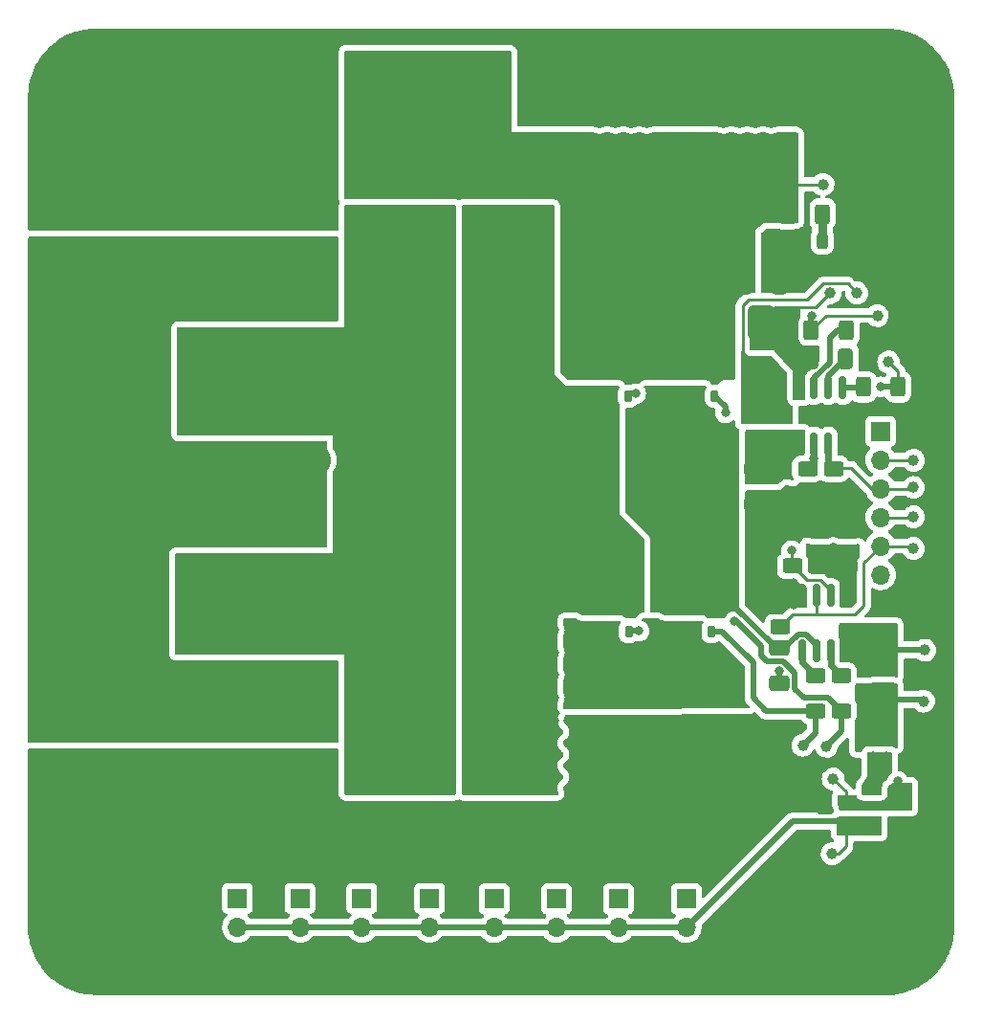
<source format=gbr>
%TF.GenerationSoftware,KiCad,Pcbnew,(6.0.1)*%
%TF.CreationDate,2022-01-20T11:55:34+01:00*%
%TF.ProjectId,BTS-MainBoard-Power,4254532d-4d61-4696-9e42-6f6172642d50,rev?*%
%TF.SameCoordinates,Original*%
%TF.FileFunction,Copper,L1,Top*%
%TF.FilePolarity,Positive*%
%FSLAX46Y46*%
G04 Gerber Fmt 4.6, Leading zero omitted, Abs format (unit mm)*
G04 Created by KiCad (PCBNEW (6.0.1)) date 2022-01-20 11:55:34*
%MOMM*%
%LPD*%
G01*
G04 APERTURE LIST*
G04 Aperture macros list*
%AMRoundRect*
0 Rectangle with rounded corners*
0 $1 Rounding radius*
0 $2 $3 $4 $5 $6 $7 $8 $9 X,Y pos of 4 corners*
0 Add a 4 corners polygon primitive as box body*
4,1,4,$2,$3,$4,$5,$6,$7,$8,$9,$2,$3,0*
0 Add four circle primitives for the rounded corners*
1,1,$1+$1,$2,$3*
1,1,$1+$1,$4,$5*
1,1,$1+$1,$6,$7*
1,1,$1+$1,$8,$9*
0 Add four rect primitives between the rounded corners*
20,1,$1+$1,$2,$3,$4,$5,0*
20,1,$1+$1,$4,$5,$6,$7,0*
20,1,$1+$1,$6,$7,$8,$9,0*
20,1,$1+$1,$8,$9,$2,$3,0*%
%AMFreePoly0*
4,1,17,-0.697500,2.280000,2.502500,2.280000,2.502500,1.530000,2.027500,1.530000,2.027500,-1.530000,2.502500,-1.530000,2.502500,-2.280000,-0.697500,-2.280000,-0.697500,-2.775000,-1.602500,-2.775000,-1.602500,-2.280000,-2.027500,-2.280000,-2.027500,2.280000,-1.602500,2.280000,-1.602500,2.775000,-0.697500,2.775000,-0.697500,2.280000,-0.697500,2.280000,$1*%
G04 Aperture macros list end*
%TA.AperFunction,SMDPad,CuDef*%
%ADD10C,1.000000*%
%TD*%
%TA.AperFunction,SMDPad,CuDef*%
%ADD11R,4.500000X5.000000*%
%TD*%
%TA.AperFunction,ComponentPad*%
%ADD12RoundRect,0.270834X1.029166X-1.029166X1.029166X1.029166X-1.029166X1.029166X-1.029166X-1.029166X0*%
%TD*%
%TA.AperFunction,ComponentPad*%
%ADD13C,2.600000*%
%TD*%
%TA.AperFunction,SMDPad,CuDef*%
%ADD14RoundRect,0.250000X0.625000X-0.400000X0.625000X0.400000X-0.625000X0.400000X-0.625000X-0.400000X0*%
%TD*%
%TA.AperFunction,SMDPad,CuDef*%
%ADD15RoundRect,0.250000X0.650000X-0.412500X0.650000X0.412500X-0.650000X0.412500X-0.650000X-0.412500X0*%
%TD*%
%TA.AperFunction,SMDPad,CuDef*%
%ADD16RoundRect,0.150000X-0.150000X0.825000X-0.150000X-0.825000X0.150000X-0.825000X0.150000X0.825000X0*%
%TD*%
%TA.AperFunction,ComponentPad*%
%ADD17C,8.000000*%
%TD*%
%TA.AperFunction,ComponentPad*%
%ADD18C,0.900000*%
%TD*%
%TA.AperFunction,ComponentPad*%
%ADD19R,1.700000X1.700000*%
%TD*%
%TA.AperFunction,ComponentPad*%
%ADD20O,1.700000X1.700000*%
%TD*%
%TA.AperFunction,SMDPad,CuDef*%
%ADD21RoundRect,0.243750X-0.243750X-0.456250X0.243750X-0.456250X0.243750X0.456250X-0.243750X0.456250X0*%
%TD*%
%TA.AperFunction,ComponentPad*%
%ADD22C,0.800000*%
%TD*%
%TA.AperFunction,ComponentPad*%
%ADD23C,6.000000*%
%TD*%
%TA.AperFunction,ComponentPad*%
%ADD24RoundRect,0.270834X-1.029166X1.029166X-1.029166X-1.029166X1.029166X-1.029166X1.029166X1.029166X0*%
%TD*%
%TA.AperFunction,SMDPad,CuDef*%
%ADD25RoundRect,0.250000X0.400000X0.625000X-0.400000X0.625000X-0.400000X-0.625000X0.400000X-0.625000X0*%
%TD*%
%TA.AperFunction,SMDPad,CuDef*%
%ADD26RoundRect,0.250000X-0.412500X-0.650000X0.412500X-0.650000X0.412500X0.650000X-0.412500X0.650000X0*%
%TD*%
%TA.AperFunction,SMDPad,CuDef*%
%ADD27RoundRect,0.250000X-0.625000X0.400000X-0.625000X-0.400000X0.625000X-0.400000X0.625000X0.400000X0*%
%TD*%
%TA.AperFunction,SMDPad,CuDef*%
%ADD28RoundRect,0.345000X-0.805000X1.155000X-0.805000X-1.155000X0.805000X-1.155000X0.805000X1.155000X0*%
%TD*%
%TA.AperFunction,SMDPad,CuDef*%
%ADD29RoundRect,0.187500X0.187500X-0.312500X0.187500X0.312500X-0.187500X0.312500X-0.187500X-0.312500X0*%
%TD*%
%TA.AperFunction,SMDPad,CuDef*%
%ADD30FreePoly0,90.000000*%
%TD*%
%TA.AperFunction,SMDPad,CuDef*%
%ADD31RoundRect,0.250000X-0.650000X0.412500X-0.650000X-0.412500X0.650000X-0.412500X0.650000X0.412500X0*%
%TD*%
%TA.AperFunction,SMDPad,CuDef*%
%ADD32RoundRect,0.250000X1.000000X-1.750000X1.000000X1.750000X-1.000000X1.750000X-1.000000X-1.750000X0*%
%TD*%
%TA.AperFunction,SMDPad,CuDef*%
%ADD33RoundRect,0.250000X-0.400000X-0.625000X0.400000X-0.625000X0.400000X0.625000X-0.400000X0.625000X0*%
%TD*%
%TA.AperFunction,SMDPad,CuDef*%
%ADD34RoundRect,0.150000X0.587500X0.150000X-0.587500X0.150000X-0.587500X-0.150000X0.587500X-0.150000X0*%
%TD*%
%TA.AperFunction,SMDPad,CuDef*%
%ADD35RoundRect,0.250000X-1.100000X0.412500X-1.100000X-0.412500X1.100000X-0.412500X1.100000X0.412500X0*%
%TD*%
%TA.AperFunction,SMDPad,CuDef*%
%ADD36RoundRect,0.249999X-1.425001X0.450001X-1.425001X-0.450001X1.425001X-0.450001X1.425001X0.450001X0*%
%TD*%
%TA.AperFunction,SMDPad,CuDef*%
%ADD37RoundRect,0.150000X0.150000X-0.825000X0.150000X0.825000X-0.150000X0.825000X-0.150000X-0.825000X0*%
%TD*%
%TA.AperFunction,SMDPad,CuDef*%
%ADD38R,1.200000X0.900000*%
%TD*%
%TA.AperFunction,ViaPad*%
%ADD39C,0.800000*%
%TD*%
%TA.AperFunction,Conductor*%
%ADD40C,0.800000*%
%TD*%
%TA.AperFunction,Conductor*%
%ADD41C,0.250000*%
%TD*%
%TA.AperFunction,Conductor*%
%ADD42C,0.500000*%
%TD*%
%TA.AperFunction,Conductor*%
%ADD43C,0.600000*%
%TD*%
G04 APERTURE END LIST*
D10*
%TO.P,TP1,1,1*%
%TO.N,/AHO_Sig*%
X186400000Y-81200000D03*
%TD*%
D11*
%TO.P,L1,1,1*%
%TO.N,/AHS*%
X152300000Y-77000000D03*
%TO.P,L1,2,2*%
%TO.N,/HBridge/+Peltier*%
X141300000Y-77000000D03*
%TD*%
D12*
%TO.P,J10,1,Pin_1*%
%TO.N,/HBridge/+Peltier*%
X132400000Y-90960000D03*
D13*
%TO.P,J10,2,Pin_2*%
%TO.N,/BHS*%
X132400000Y-87000000D03*
%TD*%
D14*
%TO.P,R11,1*%
%TO.N,/BLO_Sig*%
X174600000Y-95950000D03*
%TO.P,R11,2*%
%TO.N,GND*%
X174600000Y-92850000D03*
%TD*%
D15*
%TO.P,C11,1*%
%TO.N,/Psu12V*%
X178100000Y-90612500D03*
%TO.P,C11,2*%
%TO.N,GND*%
X178100000Y-87487500D03*
%TD*%
D16*
%TO.P,U2,1,VDD*%
%TO.N,/Psu12V*%
X180355000Y-93125000D03*
%TO.P,U2,2,HI*%
%TO.N,/BHO_Sig*%
X179085000Y-93125000D03*
%TO.P,U2,3,LI*%
%TO.N,/BLO_Sig*%
X177815000Y-93125000D03*
%TO.P,U2,4,VSS*%
%TO.N,GND*%
X176545000Y-93125000D03*
%TO.P,U2,5,LO*%
%TO.N,/BLO*%
X176545000Y-98075000D03*
%TO.P,U2,6,HS*%
%TO.N,/BHS*%
X177815000Y-98075000D03*
%TO.P,U2,7,HO*%
%TO.N,/BHO*%
X179085000Y-98075000D03*
%TO.P,U2,8,HB*%
%TO.N,/HBoot2*%
X180355000Y-98075000D03*
%TD*%
D17*
%TO.P,H4,1,1*%
%TO.N,GND*%
X184000000Y-122500000D03*
D18*
X187000000Y-122500000D03*
X184000000Y-125500000D03*
X181878680Y-120378680D03*
X186121320Y-120378680D03*
X181000000Y-122500000D03*
X181878680Y-124621320D03*
X184000000Y-119500000D03*
X186121320Y-124621320D03*
%TD*%
D19*
%TO.P,J12,1,Pin_1*%
%TO.N,/Psu12V*%
X132075000Y-119960000D03*
D20*
%TO.P,J12,2,Pin_2*%
%TO.N,/FanSink*%
X132075000Y-122500000D03*
%TD*%
D21*
%TO.P,D4,1,K*%
%TO.N,GND*%
X176462500Y-61800000D03*
%TO.P,D4,2,A*%
%TO.N,Net-(D4-Pad2)*%
X178337500Y-61800000D03*
%TD*%
D22*
%TO.P,H6,1,1*%
%TO.N,/Psu12V*%
X145609010Y-47409010D03*
D23*
X147200000Y-49000000D03*
D22*
X144950000Y-49000000D03*
X147200000Y-51250000D03*
X148790990Y-50590990D03*
X148790990Y-47409010D03*
X147200000Y-46750000D03*
X149450000Y-49000000D03*
X145609010Y-50590990D03*
%TD*%
%TO.P,H5,1,1*%
%TO.N,/Psu12V*%
X137950000Y-49000000D03*
X142450000Y-49000000D03*
X140200000Y-46750000D03*
D23*
X140200000Y-49000000D03*
D22*
X138609010Y-50590990D03*
X141790990Y-47409010D03*
X141790990Y-50590990D03*
X138609010Y-47409010D03*
X140200000Y-51250000D03*
%TD*%
D10*
%TO.P,TP17,1,1*%
%TO.N,/CoolingFanDriveSignal*%
X179300000Y-109400000D03*
%TD*%
D24*
%TO.P,J9,1,Pin_1*%
%TO.N,/HBridge/+Peltier*%
X133505000Y-77200000D03*
D13*
%TO.P,J9,2,Pin_2*%
%TO.N,/BHS*%
X133505000Y-81160000D03*
%TD*%
D12*
%TO.P,J4,1,Pin_1*%
%TO.N,/HBridge/+Peltier*%
X122495000Y-91000000D03*
D13*
%TO.P,J4,2,Pin_2*%
%TO.N,/BHS*%
X122495000Y-87040000D03*
%TD*%
D19*
%TO.P,J18,1,Pin_1*%
%TO.N,/Psu12V*%
X154800000Y-120000000D03*
D20*
%TO.P,J18,2,Pin_2*%
%TO.N,/FanSink*%
X154800000Y-122540000D03*
%TD*%
D18*
%TO.P,H2,1,1*%
%TO.N,GND*%
X181000000Y-49000000D03*
X186121320Y-46878680D03*
D17*
X184000000Y-49000000D03*
D18*
X187000000Y-49000000D03*
X181878680Y-51121320D03*
X181878680Y-46878680D03*
X186121320Y-51121320D03*
X184000000Y-46000000D03*
X184000000Y-52000000D03*
%TD*%
D25*
%TO.P,R5,1*%
%TO.N,/HBridge/ALO_Gate*%
X185050000Y-74700000D03*
%TO.P,R5,2*%
%TO.N,/ALO*%
X181950000Y-74700000D03*
%TD*%
D10*
%TO.P,TP15,1,1*%
%TO.N,/Psu12V*%
X178400000Y-56800000D03*
%TD*%
D19*
%TO.P,J14,1,Pin_1*%
%TO.N,/Psu12V*%
X143550000Y-119960000D03*
D20*
%TO.P,J14,2,Pin_2*%
%TO.N,/FanSink*%
X143550000Y-122500000D03*
%TD*%
D10*
%TO.P,TP3,1,1*%
%TO.N,/HBridge/ALO_Gate*%
X184200000Y-72500000D03*
%TD*%
D11*
%TO.P,L2,1,1*%
%TO.N,/AHS*%
X152300000Y-61400000D03*
%TO.P,L2,2,2*%
%TO.N,/HBridge/+Peltier*%
X141300000Y-61400000D03*
%TD*%
D10*
%TO.P,TP2,1,1*%
%TO.N,/ALO_Sig*%
X186400000Y-83600000D03*
%TD*%
%TO.P,TP8,1,1*%
%TO.N,/BHO_Sig*%
X186400000Y-86200000D03*
%TD*%
%TO.P,TP10,1,1*%
%TO.N,/HBridge/BLO_Gate*%
X176600000Y-106400000D03*
%TD*%
D26*
%TO.P,C7,1*%
%TO.N,/HBoot1*%
X177275000Y-72200000D03*
%TO.P,C7,2*%
%TO.N,/AHS*%
X180400000Y-72200000D03*
%TD*%
D19*
%TO.P,J16,1,Pin_1*%
%TO.N,/Psu12V*%
X137550000Y-119960000D03*
D20*
%TO.P,J16,2,Pin_2*%
%TO.N,/FanSink*%
X137550000Y-122500000D03*
%TD*%
D11*
%TO.P,L3,1,1*%
%TO.N,/AHS*%
X152500000Y-92600000D03*
%TO.P,L3,2,2*%
%TO.N,/HBridge/+Peltier*%
X141500000Y-92600000D03*
%TD*%
D10*
%TO.P,TP13,1,1*%
%TO.N,/HBoot2*%
X187400000Y-98000000D03*
%TD*%
D12*
%TO.P,J6,1,Pin_1*%
%TO.N,/HBridge/+Peltier*%
X122695000Y-71400000D03*
D13*
%TO.P,J6,2,Pin_2*%
%TO.N,/BHS*%
X122695000Y-67440000D03*
%TD*%
D19*
%TO.P,J17,1,Pin_1*%
%TO.N,/Psu12V*%
X149275000Y-120000000D03*
D20*
%TO.P,J17,2,Pin_2*%
%TO.N,/FanSink*%
X149275000Y-122540000D03*
%TD*%
D27*
%TO.P,R12,1*%
%TO.N,GND*%
X175700000Y-87450000D03*
%TO.P,R12,2*%
%TO.N,/BHO_Sig*%
X175700000Y-90550000D03*
%TD*%
D19*
%TO.P,J13,1,Pin_1*%
%TO.N,/Psu12V*%
X160275000Y-120000000D03*
D20*
%TO.P,J13,2,Pin_2*%
%TO.N,/FanSink*%
X160275000Y-122540000D03*
%TD*%
D17*
%TO.P,H3,1,1*%
%TO.N,GND*%
X114000000Y-122500000D03*
D18*
X116121320Y-124621320D03*
X116121320Y-120378680D03*
X111878680Y-120378680D03*
X111000000Y-122500000D03*
X114000000Y-125500000D03*
X117000000Y-122500000D03*
X114000000Y-119500000D03*
X111878680Y-124621320D03*
%TD*%
D27*
%TO.P,R1,1*%
%TO.N,/DBootAnode1*%
X174337500Y-76950000D03*
%TO.P,R1,2*%
%TO.N,/Psu12V*%
X174337500Y-80050000D03*
%TD*%
D28*
%TO.P,D2,1,K*%
%TO.N,/HBoot2*%
X183700000Y-97600000D03*
%TO.P,D2,2,A*%
%TO.N,/DBootAnode2*%
X183700000Y-102350000D03*
%TD*%
D29*
%TO.P,Q2,1,S*%
%TO.N,/AHS*%
X157295000Y-75547250D03*
%TO.P,Q2,2,S*%
X158565000Y-75547250D03*
%TO.P,Q2,3,S*%
X159835000Y-75547250D03*
%TO.P,Q2,4,G*%
%TO.N,/HBridge/AHO_Gate*%
X161105000Y-75547250D03*
D30*
%TO.P,Q2,5,D*%
%TO.N,/Psu12V*%
X159200000Y-72055000D03*
%TD*%
D27*
%TO.P,R3,1*%
%TO.N,/DBootAnode2*%
X183400000Y-105450000D03*
%TO.P,R3,2*%
%TO.N,/Psu12V*%
X183400000Y-108550000D03*
%TD*%
%TO.P,R2,1*%
%TO.N,/CoolingFanDriveSignal*%
X185000000Y-110550000D03*
%TO.P,R2,2*%
%TO.N,GND*%
X185000000Y-113650000D03*
%TD*%
D28*
%TO.P,D1,1,K*%
%TO.N,/HBoot1*%
X172900000Y-69000000D03*
%TO.P,D1,2,A*%
%TO.N,/DBootAnode1*%
X172900000Y-73750000D03*
%TD*%
D11*
%TO.P,L4,1,1*%
%TO.N,/AHS*%
X152500000Y-108200000D03*
%TO.P,L4,2,2*%
%TO.N,/HBridge/+Peltier*%
X141500000Y-108200000D03*
%TD*%
D31*
%TO.P,C8,1*%
%TO.N,/Psu12V*%
X174700833Y-81937500D03*
%TO.P,C8,2*%
%TO.N,GND*%
X174700833Y-85062500D03*
%TD*%
D10*
%TO.P,TP9,1,1*%
%TO.N,/BLO_Sig*%
X186400000Y-89000000D03*
%TD*%
D24*
%TO.P,J8,1,Pin_1*%
%TO.N,/HBridge/+Peltier*%
X133505000Y-96400000D03*
D13*
%TO.P,J8,2,Pin_2*%
%TO.N,/BHS*%
X133505000Y-100360000D03*
%TD*%
D27*
%TO.P,R9,1*%
%TO.N,/ALO_Sig*%
X179337500Y-81950000D03*
%TO.P,R9,2*%
%TO.N,GND*%
X179337500Y-85050000D03*
%TD*%
D32*
%TO.P,C4,1*%
%TO.N,/Psu12V*%
X160800000Y-56800000D03*
%TO.P,C4,2*%
%TO.N,GND*%
X160800000Y-48800000D03*
%TD*%
D10*
%TO.P,TP6,1,1*%
%TO.N,/HBoot1*%
X179000000Y-66400000D03*
%TD*%
%TO.P,TP19,1,1*%
%TO.N,/VSense*%
X157200000Y-100800000D03*
%TD*%
D29*
%TO.P,Q5,1,S*%
%TO.N,/VSense*%
X164695000Y-96347250D03*
%TO.P,Q5,2,S*%
X165965000Y-96347250D03*
%TO.P,Q5,3,S*%
X167235000Y-96347250D03*
%TO.P,Q5,4,G*%
%TO.N,/HBridge/BLO_Gate*%
X168505000Y-96347250D03*
D30*
%TO.P,Q5,5,D*%
%TO.N,/BHS*%
X166600000Y-92855000D03*
%TD*%
D33*
%TO.P,R13,1*%
%TO.N,/Psu12V*%
X175250000Y-59400000D03*
%TO.P,R13,2*%
%TO.N,Net-(D4-Pad2)*%
X178350000Y-59400000D03*
%TD*%
D24*
%TO.P,J7,1,Pin_1*%
%TO.N,/HBridge/+Peltier*%
X123705000Y-96400000D03*
D13*
%TO.P,J7,2,Pin_2*%
%TO.N,/BHS*%
X123705000Y-100360000D03*
%TD*%
D14*
%TO.P,R8,1*%
%TO.N,/HBridge/BLO_Gate*%
X177700000Y-103350000D03*
%TO.P,R8,2*%
%TO.N,/BLO*%
X177700000Y-100250000D03*
%TD*%
D33*
%TO.P,R4,1*%
%TO.N,/HBridge/AHO_Gate*%
X177350000Y-69700000D03*
%TO.P,R4,2*%
%TO.N,/AHO*%
X180450000Y-69700000D03*
%TD*%
D32*
%TO.P,C3,1*%
%TO.N,/Psu12V*%
X171750000Y-56850000D03*
%TO.P,C3,2*%
%TO.N,GND*%
X171750000Y-48850000D03*
%TD*%
D10*
%TO.P,TP4,1,1*%
%TO.N,/HBridge/AHO_Gate*%
X183200000Y-68400000D03*
%TD*%
D22*
%TO.P,H8,1,1*%
%TO.N,GND*%
X123009010Y-47409010D03*
X124600000Y-51250000D03*
X123009010Y-50590990D03*
D23*
X124600000Y-49000000D03*
D22*
X126190990Y-47409010D03*
X124600000Y-46750000D03*
X126190990Y-50590990D03*
X122350000Y-49000000D03*
X126850000Y-49000000D03*
%TD*%
D26*
%TO.P,C1,1*%
%TO.N,/Psu12V*%
X171387500Y-65650000D03*
%TO.P,C1,2*%
%TO.N,GND*%
X174512500Y-65650000D03*
%TD*%
D34*
%TO.P,Q1,1,D*%
%TO.N,/FanSink*%
X180437500Y-113150000D03*
%TO.P,Q1,2,G*%
%TO.N,/CoolingFanDriveSignal*%
X180437500Y-111250000D03*
%TO.P,Q1,3,S*%
%TO.N,GND*%
X178562500Y-112200000D03*
%TD*%
D19*
%TO.P,J15,1,Pin_1*%
%TO.N,/Psu12V*%
X126550000Y-119960000D03*
D20*
%TO.P,J15,2,Pin_2*%
%TO.N,/FanSink*%
X126550000Y-122500000D03*
%TD*%
D19*
%TO.P,J3,1,Pin_1*%
%TO.N,/VSense*%
X183500000Y-78625000D03*
D20*
%TO.P,J3,2,Pin_2*%
%TO.N,/AHO_Sig*%
X183500000Y-81165000D03*
%TO.P,J3,3,Pin_3*%
%TO.N,/ALO_Sig*%
X183500000Y-83705000D03*
%TO.P,J3,4,Pin_4*%
%TO.N,/BHO_Sig*%
X183500000Y-86245000D03*
%TO.P,J3,5,Pin_5*%
%TO.N,/BLO_Sig*%
X183500000Y-88785000D03*
%TO.P,J3,6,Pin_6*%
%TO.N,/CoolingFanDriveSignal*%
X183500000Y-91325000D03*
%TO.P,J3,7,Pin_7*%
%TO.N,GND*%
X183500000Y-93865000D03*
%TD*%
D10*
%TO.P,TP11,1,1*%
%TO.N,/HBridge/BHO_Gate*%
X178700000Y-106500000D03*
%TD*%
%TO.P,TP14,1,1*%
%TO.N,/DBootAnode2*%
X187300000Y-102500000D03*
%TD*%
%TO.P,TP7,1,1*%
%TO.N,/DBootAnode1*%
X181400000Y-66400000D03*
%TD*%
%TO.P,TP18,1,1*%
%TO.N,/FanSink*%
X179200000Y-116000000D03*
%TD*%
D15*
%TO.P,C12,1*%
%TO.N,/Psu12V*%
X180500000Y-90612500D03*
%TO.P,C12,2*%
%TO.N,GND*%
X180500000Y-87487500D03*
%TD*%
D12*
%TO.P,J5,1,Pin_1*%
%TO.N,/HBridge/+Peltier*%
X132495000Y-71400000D03*
D13*
%TO.P,J5,2,Pin_2*%
%TO.N,/BHS*%
X132495000Y-67440000D03*
%TD*%
D35*
%TO.P,C10,1*%
%TO.N,/VSense*%
X165800000Y-101837500D03*
%TO.P,C10,2*%
%TO.N,GND*%
X165800000Y-104962500D03*
%TD*%
D14*
%TO.P,R10,1*%
%TO.N,GND*%
X177034166Y-85050000D03*
%TO.P,R10,2*%
%TO.N,/AHO_Sig*%
X177034166Y-81950000D03*
%TD*%
D15*
%TO.P,C9,1*%
%TO.N,/HBoot2*%
X174550000Y-100962500D03*
%TO.P,C9,2*%
%TO.N,/BHS*%
X174550000Y-97837500D03*
%TD*%
D24*
%TO.P,J11,1,Pin_1*%
%TO.N,/HBridge/+Peltier*%
X123600000Y-77240000D03*
D13*
%TO.P,J11,2,Pin_2*%
%TO.N,/BHS*%
X123600000Y-81200000D03*
%TD*%
D26*
%TO.P,C2,1*%
%TO.N,/Psu12V*%
X171387500Y-63200000D03*
%TO.P,C2,2*%
%TO.N,GND*%
X174512500Y-63200000D03*
%TD*%
D19*
%TO.P,J19,1,Pin_1*%
%TO.N,/Psu12V*%
X166275000Y-120000000D03*
D20*
%TO.P,J19,2,Pin_2*%
%TO.N,/FanSink*%
X166275000Y-122540000D03*
%TD*%
D10*
%TO.P,TP12,1,1*%
%TO.N,/BHS*%
X164400000Y-83000000D03*
%TD*%
D17*
%TO.P,H1,1,1*%
%TO.N,GND*%
X114000000Y-49000000D03*
D18*
X114000000Y-52000000D03*
X111000000Y-49000000D03*
X117000000Y-49000000D03*
X116121320Y-46878680D03*
X116121320Y-51121320D03*
X111878680Y-46878680D03*
X114000000Y-46000000D03*
X111878680Y-51121320D03*
%TD*%
D29*
%TO.P,Q4,1,S*%
%TO.N,/BHS*%
X164995000Y-75502250D03*
%TO.P,Q4,2,S*%
X166265000Y-75502250D03*
%TO.P,Q4,3,S*%
X167535000Y-75502250D03*
%TO.P,Q4,4,G*%
%TO.N,/HBridge/BHO_Gate*%
X168805000Y-75502250D03*
D30*
%TO.P,Q4,5,D*%
%TO.N,/Psu12V*%
X166900000Y-72010000D03*
%TD*%
D10*
%TO.P,TP5,1,1*%
%TO.N,/AHS*%
X157100000Y-83000000D03*
%TD*%
D36*
%TO.P,R6,1*%
%TO.N,/VSense*%
X162200000Y-101750000D03*
%TO.P,R6,2*%
%TO.N,GND*%
X162200000Y-107850000D03*
%TD*%
D10*
%TO.P,TP16,1,1*%
%TO.N,GND*%
X178400000Y-53000000D03*
%TD*%
D14*
%TO.P,R7,1*%
%TO.N,/HBridge/BHO_Gate*%
X180000000Y-103350000D03*
%TO.P,R7,2*%
%TO.N,/BHO*%
X180000000Y-100250000D03*
%TD*%
D22*
%TO.P,H7,1,1*%
%TO.N,GND*%
X129809010Y-50590990D03*
D23*
X131400000Y-49000000D03*
D22*
X132990990Y-50590990D03*
X129150000Y-49000000D03*
X131400000Y-51250000D03*
X131400000Y-46750000D03*
X132990990Y-47409010D03*
X129809010Y-47409010D03*
X133650000Y-49000000D03*
%TD*%
D29*
%TO.P,Q3,1,S*%
%TO.N,/VSense*%
X157395000Y-96347250D03*
%TO.P,Q3,2,S*%
X158665000Y-96347250D03*
%TO.P,Q3,3,S*%
X159935000Y-96347250D03*
%TO.P,Q3,4,G*%
%TO.N,/HBridge/ALO_Gate*%
X161205000Y-96347250D03*
D30*
%TO.P,Q3,5,D*%
%TO.N,/AHS*%
X159300000Y-92855000D03*
%TD*%
D37*
%TO.P,U1,1,VDD*%
%TO.N,/Psu12V*%
X176332500Y-79725000D03*
%TO.P,U1,2,HI*%
%TO.N,/AHO_Sig*%
X177602500Y-79725000D03*
%TO.P,U1,3,LI*%
%TO.N,/ALO_Sig*%
X178872500Y-79725000D03*
%TO.P,U1,4,VSS*%
%TO.N,GND*%
X180142500Y-79725000D03*
%TO.P,U1,5,LO*%
%TO.N,/ALO*%
X180142500Y-74775000D03*
%TO.P,U1,6,HS*%
%TO.N,/AHS*%
X178872500Y-74775000D03*
%TO.P,U1,7,HO*%
%TO.N,/AHO*%
X177602500Y-74775000D03*
%TO.P,U1,8,HB*%
%TO.N,/HBoot1*%
X176332500Y-74775000D03*
%TD*%
D31*
%TO.P,C6,1*%
%TO.N,/Psu12V*%
X172337500Y-81937500D03*
%TO.P,C6,2*%
%TO.N,GND*%
X172337500Y-85062500D03*
%TD*%
D38*
%TO.P,D3,1,K*%
%TO.N,/Psu12V*%
X182600000Y-110350000D03*
%TO.P,D3,2,A*%
%TO.N,/FanSink*%
X182600000Y-113650000D03*
%TD*%
D39*
%TO.N,/Psu12V*%
X161700000Y-72200000D03*
X173800000Y-59000000D03*
X169600000Y-59000000D03*
X165600000Y-70200000D03*
X153400000Y-54800000D03*
X155800000Y-56800000D03*
X171949500Y-79000000D03*
X143800000Y-52800000D03*
X173100000Y-80800000D03*
X139000000Y-52800000D03*
X156900000Y-71200000D03*
X151000000Y-52800000D03*
X168000000Y-70200000D03*
X148600000Y-54800000D03*
X159300000Y-71200000D03*
X157000000Y-64000000D03*
X169200000Y-71200000D03*
X168400000Y-57800000D03*
X166600000Y-68800000D03*
X157600000Y-54200000D03*
X159300000Y-73200000D03*
X158800000Y-59000000D03*
X159400000Y-67200000D03*
X143800000Y-54800000D03*
X178600000Y-89400000D03*
X156900000Y-70200000D03*
X163000000Y-59000000D03*
X166600000Y-67200000D03*
X139000000Y-56800000D03*
X182800000Y-107400000D03*
X161600000Y-59400000D03*
X173100000Y-79000000D03*
X141400000Y-52800000D03*
X168000000Y-73200000D03*
X155800000Y-52800000D03*
X159400000Y-64000000D03*
X160200000Y-54200000D03*
X158100000Y-70200000D03*
X177600000Y-89400000D03*
X151000000Y-56800000D03*
X180000000Y-89400000D03*
X160500000Y-70200000D03*
X141400000Y-56800000D03*
X136600000Y-54800000D03*
X164400000Y-73200000D03*
X169200000Y-73200000D03*
X169200000Y-72200000D03*
X159400000Y-62400000D03*
X164200000Y-67200000D03*
X164400000Y-72200000D03*
X160200000Y-59400000D03*
X165600000Y-73200000D03*
X184000000Y-107400000D03*
X164000000Y-54200000D03*
X157000000Y-68800000D03*
X174400000Y-79000000D03*
X158800000Y-57800000D03*
X153400000Y-52800000D03*
X169600000Y-57800000D03*
X157000000Y-65600000D03*
X166800000Y-73200000D03*
X171000000Y-54200000D03*
X161700000Y-70200000D03*
X159300000Y-70200000D03*
X164400000Y-71200000D03*
X169600000Y-54200000D03*
X157600000Y-57800000D03*
X169000000Y-62400000D03*
X171949500Y-79900000D03*
X166600000Y-65600000D03*
X172400000Y-59400000D03*
X161800000Y-67200000D03*
X164200000Y-68800000D03*
X151000000Y-54800000D03*
X168000000Y-72200000D03*
X173800000Y-54200000D03*
X168400000Y-54200000D03*
X156900000Y-72200000D03*
X169000000Y-64000000D03*
X161800000Y-62400000D03*
X164400000Y-70200000D03*
X159400000Y-68800000D03*
X165600000Y-71200000D03*
X166600000Y-64000000D03*
X143800000Y-56800000D03*
X161600000Y-54200000D03*
X165600000Y-72200000D03*
X158100000Y-73200000D03*
X164200000Y-62400000D03*
X161800000Y-68800000D03*
X157000000Y-67200000D03*
X136600000Y-52800000D03*
X161800000Y-64000000D03*
X155800000Y-54800000D03*
X175000000Y-57800000D03*
X166600000Y-62400000D03*
X148600000Y-52800000D03*
X164200000Y-65600000D03*
X166800000Y-72200000D03*
X136600000Y-56800000D03*
X139000000Y-54800000D03*
X160500000Y-71200000D03*
X158100000Y-72200000D03*
X166800000Y-71200000D03*
X161800000Y-65600000D03*
X169200000Y-70200000D03*
X159400000Y-65600000D03*
X163000000Y-54200000D03*
X163000000Y-57800000D03*
X146200000Y-56800000D03*
X161700000Y-73200000D03*
X153400000Y-56800000D03*
X160500000Y-72200000D03*
X158800000Y-54200000D03*
X169000000Y-65600000D03*
X171949500Y-80800000D03*
X161700000Y-71200000D03*
X172400000Y-54200000D03*
X169000000Y-67200000D03*
X175000000Y-54200000D03*
X169000000Y-68800000D03*
X146200000Y-54800000D03*
X181000000Y-89400000D03*
X148600000Y-56800000D03*
X168000000Y-71200000D03*
X166800000Y-70200000D03*
X141400000Y-54800000D03*
X160500000Y-73200000D03*
X164200000Y-64000000D03*
X173100000Y-79900000D03*
X146200000Y-52800000D03*
X164000000Y-57800000D03*
X157000000Y-62400000D03*
X158100000Y-71200000D03*
X171000000Y-59400000D03*
X156900000Y-73200000D03*
X159300000Y-72200000D03*
X173800000Y-57800000D03*
%TO.N,GND*%
X159800000Y-116200000D03*
X167800000Y-106200000D03*
X173400000Y-90000000D03*
X157800000Y-114200000D03*
X169800000Y-114200000D03*
X157800000Y-112200000D03*
X155800000Y-116200000D03*
X165800000Y-106200000D03*
X163800000Y-116200000D03*
X161800000Y-114200000D03*
X175200000Y-83800000D03*
X167800000Y-112200000D03*
X173800000Y-46600000D03*
X169600000Y-49000000D03*
X173800000Y-49000000D03*
X165800000Y-112200000D03*
X163800000Y-114200000D03*
X169800000Y-110200000D03*
X158600000Y-46600000D03*
X175800000Y-94000000D03*
X155800000Y-106200000D03*
X167800000Y-108200000D03*
X158600000Y-51400000D03*
X159800000Y-106200000D03*
X171000000Y-51400000D03*
X173400000Y-86000000D03*
X159800000Y-108200000D03*
X155800000Y-108200000D03*
X173800000Y-51400000D03*
X161800000Y-104200000D03*
X180800000Y-79400000D03*
X176600000Y-83800000D03*
X163800000Y-104200000D03*
X173800000Y-47800000D03*
X167800000Y-104200000D03*
X180800000Y-80200000D03*
X160000000Y-46200000D03*
X163800000Y-110200000D03*
X158600000Y-49000000D03*
X158600000Y-50200000D03*
X171000000Y-46200000D03*
X178000000Y-86350000D03*
X157800000Y-106200000D03*
X169600000Y-50200000D03*
X162800000Y-47800000D03*
X173400000Y-94000000D03*
X165800000Y-110200000D03*
X167800000Y-114200000D03*
X159800000Y-110200000D03*
X161800000Y-112200000D03*
X161400000Y-46200000D03*
X178000000Y-83800000D03*
X176600000Y-86350000D03*
X167800000Y-116200000D03*
X162800000Y-46600000D03*
X161800000Y-116200000D03*
X173400000Y-92000000D03*
X169800000Y-108200000D03*
X175800000Y-92000000D03*
X159800000Y-104200000D03*
X163800000Y-106200000D03*
X162800000Y-49000000D03*
X167800000Y-110200000D03*
X169800000Y-104200000D03*
X172400000Y-46200000D03*
X180800000Y-86350000D03*
X169600000Y-51400000D03*
X175200000Y-86350000D03*
X179400000Y-86350000D03*
X172400000Y-51400000D03*
X161400000Y-51400000D03*
X155800000Y-114200000D03*
X165800000Y-116200000D03*
X158600000Y-47800000D03*
X155800000Y-110200000D03*
X159800000Y-112200000D03*
X169800000Y-106200000D03*
X169600000Y-46600000D03*
X157800000Y-116200000D03*
X157800000Y-104200000D03*
X155800000Y-104200000D03*
X162800000Y-51400000D03*
X159800000Y-114200000D03*
X180800000Y-85200000D03*
X157800000Y-108200000D03*
X169600000Y-47800000D03*
X169800000Y-116200000D03*
X162800000Y-50200000D03*
X169800000Y-112200000D03*
X161800000Y-110200000D03*
X179400000Y-83800000D03*
X165800000Y-108200000D03*
X161800000Y-106200000D03*
X180800000Y-84000000D03*
X155800000Y-112200000D03*
X160000000Y-51400000D03*
X173800000Y-50200000D03*
X157800000Y-110200000D03*
X165800000Y-114200000D03*
X163800000Y-112200000D03*
X173400000Y-88000000D03*
%TO.N,/AHS*%
X152600000Y-102200000D03*
X152200000Y-65200000D03*
X156900000Y-94000000D03*
X157200000Y-77600000D03*
X154600000Y-102200000D03*
X159300000Y-93000000D03*
X154600000Y-100200000D03*
X150200000Y-65200000D03*
X160000000Y-78600000D03*
X157200000Y-76600000D03*
X157200000Y-78600000D03*
X156900000Y-92000000D03*
X150600000Y-100200000D03*
X159300000Y-92000000D03*
X160000000Y-76600000D03*
X160500000Y-94000000D03*
X155800000Y-77600000D03*
X152200000Y-69200000D03*
X152200000Y-73200000D03*
X154600000Y-98200000D03*
X150600000Y-102200000D03*
X160500000Y-93000000D03*
X159300000Y-91000000D03*
X152600000Y-104200000D03*
X150200000Y-69200000D03*
X180400000Y-72200000D03*
X161700000Y-94000000D03*
X150600000Y-98200000D03*
X159300000Y-94000000D03*
X152200000Y-71200000D03*
X154200000Y-69200000D03*
X161700000Y-92000000D03*
X161700000Y-91000000D03*
X152600000Y-100200000D03*
X160000000Y-77600000D03*
X154600000Y-96200000D03*
X158600000Y-77600000D03*
X158100000Y-94000000D03*
X158100000Y-92000000D03*
X154200000Y-71200000D03*
X160500000Y-92000000D03*
X156900000Y-93000000D03*
X152600000Y-98200000D03*
X158100000Y-93000000D03*
X150200000Y-67200000D03*
X158600000Y-78600000D03*
X150200000Y-71200000D03*
X158600000Y-76600000D03*
X155800000Y-76600000D03*
X161700000Y-93000000D03*
X152600000Y-96200000D03*
X158100000Y-91000000D03*
X150600000Y-104200000D03*
X155800000Y-78600000D03*
X152200000Y-67200000D03*
X150200000Y-73200000D03*
X154200000Y-73200000D03*
X156900000Y-91000000D03*
X154600000Y-104200000D03*
X150600000Y-96200000D03*
X160500000Y-91000000D03*
X154200000Y-67200000D03*
X154200000Y-65200000D03*
%TO.N,/BHS*%
X166200000Y-79000000D03*
X110200000Y-72000000D03*
X168000000Y-79000000D03*
X166600000Y-91000000D03*
X166200000Y-77600000D03*
X116200000Y-81000000D03*
X164200000Y-86600000D03*
X116200000Y-99000000D03*
X110200000Y-96000000D03*
X114200000Y-90000000D03*
X164200000Y-88200000D03*
X114200000Y-84000000D03*
X164400000Y-79000000D03*
X114200000Y-81000000D03*
X116200000Y-75000000D03*
X118200000Y-87000000D03*
X167800000Y-92000000D03*
X165400000Y-91000000D03*
X114200000Y-93000000D03*
X164400000Y-80400000D03*
X112200000Y-93000000D03*
X169000000Y-92000000D03*
X167400000Y-86600000D03*
X167800000Y-91000000D03*
X168000000Y-77600000D03*
X110200000Y-78000000D03*
X169000000Y-89800000D03*
X169000000Y-86600000D03*
X112200000Y-63000000D03*
X165400000Y-94000000D03*
X166600000Y-92000000D03*
X110200000Y-99000000D03*
X162600000Y-80400000D03*
X116200000Y-84000000D03*
X116200000Y-72000000D03*
X114200000Y-96000000D03*
X112200000Y-72000000D03*
X110200000Y-69000000D03*
X114200000Y-72000000D03*
X165800000Y-88200000D03*
X116200000Y-90000000D03*
X114200000Y-78000000D03*
X164200000Y-92000000D03*
X112200000Y-99000000D03*
X164400000Y-77600000D03*
X164200000Y-94000000D03*
X166600000Y-93000000D03*
X116200000Y-93000000D03*
X110200000Y-63000000D03*
X110200000Y-93000000D03*
X110200000Y-66000000D03*
X165400000Y-93000000D03*
X110200000Y-84000000D03*
X169000000Y-93000000D03*
X114200000Y-99000000D03*
X167400000Y-89800000D03*
X165400000Y-92000000D03*
X112200000Y-78000000D03*
X169000000Y-91000000D03*
X116200000Y-96000000D03*
X112200000Y-105000000D03*
X110200000Y-87000000D03*
X114200000Y-105000000D03*
X169000000Y-94000000D03*
X167400000Y-88200000D03*
X114200000Y-69000000D03*
X112200000Y-81000000D03*
X112200000Y-96000000D03*
X116200000Y-102000000D03*
X167800000Y-94000000D03*
X164200000Y-89800000D03*
X110200000Y-81000000D03*
X116200000Y-69000000D03*
X164200000Y-91000000D03*
X116200000Y-66000000D03*
X120200000Y-84000000D03*
X165800000Y-86600000D03*
X116200000Y-87000000D03*
X112200000Y-75000000D03*
X114200000Y-63000000D03*
X118200000Y-81000000D03*
X112200000Y-84000000D03*
X162600000Y-79000000D03*
X112200000Y-102000000D03*
X114200000Y-66000000D03*
X110200000Y-105000000D03*
X110200000Y-75000000D03*
X168000000Y-80400000D03*
X164200000Y-93000000D03*
X114200000Y-102000000D03*
X169000000Y-88200000D03*
X167800000Y-93000000D03*
X116200000Y-63000000D03*
X116200000Y-78000000D03*
X118200000Y-84000000D03*
X116200000Y-105000000D03*
X166600000Y-94000000D03*
X162600000Y-77600000D03*
X112200000Y-90000000D03*
X114200000Y-87000000D03*
X166200000Y-80400000D03*
X165800000Y-89800000D03*
X110200000Y-90000000D03*
X112200000Y-66000000D03*
X112200000Y-69000000D03*
X110200000Y-102000000D03*
X114200000Y-75000000D03*
X112200000Y-87000000D03*
%TO.N,/VSense*%
X160200000Y-100000000D03*
X168200000Y-98200000D03*
X158200000Y-101800000D03*
X158200000Y-100000000D03*
X168200000Y-101800000D03*
X170200000Y-101800000D03*
X156200000Y-101800000D03*
X162200000Y-98200000D03*
X156200000Y-100000000D03*
X156200000Y-98200000D03*
X160200000Y-98200000D03*
X164200000Y-98200000D03*
X164200000Y-100000000D03*
X158200000Y-98200000D03*
X166200000Y-100000000D03*
X162200000Y-100000000D03*
X170200000Y-100000000D03*
X168200000Y-100000000D03*
X166200000Y-98200000D03*
%TO.N,/CoolingFanDriveSignal*%
X185000000Y-109600000D03*
%TO.N,/HBridge/+Peltier*%
X132400000Y-94200000D03*
X124000000Y-93200000D03*
X132400000Y-93200000D03*
X133400000Y-94200000D03*
X131400000Y-94200000D03*
X134600000Y-73600000D03*
X121600000Y-74600000D03*
X124000000Y-94200000D03*
X122600000Y-73600000D03*
X132600000Y-74600000D03*
X143600000Y-100200000D03*
X123000000Y-94200000D03*
X134600000Y-74600000D03*
X133600000Y-74600000D03*
X132600000Y-73600000D03*
X134400000Y-93200000D03*
X131600000Y-74600000D03*
X125000000Y-93200000D03*
X131400000Y-93200000D03*
X141600000Y-96200000D03*
X125000000Y-94200000D03*
X123000000Y-93200000D03*
X139200000Y-69200000D03*
X141200000Y-69200000D03*
X133400000Y-93200000D03*
X139600000Y-96200000D03*
X134400000Y-94200000D03*
X143200000Y-67200000D03*
X141200000Y-67200000D03*
X124600000Y-74600000D03*
X143200000Y-69200000D03*
X141200000Y-71200000D03*
X124600000Y-73600000D03*
X139600000Y-104200000D03*
X143200000Y-71200000D03*
X133600000Y-73600000D03*
X123600000Y-74600000D03*
X141600000Y-98200000D03*
X141600000Y-100200000D03*
X143200000Y-65200000D03*
X139200000Y-65200000D03*
X122000000Y-93200000D03*
X139600000Y-98200000D03*
X141200000Y-73200000D03*
X141600000Y-102200000D03*
X143600000Y-102200000D03*
X141600000Y-104200000D03*
X141200000Y-65200000D03*
X139600000Y-102200000D03*
X131600000Y-73600000D03*
X139600000Y-100200000D03*
X139200000Y-71200000D03*
X121600000Y-73600000D03*
X122000000Y-94200000D03*
X122600000Y-74600000D03*
X139200000Y-73200000D03*
X143600000Y-96200000D03*
X143600000Y-98200000D03*
X139200000Y-67200000D03*
X143200000Y-73200000D03*
X123600000Y-73600000D03*
X143600000Y-104200000D03*
%TO.N,/HBridge/AHO_Gate*%
X177400000Y-68400000D03*
X161800000Y-75300989D03*
%TO.N,/HBridge/ALO_Gate*%
X183500000Y-74700000D03*
X162100000Y-96300000D03*
%TO.N,/HBridge/BHO_Gate*%
X170562427Y-95450500D03*
X169750000Y-77000000D03*
%TO.N,/HBoot2*%
X183600000Y-99800000D03*
X174550000Y-99850000D03*
%TO.N,/AHO_Sig*%
X177600000Y-81000000D03*
%TO.N,/BHO_Sig*%
X175600000Y-89200000D03*
%TD*%
D40*
%TO.N,/Psu12V*%
X182800000Y-107400000D02*
X182800000Y-107950000D01*
D41*
X176000000Y-56800000D02*
X175000000Y-57800000D01*
D40*
X184000000Y-107950000D02*
X183400000Y-108550000D01*
D41*
X178400000Y-56800000D02*
X176000000Y-56800000D01*
D40*
X184000000Y-107400000D02*
X184000000Y-107950000D01*
X182800000Y-107950000D02*
X183400000Y-108550000D01*
D42*
%TO.N,/AHS*%
X159835000Y-76435000D02*
X159835000Y-75547250D01*
X180400000Y-72200000D02*
X178872500Y-73727500D01*
X178872500Y-73727500D02*
X178872500Y-74775000D01*
X160000000Y-76600000D02*
X159835000Y-76435000D01*
%TO.N,/BHS*%
X174959651Y-97837500D02*
X176197151Y-96600000D01*
X174550000Y-97837500D02*
X174237500Y-97837500D01*
X177815000Y-97522151D02*
X177815000Y-98075000D01*
X170400000Y-94000000D02*
X169000000Y-94000000D01*
X174550000Y-97837500D02*
X174959651Y-97837500D01*
X176197151Y-96600000D02*
X176892849Y-96600000D01*
X174237500Y-97837500D02*
X170400000Y-94000000D01*
X176892849Y-96600000D02*
X177815000Y-97522151D01*
D41*
%TO.N,/CoolingFanDriveSignal*%
X180437500Y-110537500D02*
X180437500Y-111250000D01*
X179300000Y-109400000D02*
X180437500Y-110537500D01*
X185000000Y-110550000D02*
X184425489Y-111124511D01*
X185000000Y-109600000D02*
X185000000Y-110550000D01*
%TO.N,/FanSink*%
X179800000Y-116000000D02*
X180437500Y-115362500D01*
X180437500Y-115362500D02*
X180437500Y-113150000D01*
D42*
X175665000Y-113150000D02*
X166275000Y-122540000D01*
D41*
X179200000Y-116000000D02*
X179800000Y-116000000D01*
D42*
X137550000Y-122500000D02*
X126550000Y-122500000D01*
X180437500Y-113150000D02*
X175665000Y-113150000D01*
X166275000Y-122540000D02*
X137590000Y-122540000D01*
X137590000Y-122540000D02*
X137550000Y-122500000D01*
D41*
%TO.N,/HBridge/AHO_Gate*%
X183200000Y-68400000D02*
X183175480Y-68375480D01*
X183175480Y-68375480D02*
X178674520Y-68375480D01*
D42*
X177350000Y-68450000D02*
X177350000Y-69700000D01*
X177400000Y-68400000D02*
X177350000Y-68450000D01*
D41*
X178674520Y-68375480D02*
X177350000Y-69700000D01*
D42*
X161351261Y-75300989D02*
X161105000Y-75547250D01*
X161800000Y-75300989D02*
X161351261Y-75300989D01*
%TO.N,/HBridge/ALO_Gate*%
X161252250Y-96300000D02*
X161205000Y-96347250D01*
X162100000Y-96300000D02*
X161252250Y-96300000D01*
D41*
X184200000Y-72500000D02*
X185050000Y-73350000D01*
D42*
X185050000Y-74700000D02*
X183500000Y-74700000D01*
D41*
X185050000Y-73350000D02*
X185050000Y-74700000D01*
D42*
%TO.N,/HBridge/BHO_Gate*%
X169750000Y-76447250D02*
X168805000Y-75502250D01*
X176699520Y-102200000D02*
X175899520Y-101400000D01*
X173400000Y-99000000D02*
X172899520Y-98499520D01*
X174901391Y-99000000D02*
X173400000Y-99000000D01*
X172899520Y-98499520D02*
X172899520Y-97599520D01*
X180000000Y-103350000D02*
X178850000Y-102200000D01*
X169750000Y-77000000D02*
X169750000Y-76447250D01*
X170750500Y-95450500D02*
X170562427Y-95450500D01*
X178850000Y-102200000D02*
X176699520Y-102200000D01*
X175899520Y-101400000D02*
X175899520Y-99998129D01*
X175899520Y-99998129D02*
X174901391Y-99000000D01*
X180000000Y-105200000D02*
X178700000Y-106500000D01*
X172899520Y-97599520D02*
X171400000Y-96100000D01*
X171400000Y-96100000D02*
X170750500Y-95450500D01*
X180000000Y-103350000D02*
X180000000Y-105200000D01*
%TO.N,/HBridge/BLO_Gate*%
X172200000Y-102200000D02*
X172200000Y-99100000D01*
X169447250Y-96347250D02*
X168505000Y-96347250D01*
X177700000Y-103350000D02*
X173350000Y-103350000D01*
X177700000Y-105300000D02*
X176600000Y-106400000D01*
X172200000Y-99100000D02*
X169447250Y-96347250D01*
X173350000Y-103350000D02*
X172200000Y-102200000D01*
X177700000Y-103350000D02*
X177700000Y-105300000D01*
%TO.N,/HBoot1*%
X177275000Y-72200000D02*
X176332500Y-73142500D01*
D41*
X179000000Y-66400000D02*
X177712307Y-67687693D01*
D42*
X176332500Y-73142500D02*
X176332500Y-74775000D01*
D41*
X174224511Y-67675489D02*
X172900000Y-69000000D01*
X177700103Y-67675489D02*
X174224511Y-67675489D01*
X177712307Y-67687693D02*
X177700103Y-67675489D01*
D42*
%TO.N,/HBoot2*%
X187400000Y-98000000D02*
X184100000Y-98000000D01*
X174550000Y-100962500D02*
X174550000Y-99850000D01*
X184100000Y-98000000D02*
X183700000Y-97600000D01*
X183700000Y-99700000D02*
X183700000Y-97600000D01*
X183600000Y-99800000D02*
X183700000Y-99700000D01*
D41*
%TO.N,/DBootAnode1*%
X171300480Y-72150480D02*
X171300480Y-67515900D01*
X171816380Y-67000000D02*
X177000000Y-67000000D01*
X171300480Y-67515900D02*
X171816380Y-67000000D01*
X172900000Y-73750000D02*
X171300480Y-72150480D01*
X180575489Y-65575489D02*
X181400000Y-66400000D01*
X177000000Y-67000000D02*
X178424511Y-65575489D01*
X178424511Y-65575489D02*
X180575489Y-65575489D01*
D42*
%TO.N,/DBootAnode2*%
X187300000Y-102500000D02*
X187150000Y-102350000D01*
X187150000Y-102350000D02*
X183700000Y-102350000D01*
D43*
%TO.N,/AHO_Sig*%
X177602500Y-81335000D02*
X177037500Y-81900000D01*
X177602500Y-79725000D02*
X177602500Y-81335000D01*
D41*
X186365000Y-81165000D02*
X186400000Y-81200000D01*
X177600000Y-81000000D02*
X177602500Y-80997500D01*
X177602500Y-80997500D02*
X177602500Y-79725000D01*
X183500000Y-81165000D02*
X186365000Y-81165000D01*
%TO.N,/ALO_Sig*%
X182705000Y-83705000D02*
X180900000Y-81900000D01*
X183500000Y-83705000D02*
X182705000Y-83705000D01*
X180900000Y-81900000D02*
X179337500Y-81900000D01*
D43*
X178872500Y-79725000D02*
X178872500Y-81435000D01*
X178872500Y-81435000D02*
X179337500Y-81900000D01*
D41*
X186295000Y-83705000D02*
X186400000Y-83600000D01*
X183500000Y-83705000D02*
X186295000Y-83705000D01*
%TO.N,/BHO_Sig*%
X186355000Y-86245000D02*
X186400000Y-86200000D01*
X176975480Y-91825480D02*
X178161552Y-91825480D01*
X179085000Y-92748928D02*
X179085000Y-93125000D01*
X175600000Y-89200000D02*
X175600000Y-90450000D01*
X183500000Y-86245000D02*
X186355000Y-86245000D01*
X175700000Y-90550000D02*
X176975480Y-91825480D01*
X175600000Y-90450000D02*
X175700000Y-90550000D01*
X178161552Y-91825480D02*
X179085000Y-92748928D01*
%TO.N,/BLO_Sig*%
X177815000Y-94835000D02*
X177800000Y-94850000D01*
X182000000Y-90285000D02*
X183500000Y-88785000D01*
X175700000Y-94850000D02*
X177800000Y-94850000D01*
X177800000Y-94850000D02*
X181200000Y-94850000D01*
X186185000Y-88785000D02*
X186400000Y-89000000D01*
X182000000Y-94050000D02*
X182000000Y-90285000D01*
X177815000Y-93125000D02*
X177815000Y-94835000D01*
X181200000Y-94850000D02*
X182000000Y-94050000D01*
X183500000Y-88785000D02*
X186185000Y-88785000D01*
X174750000Y-95800000D02*
X175700000Y-94850000D01*
D42*
%TO.N,/AHO*%
X177602500Y-74775000D02*
X177602500Y-73924270D01*
X179000000Y-72526770D02*
X179000000Y-70400000D01*
X177602500Y-73924270D02*
X179000000Y-72526770D01*
X179700000Y-69700000D02*
X180450000Y-69700000D01*
X179000000Y-70400000D02*
X179700000Y-69700000D01*
%TO.N,/ALO*%
X180142500Y-74775000D02*
X181875000Y-74775000D01*
X181875000Y-74775000D02*
X181950000Y-74700000D01*
D43*
%TO.N,/BHO*%
X179085000Y-99335000D02*
X180000000Y-100250000D01*
X179085000Y-98075000D02*
X179085000Y-99335000D01*
%TO.N,/BLO*%
X176545000Y-99095000D02*
X177700000Y-100250000D01*
X176545000Y-98075000D02*
X176545000Y-99095000D01*
D40*
%TO.N,Net-(D4-Pad2)*%
X178350000Y-61787500D02*
X178337500Y-61800000D01*
X178350000Y-59400000D02*
X178350000Y-61787500D01*
%TD*%
%TA.AperFunction,Conductor*%
%TO.N,/BHS*%
G36*
X168005443Y-74620002D02*
G01*
X168051936Y-74673658D01*
X168062040Y-74743932D01*
X168045098Y-74791271D01*
X167982440Y-74894732D01*
X167982438Y-74894736D01*
X167978504Y-74901232D01*
X167928128Y-75061982D01*
X167921500Y-75134115D01*
X167921501Y-75870384D01*
X167921764Y-75873242D01*
X167921764Y-75873251D01*
X167924992Y-75908387D01*
X167928128Y-75942518D01*
X167930127Y-75948896D01*
X167930127Y-75948897D01*
X167975848Y-76094792D01*
X167978504Y-76103268D01*
X168065770Y-76247361D01*
X168184889Y-76366480D01*
X168328982Y-76453746D01*
X168336229Y-76456017D01*
X168336231Y-76456018D01*
X168393297Y-76473901D01*
X168489732Y-76504122D01*
X168561865Y-76510750D01*
X168688629Y-76510750D01*
X168756750Y-76530752D01*
X168777724Y-76547655D01*
X168846906Y-76616837D01*
X168880932Y-76679149D01*
X168877644Y-76744868D01*
X168856458Y-76810072D01*
X168836496Y-77000000D01*
X168856458Y-77189928D01*
X168915473Y-77371556D01*
X169010960Y-77536944D01*
X169015378Y-77541851D01*
X169015379Y-77541852D01*
X169061825Y-77593435D01*
X169138747Y-77678866D01*
X169293248Y-77791118D01*
X169299276Y-77793802D01*
X169299278Y-77793803D01*
X169461681Y-77866109D01*
X169467712Y-77868794D01*
X169561113Y-77888647D01*
X169648056Y-77907128D01*
X169648061Y-77907128D01*
X169654513Y-77908500D01*
X169845487Y-77908500D01*
X169851939Y-77907128D01*
X169851944Y-77907128D01*
X169938887Y-77888647D01*
X170032288Y-77868794D01*
X170038319Y-77866109D01*
X170200722Y-77793803D01*
X170200724Y-77793802D01*
X170206752Y-77791118D01*
X170361253Y-77678866D01*
X170372366Y-77666524D01*
X170432810Y-77629286D01*
X170503794Y-77630638D01*
X170562778Y-77670152D01*
X170591036Y-77735282D01*
X170592000Y-77750836D01*
X170592000Y-77874000D01*
X170603609Y-77981980D01*
X170614995Y-78034322D01*
X170649293Y-78137372D01*
X170727465Y-78259010D01*
X170773958Y-78312666D01*
X170883234Y-78407355D01*
X170891431Y-78411099D01*
X170891435Y-78411101D01*
X170926343Y-78427043D01*
X170979998Y-78473536D01*
X171000000Y-78541656D01*
X171000000Y-81167998D01*
X170993593Y-81207665D01*
X170939703Y-81370139D01*
X170929000Y-81474600D01*
X170929000Y-82400400D01*
X170939974Y-82506166D01*
X170942155Y-82512702D01*
X170942155Y-82512704D01*
X170993524Y-82666674D01*
X171000000Y-82706550D01*
X171000000Y-84292998D01*
X170993593Y-84332665D01*
X170939703Y-84495139D01*
X170929000Y-84599600D01*
X170929000Y-85525400D01*
X170939974Y-85631166D01*
X170942155Y-85637702D01*
X170942155Y-85637704D01*
X170993524Y-85791674D01*
X171000000Y-85831550D01*
X171000000Y-94459462D01*
X170979998Y-94527583D01*
X170926342Y-94574076D01*
X170856068Y-94584180D01*
X170844749Y-94581548D01*
X170844715Y-94581706D01*
X170664371Y-94543372D01*
X170664366Y-94543372D01*
X170657914Y-94542000D01*
X170466940Y-94542000D01*
X170460488Y-94543372D01*
X170460483Y-94543372D01*
X170373539Y-94561853D01*
X170280139Y-94581706D01*
X170274109Y-94584391D01*
X170274108Y-94584391D01*
X170111705Y-94656697D01*
X170111703Y-94656698D01*
X170105675Y-94659382D01*
X170100334Y-94663262D01*
X170100333Y-94663263D01*
X170060780Y-94692000D01*
X169951174Y-94771634D01*
X169946753Y-94776544D01*
X169946752Y-94776545D01*
X169846192Y-94888229D01*
X169823387Y-94913556D01*
X169727900Y-95078944D01*
X169725859Y-95085226D01*
X169725858Y-95085228D01*
X169716855Y-95112936D01*
X169676782Y-95171542D01*
X169611385Y-95199179D01*
X169597022Y-95200000D01*
X168277156Y-95200000D01*
X168209035Y-95179998D01*
X168173428Y-95144390D01*
X168173138Y-95144607D01*
X168171625Y-95142586D01*
X168171155Y-95142116D01*
X168170438Y-95141000D01*
X168170437Y-95140999D01*
X168168008Y-95137219D01*
X168121515Y-95083563D01*
X168012239Y-94988874D01*
X167880713Y-94928808D01*
X167848243Y-94919274D01*
X167816915Y-94910075D01*
X167816911Y-94910074D01*
X167812592Y-94908806D01*
X167808144Y-94908166D01*
X167808137Y-94908165D01*
X167673921Y-94888868D01*
X167673914Y-94888867D01*
X167669473Y-94888229D01*
X164372843Y-94888229D01*
X164304722Y-94868227D01*
X164290338Y-94857459D01*
X164278099Y-94846854D01*
X164249864Y-94824100D01*
X164248985Y-94823442D01*
X164248967Y-94823428D01*
X164236370Y-94813998D01*
X164236352Y-94813985D01*
X164235473Y-94813327D01*
X164205684Y-94792645D01*
X164074158Y-94732579D01*
X164050404Y-94725604D01*
X164010360Y-94713846D01*
X164010356Y-94713845D01*
X164006037Y-94712577D01*
X164001589Y-94711937D01*
X164001582Y-94711936D01*
X163867366Y-94692639D01*
X163867359Y-94692638D01*
X163862918Y-94692000D01*
X163234000Y-94692000D01*
X163165879Y-94671998D01*
X163119386Y-94618342D01*
X163108000Y-94566000D01*
X163108000Y-88252190D01*
X163105090Y-88197896D01*
X163102211Y-88171113D01*
X163093510Y-88117417D01*
X163042979Y-87981943D01*
X163008953Y-87919631D01*
X163002843Y-87911470D01*
X162925002Y-87807487D01*
X162924998Y-87807483D01*
X162922305Y-87803885D01*
X160944905Y-85826485D01*
X160910879Y-85764173D01*
X160908000Y-85737390D01*
X160908000Y-78658973D01*
X160908690Y-78645803D01*
X160912814Y-78606565D01*
X160913504Y-78600000D01*
X160908690Y-78554197D01*
X160908000Y-78541027D01*
X160908000Y-77658973D01*
X160908690Y-77645803D01*
X160912814Y-77606565D01*
X160913504Y-77600000D01*
X160908690Y-77554197D01*
X160908000Y-77541027D01*
X160908000Y-76681750D01*
X160928002Y-76613629D01*
X160981658Y-76567136D01*
X161034000Y-76555750D01*
X161338242Y-76555749D01*
X161348134Y-76555749D01*
X161350992Y-76555486D01*
X161351001Y-76555486D01*
X161386137Y-76552258D01*
X161420268Y-76549122D01*
X161478887Y-76530752D01*
X161573769Y-76501018D01*
X161573771Y-76501017D01*
X161581018Y-76498746D01*
X161725111Y-76411480D01*
X161844230Y-76292361D01*
X161848165Y-76285863D01*
X161848170Y-76285857D01*
X161866015Y-76256390D01*
X161918412Y-76208483D01*
X161947592Y-76198414D01*
X162082288Y-76169783D01*
X162137222Y-76145325D01*
X162250722Y-76094792D01*
X162250724Y-76094791D01*
X162256752Y-76092107D01*
X162411253Y-75979855D01*
X162431473Y-75957398D01*
X162534621Y-75842841D01*
X162534622Y-75842840D01*
X162539040Y-75837933D01*
X162634527Y-75672545D01*
X162693542Y-75490917D01*
X162713504Y-75300989D01*
X162693542Y-75111061D01*
X162634527Y-74929433D01*
X162631223Y-74923710D01*
X162553448Y-74789000D01*
X162536710Y-74720005D01*
X162559930Y-74652913D01*
X162615738Y-74609026D01*
X162662567Y-74600000D01*
X167937322Y-74600000D01*
X168005443Y-74620002D01*
G37*
%TD.AperFunction*%
%TD*%
%TA.AperFunction,Conductor*%
%TO.N,/Psu12V*%
G36*
X150742121Y-44970002D02*
G01*
X150788614Y-45023658D01*
X150800000Y-45076000D01*
X150800000Y-52200000D01*
X158136415Y-52200000D01*
X158187663Y-52210893D01*
X158311676Y-52266107D01*
X158311679Y-52266108D01*
X158317712Y-52268794D01*
X158359340Y-52277642D01*
X158498056Y-52307128D01*
X158498061Y-52307128D01*
X158504513Y-52308500D01*
X158695487Y-52308500D01*
X158701939Y-52307128D01*
X158701944Y-52307128D01*
X158840660Y-52277642D01*
X158882288Y-52268794D01*
X158888321Y-52266108D01*
X158888324Y-52266107D01*
X159012337Y-52210893D01*
X159063585Y-52200000D01*
X159536415Y-52200000D01*
X159587663Y-52210893D01*
X159711676Y-52266107D01*
X159711679Y-52266108D01*
X159717712Y-52268794D01*
X159759340Y-52277642D01*
X159898056Y-52307128D01*
X159898061Y-52307128D01*
X159904513Y-52308500D01*
X160095487Y-52308500D01*
X160101939Y-52307128D01*
X160101944Y-52307128D01*
X160240660Y-52277642D01*
X160282288Y-52268794D01*
X160288321Y-52266108D01*
X160288324Y-52266107D01*
X160412337Y-52210893D01*
X160463585Y-52200000D01*
X160936415Y-52200000D01*
X160987663Y-52210893D01*
X161111676Y-52266107D01*
X161111679Y-52266108D01*
X161117712Y-52268794D01*
X161159340Y-52277642D01*
X161298056Y-52307128D01*
X161298061Y-52307128D01*
X161304513Y-52308500D01*
X161495487Y-52308500D01*
X161501939Y-52307128D01*
X161501944Y-52307128D01*
X161640660Y-52277642D01*
X161682288Y-52268794D01*
X161688321Y-52266108D01*
X161688324Y-52266107D01*
X161812337Y-52210893D01*
X161863585Y-52200000D01*
X162336415Y-52200000D01*
X162387663Y-52210893D01*
X162511676Y-52266107D01*
X162511679Y-52266108D01*
X162517712Y-52268794D01*
X162559340Y-52277642D01*
X162698056Y-52307128D01*
X162698061Y-52307128D01*
X162704513Y-52308500D01*
X162895487Y-52308500D01*
X162901939Y-52307128D01*
X162901944Y-52307128D01*
X163040660Y-52277642D01*
X163082288Y-52268794D01*
X163088321Y-52266108D01*
X163088324Y-52266107D01*
X163212337Y-52210893D01*
X163263585Y-52200000D01*
X169136415Y-52200000D01*
X169187663Y-52210893D01*
X169311676Y-52266107D01*
X169311679Y-52266108D01*
X169317712Y-52268794D01*
X169359340Y-52277642D01*
X169498056Y-52307128D01*
X169498061Y-52307128D01*
X169504513Y-52308500D01*
X169695487Y-52308500D01*
X169701939Y-52307128D01*
X169701944Y-52307128D01*
X169840660Y-52277642D01*
X169882288Y-52268794D01*
X169888321Y-52266108D01*
X169888324Y-52266107D01*
X170012337Y-52210893D01*
X170063585Y-52200000D01*
X170536415Y-52200000D01*
X170587663Y-52210893D01*
X170711676Y-52266107D01*
X170711679Y-52266108D01*
X170717712Y-52268794D01*
X170759340Y-52277642D01*
X170898056Y-52307128D01*
X170898061Y-52307128D01*
X170904513Y-52308500D01*
X171095487Y-52308500D01*
X171101939Y-52307128D01*
X171101944Y-52307128D01*
X171240660Y-52277642D01*
X171282288Y-52268794D01*
X171288321Y-52266108D01*
X171288324Y-52266107D01*
X171412337Y-52210893D01*
X171463585Y-52200000D01*
X171936415Y-52200000D01*
X171987663Y-52210893D01*
X172111676Y-52266107D01*
X172111679Y-52266108D01*
X172117712Y-52268794D01*
X172159340Y-52277642D01*
X172298056Y-52307128D01*
X172298061Y-52307128D01*
X172304513Y-52308500D01*
X172495487Y-52308500D01*
X172501939Y-52307128D01*
X172501944Y-52307128D01*
X172640660Y-52277642D01*
X172682288Y-52268794D01*
X172688321Y-52266108D01*
X172688324Y-52266107D01*
X172812337Y-52210893D01*
X172863585Y-52200000D01*
X173336415Y-52200000D01*
X173387663Y-52210893D01*
X173511676Y-52266107D01*
X173511679Y-52266108D01*
X173517712Y-52268794D01*
X173559340Y-52277642D01*
X173698056Y-52307128D01*
X173698061Y-52307128D01*
X173704513Y-52308500D01*
X173895487Y-52308500D01*
X173901939Y-52307128D01*
X173901944Y-52307128D01*
X174040660Y-52277642D01*
X174082288Y-52268794D01*
X174088321Y-52266108D01*
X174088324Y-52266107D01*
X174212337Y-52210893D01*
X174263585Y-52200000D01*
X176074000Y-52200000D01*
X176142121Y-52220002D01*
X176188614Y-52273658D01*
X176200000Y-52326000D01*
X176200000Y-60074000D01*
X176179998Y-60142121D01*
X176126342Y-60188614D01*
X176074000Y-60200000D01*
X173200000Y-60200000D01*
X172400000Y-60800000D01*
X172400000Y-66240500D01*
X172379998Y-66308621D01*
X172326342Y-66355114D01*
X172274000Y-66366500D01*
X171895148Y-66366500D01*
X171883965Y-66365973D01*
X171876472Y-66364298D01*
X171868546Y-66364547D01*
X171868545Y-66364547D01*
X171808382Y-66366438D01*
X171804424Y-66366500D01*
X171776524Y-66366500D01*
X171772534Y-66367004D01*
X171760700Y-66367936D01*
X171716491Y-66369326D01*
X171708877Y-66371538D01*
X171708872Y-66371539D01*
X171697039Y-66374977D01*
X171677676Y-66378988D01*
X171657583Y-66381526D01*
X171650216Y-66384443D01*
X171650211Y-66384444D01*
X171616472Y-66397802D01*
X171605245Y-66401646D01*
X171562787Y-66413982D01*
X171555961Y-66418019D01*
X171545352Y-66424293D01*
X171527604Y-66432988D01*
X171508763Y-66440448D01*
X171502347Y-66445110D01*
X171502346Y-66445110D01*
X171472993Y-66466436D01*
X171463073Y-66472952D01*
X171431845Y-66491420D01*
X171431842Y-66491422D01*
X171425018Y-66495458D01*
X171410697Y-66509779D01*
X171395664Y-66522619D01*
X171379273Y-66534528D01*
X171352896Y-66566413D01*
X171351092Y-66568593D01*
X171343102Y-66577374D01*
X171157379Y-66763096D01*
X171095067Y-66797121D01*
X171068284Y-66800000D01*
X171000000Y-66800000D01*
X171000000Y-66868285D01*
X170979998Y-66936406D01*
X170963095Y-66957380D01*
X170908227Y-67012248D01*
X170899941Y-67019788D01*
X170893462Y-67023900D01*
X170888037Y-67029677D01*
X170846837Y-67073551D01*
X170844082Y-67076393D01*
X170824345Y-67096130D01*
X170821865Y-67099327D01*
X170814162Y-67108347D01*
X170783894Y-67140579D01*
X170780075Y-67147525D01*
X170780073Y-67147528D01*
X170774132Y-67158334D01*
X170763281Y-67174853D01*
X170750866Y-67190859D01*
X170747721Y-67198128D01*
X170747718Y-67198132D01*
X170733306Y-67231437D01*
X170728089Y-67242087D01*
X170706785Y-67280840D01*
X170704814Y-67288515D01*
X170704814Y-67288516D01*
X170701747Y-67300462D01*
X170695343Y-67319166D01*
X170687299Y-67337755D01*
X170686060Y-67345578D01*
X170686057Y-67345588D01*
X170680381Y-67381424D01*
X170677975Y-67393044D01*
X170668952Y-67428189D01*
X170666980Y-67435870D01*
X170666980Y-67456124D01*
X170665429Y-67475834D01*
X170662260Y-67495843D01*
X170663006Y-67503735D01*
X170666421Y-67539861D01*
X170666980Y-67551719D01*
X170666980Y-71312022D01*
X170655594Y-71364364D01*
X170632579Y-71414760D01*
X170612577Y-71482881D01*
X170611937Y-71487329D01*
X170611936Y-71487336D01*
X170592639Y-71621552D01*
X170592638Y-71621559D01*
X170592000Y-71626000D01*
X170592000Y-73966000D01*
X170571998Y-74034121D01*
X170518342Y-74080614D01*
X170466000Y-74092000D01*
X169672678Y-74092000D01*
X169669534Y-74092317D01*
X169669531Y-74092317D01*
X169574474Y-74101896D01*
X169574471Y-74101896D01*
X169571320Y-74102214D01*
X169568227Y-74102844D01*
X169568219Y-74102845D01*
X169532512Y-74110116D01*
X169522051Y-74112246D01*
X169488705Y-74122609D01*
X169432098Y-74140200D01*
X169432096Y-74140201D01*
X169424772Y-74142477D01*
X169301093Y-74217379D01*
X169297617Y-74220232D01*
X169297616Y-74220233D01*
X169256974Y-74253595D01*
X169246217Y-74262425D01*
X169148645Y-74369144D01*
X169122230Y-74423130D01*
X169074327Y-74475525D01*
X169009054Y-74493750D01*
X168810726Y-74493750D01*
X168602832Y-74493751D01*
X168534712Y-74473749D01*
X168496834Y-74435872D01*
X168484936Y-74417358D01*
X168435857Y-74340990D01*
X168389364Y-74287334D01*
X168280088Y-74192645D01*
X168148562Y-74132579D01*
X168124808Y-74125604D01*
X168084764Y-74113846D01*
X168084760Y-74113845D01*
X168080441Y-74112577D01*
X168075993Y-74111937D01*
X168075986Y-74111936D01*
X167941770Y-74092639D01*
X167941763Y-74092638D01*
X167937322Y-74092000D01*
X162662567Y-74092000D01*
X162580068Y-74099878D01*
X162569407Y-74100896D01*
X162569406Y-74100896D01*
X162566423Y-74101181D01*
X162563488Y-74101747D01*
X162563486Y-74101747D01*
X162557790Y-74102845D01*
X162519594Y-74110207D01*
X162479399Y-74122009D01*
X162434143Y-74135297D01*
X162434140Y-74135298D01*
X162426938Y-74137413D01*
X162301717Y-74209708D01*
X162245909Y-74253595D01*
X162242800Y-74256856D01*
X162152342Y-74351724D01*
X162152340Y-74351727D01*
X162146122Y-74358248D01*
X162141993Y-74366258D01*
X162141322Y-74367200D01*
X162085515Y-74411087D01*
X162012489Y-74417358D01*
X161901953Y-74393862D01*
X161901940Y-74393861D01*
X161895487Y-74392489D01*
X161704513Y-74392489D01*
X161698061Y-74393861D01*
X161698056Y-74393861D01*
X161617017Y-74411087D01*
X161517712Y-74432195D01*
X161511682Y-74434880D01*
X161511681Y-74434880D01*
X161379457Y-74493750D01*
X161343248Y-74509871D01*
X161337909Y-74513750D01*
X161336622Y-74514685D01*
X161335751Y-74514996D01*
X161332186Y-74517054D01*
X161331810Y-74516402D01*
X161269755Y-74538544D01*
X161262559Y-74538750D01*
X161168612Y-74538750D01*
X160957551Y-74538751D01*
X160889432Y-74518749D01*
X160844463Y-74466853D01*
X160843222Y-74462628D01*
X160765050Y-74340990D01*
X160718557Y-74287334D01*
X160609281Y-74192645D01*
X160477755Y-74132579D01*
X160454001Y-74125604D01*
X160413957Y-74113846D01*
X160413953Y-74113845D01*
X160409634Y-74112577D01*
X160405186Y-74111937D01*
X160405179Y-74111936D01*
X160270963Y-74092639D01*
X160270956Y-74092638D01*
X160266515Y-74092000D01*
X155862610Y-74092000D01*
X155794489Y-74071998D01*
X155773515Y-74055095D01*
X155144905Y-73426485D01*
X155110879Y-73364173D01*
X155108000Y-73337390D01*
X155108000Y-73258973D01*
X155108690Y-73245803D01*
X155112814Y-73206565D01*
X155113504Y-73200000D01*
X155108690Y-73154197D01*
X155108000Y-73141027D01*
X155108000Y-71258973D01*
X155108690Y-71245803D01*
X155112814Y-71206565D01*
X155113504Y-71200000D01*
X155108690Y-71154197D01*
X155108000Y-71141027D01*
X155108000Y-69258973D01*
X155108690Y-69245803D01*
X155112814Y-69206565D01*
X155113504Y-69200000D01*
X155108690Y-69154197D01*
X155108000Y-69141027D01*
X155108000Y-67258973D01*
X155108690Y-67245803D01*
X155112814Y-67206565D01*
X155113504Y-67200000D01*
X155108690Y-67154197D01*
X155108000Y-67141027D01*
X155108000Y-65258973D01*
X155108690Y-65245803D01*
X155112814Y-65206565D01*
X155113504Y-65200000D01*
X155108690Y-65154197D01*
X155108000Y-65141027D01*
X155108000Y-58726000D01*
X155096391Y-58618020D01*
X155085005Y-58565678D01*
X155050707Y-58462628D01*
X154972535Y-58340990D01*
X154926042Y-58287334D01*
X154816766Y-58192645D01*
X154685240Y-58132579D01*
X154661486Y-58125604D01*
X154621442Y-58113846D01*
X154621438Y-58113845D01*
X154617119Y-58112577D01*
X154612671Y-58111937D01*
X154612664Y-58111936D01*
X154478448Y-58092639D01*
X154478441Y-58092638D01*
X154474000Y-58092000D01*
X146526000Y-58092000D01*
X146418020Y-58103609D01*
X146414736Y-58104323D01*
X146414732Y-58104324D01*
X146389661Y-58109778D01*
X146365678Y-58114995D01*
X146262628Y-58149293D01*
X146256000Y-58153553D01*
X146255995Y-58153555D01*
X146217158Y-58178515D01*
X146149037Y-58198518D01*
X146096694Y-58187132D01*
X145977240Y-58132579D01*
X145953486Y-58125604D01*
X145913442Y-58113846D01*
X145913438Y-58113845D01*
X145909119Y-58112577D01*
X145904671Y-58111937D01*
X145904664Y-58111936D01*
X145770448Y-58092639D01*
X145770441Y-58092638D01*
X145766000Y-58092000D01*
X136126000Y-58092000D01*
X136057879Y-58071998D01*
X136011386Y-58018342D01*
X136000000Y-57966000D01*
X136000000Y-45076000D01*
X136020002Y-45007879D01*
X136073658Y-44961386D01*
X136126000Y-44950000D01*
X150674000Y-44950000D01*
X150742121Y-44970002D01*
G37*
%TD.AperFunction*%
%TD*%
%TA.AperFunction,Conductor*%
%TO.N,GND*%
G36*
X183970057Y-42990298D02*
G01*
X183984858Y-42992603D01*
X183984861Y-42992603D01*
X183993730Y-42993984D01*
X184015075Y-42991193D01*
X184036354Y-42990227D01*
X184466683Y-43007135D01*
X184476546Y-43007911D01*
X184935448Y-43062225D01*
X184945219Y-43063773D01*
X185176206Y-43109719D01*
X185398444Y-43153925D01*
X185408050Y-43156231D01*
X185852803Y-43281664D01*
X185862193Y-43284715D01*
X186095669Y-43370849D01*
X186295744Y-43444661D01*
X186304884Y-43448447D01*
X186724539Y-43641910D01*
X186733354Y-43646402D01*
X187136519Y-43872186D01*
X187144955Y-43877355D01*
X187529186Y-44134089D01*
X187537174Y-44139892D01*
X187693756Y-44263332D01*
X187900073Y-44425980D01*
X187907596Y-44432405D01*
X188022804Y-44538901D01*
X188246938Y-44746088D01*
X188253912Y-44753062D01*
X188361157Y-44869079D01*
X188567595Y-45092404D01*
X188574020Y-45099927D01*
X188860102Y-45462818D01*
X188865917Y-45470822D01*
X189122645Y-45855045D01*
X189127814Y-45863481D01*
X189353598Y-46266646D01*
X189358090Y-46275461D01*
X189551553Y-46695116D01*
X189555339Y-46704256D01*
X189715282Y-47137797D01*
X189718336Y-47147197D01*
X189843767Y-47591943D01*
X189846077Y-47601563D01*
X189936227Y-48054781D01*
X189937775Y-48064552D01*
X189992089Y-48523454D01*
X189992865Y-48533317D01*
X190009479Y-48956166D01*
X190008077Y-48980491D01*
X190006016Y-48993730D01*
X190007180Y-49002632D01*
X190007180Y-49002635D01*
X190010138Y-49025251D01*
X190011202Y-49041589D01*
X190011202Y-122450672D01*
X190009702Y-122470057D01*
X190008030Y-122480798D01*
X190006016Y-122493730D01*
X190008807Y-122515073D01*
X190009773Y-122536354D01*
X189992865Y-122966683D01*
X189992089Y-122976546D01*
X189937775Y-123435448D01*
X189936227Y-123445219D01*
X189891935Y-123667892D01*
X189847046Y-123893567D01*
X189846077Y-123898437D01*
X189843769Y-123908050D01*
X189721101Y-124343001D01*
X189718339Y-124352793D01*
X189715282Y-124362203D01*
X189555339Y-124795744D01*
X189551553Y-124804884D01*
X189358090Y-125224539D01*
X189353598Y-125233354D01*
X189127814Y-125636519D01*
X189122645Y-125644955D01*
X188875996Y-126014094D01*
X188865917Y-126029178D01*
X188860102Y-126037182D01*
X188574020Y-126400073D01*
X188567595Y-126407596D01*
X188426089Y-126560677D01*
X188253912Y-126746938D01*
X188246938Y-126753912D01*
X188060677Y-126926089D01*
X187907596Y-127067595D01*
X187900073Y-127074020D01*
X187861065Y-127104772D01*
X187537174Y-127360108D01*
X187529186Y-127365911D01*
X187398926Y-127452948D01*
X187144955Y-127622645D01*
X187136519Y-127627814D01*
X186759621Y-127838888D01*
X186733354Y-127853598D01*
X186724541Y-127858089D01*
X186342040Y-128034424D01*
X186304884Y-128051553D01*
X186295746Y-128055338D01*
X185862193Y-128215285D01*
X185852803Y-128218336D01*
X185408050Y-128343769D01*
X185398444Y-128346075D01*
X185176206Y-128390281D01*
X184945219Y-128436227D01*
X184935448Y-128437775D01*
X184476546Y-128492089D01*
X184466683Y-128492865D01*
X184043834Y-128509479D01*
X184019509Y-128508077D01*
X184017668Y-128507790D01*
X184015142Y-128507397D01*
X184015140Y-128507397D01*
X184006270Y-128506016D01*
X183974830Y-128510127D01*
X183958466Y-128511191D01*
X114049377Y-128492014D01*
X114030036Y-128490515D01*
X114006270Y-128486814D01*
X113984925Y-128489605D01*
X113963646Y-128490571D01*
X113533317Y-128473663D01*
X113523454Y-128472887D01*
X113064552Y-128418573D01*
X113054781Y-128417025D01*
X112698099Y-128346077D01*
X112601556Y-128326873D01*
X112591950Y-128324567D01*
X112147197Y-128199134D01*
X112137807Y-128196083D01*
X111704254Y-128036136D01*
X111695116Y-128032351D01*
X111317114Y-127858090D01*
X111275459Y-127838887D01*
X111266646Y-127834396D01*
X111230568Y-127814191D01*
X111065063Y-127721504D01*
X110863481Y-127608612D01*
X110855045Y-127603443D01*
X110629812Y-127452948D01*
X110470814Y-127346709D01*
X110462826Y-127340906D01*
X110306244Y-127217466D01*
X110099927Y-127054818D01*
X110092404Y-127048393D01*
X109939323Y-126906887D01*
X109753062Y-126734710D01*
X109746088Y-126727736D01*
X109573911Y-126541475D01*
X109432405Y-126388394D01*
X109425980Y-126380871D01*
X109155036Y-126037182D01*
X109139892Y-126017972D01*
X109134083Y-126009976D01*
X108877355Y-125625753D01*
X108872186Y-125617317D01*
X108646402Y-125214152D01*
X108641910Y-125205337D01*
X108448446Y-124785679D01*
X108444661Y-124776542D01*
X108290091Y-124357564D01*
X108284715Y-124342991D01*
X108281661Y-124333591D01*
X108180667Y-123975490D01*
X108156231Y-123888848D01*
X108153923Y-123879235D01*
X108148818Y-123853567D01*
X108101031Y-123613327D01*
X108063773Y-123426017D01*
X108062225Y-123416246D01*
X108007911Y-122957344D01*
X108007135Y-122947481D01*
X107995258Y-122645216D01*
X107990668Y-122528406D01*
X107992318Y-122502552D01*
X107992748Y-122500000D01*
X107993869Y-122493337D01*
X107994022Y-122480798D01*
X107990082Y-122453289D01*
X107988810Y-122435400D01*
X107988852Y-122277773D01*
X107992887Y-106833952D01*
X108012907Y-106765838D01*
X108066575Y-106719359D01*
X108119086Y-106709860D01*
X108119086Y-106708000D01*
X135366000Y-106708000D01*
X135434121Y-106728002D01*
X135480614Y-106781658D01*
X135492000Y-106834000D01*
X135492000Y-110674000D01*
X135503609Y-110781980D01*
X135514995Y-110834322D01*
X135549293Y-110937372D01*
X135627465Y-111059010D01*
X135673958Y-111112666D01*
X135783234Y-111207355D01*
X135914760Y-111267421D01*
X135938514Y-111274396D01*
X135978558Y-111286154D01*
X135978562Y-111286155D01*
X135982881Y-111287423D01*
X135987329Y-111288063D01*
X135987336Y-111288064D01*
X136121552Y-111307361D01*
X136121559Y-111307362D01*
X136126000Y-111308000D01*
X145766000Y-111308000D01*
X145873980Y-111296391D01*
X145877264Y-111295677D01*
X145877268Y-111295676D01*
X145908200Y-111288947D01*
X145926322Y-111285005D01*
X146029372Y-111250707D01*
X146036000Y-111246447D01*
X146036005Y-111246445D01*
X146074842Y-111221485D01*
X146142963Y-111201482D01*
X146195306Y-111212868D01*
X146314760Y-111267421D01*
X146338514Y-111274396D01*
X146378558Y-111286154D01*
X146378562Y-111286155D01*
X146382881Y-111287423D01*
X146387329Y-111288063D01*
X146387336Y-111288064D01*
X146521552Y-111307361D01*
X146521559Y-111307362D01*
X146526000Y-111308000D01*
X154879127Y-111308000D01*
X154961626Y-111300122D01*
X154972287Y-111299104D01*
X154972288Y-111299104D01*
X154975271Y-111298819D01*
X155022100Y-111289793D01*
X155062295Y-111277991D01*
X155107551Y-111264703D01*
X155107554Y-111264702D01*
X155114756Y-111262587D01*
X155239977Y-111190292D01*
X155295785Y-111146405D01*
X155395572Y-111041752D01*
X155461826Y-110913233D01*
X155485046Y-110846141D01*
X155509535Y-110719079D01*
X155510704Y-110713015D01*
X155510704Y-110713013D01*
X155512409Y-110704167D01*
X155498664Y-110560230D01*
X155481926Y-110491235D01*
X155480253Y-110487055D01*
X155438852Y-110383638D01*
X155435993Y-110375745D01*
X155410187Y-110296322D01*
X155404710Y-110270558D01*
X155400880Y-110234121D01*
X155398678Y-110213168D01*
X155398678Y-110186829D01*
X155400868Y-110166000D01*
X155404710Y-110129442D01*
X155410187Y-110103677D01*
X155428017Y-110048802D01*
X155438730Y-110024739D01*
X155467581Y-109974767D01*
X155483065Y-109953455D01*
X155521678Y-109910571D01*
X155541253Y-109892946D01*
X155641844Y-109819862D01*
X155697230Y-109773245D01*
X155701237Y-109768051D01*
X155704570Y-109764725D01*
X155730563Y-109739940D01*
X155745896Y-109721370D01*
X155802100Y-109653298D01*
X155802101Y-109653296D01*
X155807355Y-109646933D01*
X155867421Y-109515407D01*
X155874396Y-109491653D01*
X155886154Y-109451609D01*
X155886155Y-109451605D01*
X155887423Y-109447286D01*
X155888064Y-109442831D01*
X155907361Y-109308615D01*
X155907362Y-109308608D01*
X155908000Y-109304167D01*
X155908000Y-109095833D01*
X155904081Y-109063056D01*
X155894128Y-108979801D01*
X155894126Y-108979792D01*
X155893682Y-108976075D01*
X155879677Y-108918342D01*
X155837534Y-108805341D01*
X155784748Y-108731206D01*
X155756276Y-108691220D01*
X155756275Y-108691219D01*
X155753667Y-108687556D01*
X155750560Y-108684297D01*
X155719909Y-108652148D01*
X155719907Y-108652147D01*
X155710035Y-108641792D01*
X155708344Y-108643404D01*
X155702032Y-108638632D01*
X155645070Y-108583273D01*
X155645069Y-108583272D01*
X155641844Y-108580138D01*
X155541253Y-108507054D01*
X155521678Y-108489429D01*
X155483065Y-108446545D01*
X155467581Y-108425233D01*
X155456656Y-108406309D01*
X155438730Y-108375261D01*
X155428017Y-108351198D01*
X155410188Y-108296326D01*
X155404711Y-108270562D01*
X155398678Y-108213170D01*
X155398678Y-108186831D01*
X155404710Y-108129439D01*
X155410187Y-108103675D01*
X155428017Y-108048801D01*
X155438730Y-108024739D01*
X155467581Y-107974767D01*
X155483065Y-107953455D01*
X155521678Y-107910571D01*
X155541253Y-107892946D01*
X155640024Y-107821184D01*
X155641844Y-107819862D01*
X155697230Y-107773245D01*
X155701237Y-107768051D01*
X155704570Y-107764725D01*
X155730563Y-107739940D01*
X155807355Y-107646933D01*
X155867421Y-107515407D01*
X155887423Y-107447286D01*
X155888181Y-107442017D01*
X155907361Y-107308615D01*
X155907362Y-107308608D01*
X155908000Y-107304167D01*
X155908000Y-107095833D01*
X155906603Y-107084145D01*
X155894128Y-106979801D01*
X155894126Y-106979792D01*
X155893682Y-106976075D01*
X155892798Y-106972430D01*
X155880559Y-106921977D01*
X155880558Y-106921974D01*
X155879677Y-106918342D01*
X155837534Y-106805341D01*
X155826274Y-106789526D01*
X155756276Y-106691220D01*
X155756275Y-106691219D01*
X155753667Y-106687556D01*
X155750560Y-106684297D01*
X155719909Y-106652148D01*
X155719907Y-106652147D01*
X155710035Y-106641792D01*
X155708344Y-106643404D01*
X155702032Y-106638632D01*
X155645070Y-106583273D01*
X155645069Y-106583272D01*
X155641844Y-106580138D01*
X155551737Y-106514671D01*
X155551735Y-106514669D01*
X155551729Y-106514664D01*
X155541253Y-106507053D01*
X155521677Y-106489427D01*
X155483065Y-106446544D01*
X155467581Y-106425233D01*
X155438730Y-106375261D01*
X155428017Y-106351198D01*
X155410187Y-106296323D01*
X155404710Y-106270558D01*
X155398678Y-106213171D01*
X155398678Y-106186829D01*
X155404710Y-106129442D01*
X155410187Y-106103677D01*
X155428017Y-106048802D01*
X155438730Y-106024739D01*
X155467581Y-105974767D01*
X155483065Y-105953455D01*
X155521678Y-105910571D01*
X155541253Y-105892946D01*
X155552367Y-105884871D01*
X155641844Y-105819862D01*
X155697230Y-105773245D01*
X155701237Y-105768051D01*
X155704570Y-105764725D01*
X155730563Y-105739940D01*
X155751703Y-105714337D01*
X155802100Y-105653298D01*
X155802101Y-105653296D01*
X155807355Y-105646933D01*
X155867421Y-105515407D01*
X155882731Y-105463265D01*
X155886154Y-105451609D01*
X155886155Y-105451605D01*
X155887423Y-105447286D01*
X155888745Y-105438094D01*
X155907361Y-105308615D01*
X155907362Y-105308608D01*
X155908000Y-105304167D01*
X155908000Y-105095833D01*
X155907405Y-105090856D01*
X155894128Y-104979801D01*
X155894126Y-104979792D01*
X155893682Y-104976075D01*
X155892798Y-104972430D01*
X155880559Y-104921977D01*
X155880558Y-104921974D01*
X155879677Y-104918342D01*
X155837534Y-104805341D01*
X155753667Y-104687556D01*
X155710035Y-104641792D01*
X155708344Y-104643404D01*
X155702032Y-104638632D01*
X155645070Y-104583273D01*
X155645069Y-104583272D01*
X155641844Y-104580138D01*
X155543945Y-104509010D01*
X155500592Y-104452787D01*
X155495511Y-104390135D01*
X155493542Y-104389928D01*
X155512814Y-104206565D01*
X155513504Y-104200000D01*
X155493542Y-104010072D01*
X155491501Y-104003791D01*
X155491139Y-104002087D01*
X155496540Y-103931296D01*
X155506607Y-103910833D01*
X155506542Y-103910795D01*
X155507083Y-103909866D01*
X155519326Y-103888842D01*
X155542863Y-103843281D01*
X155555869Y-103798646D01*
X155594129Y-103738841D01*
X155658648Y-103709214D01*
X155676577Y-103707894D01*
X159794610Y-103699374D01*
X159794600Y-103699374D01*
X171790998Y-103674556D01*
X171791511Y-103674546D01*
X171791515Y-103674546D01*
X171795713Y-103674464D01*
X171808618Y-103674214D01*
X171809149Y-103674194D01*
X171809166Y-103674194D01*
X171816834Y-103673912D01*
X171816852Y-103673911D01*
X171817346Y-103673893D01*
X171827259Y-103673356D01*
X171829875Y-103673215D01*
X171829876Y-103673215D01*
X171834917Y-103672942D01*
X171839852Y-103671868D01*
X171839855Y-103671868D01*
X171971798Y-103643165D01*
X171971802Y-103643164D01*
X171976205Y-103642206D01*
X171980424Y-103640632D01*
X171980432Y-103640630D01*
X172009090Y-103629940D01*
X172042725Y-103617395D01*
X172169628Y-103548100D01*
X172176000Y-103541728D01*
X172176004Y-103541725D01*
X172233429Y-103484300D01*
X172295741Y-103450274D01*
X172366556Y-103455339D01*
X172411619Y-103484300D01*
X172766230Y-103838911D01*
X172778616Y-103853323D01*
X172787149Y-103864918D01*
X172787154Y-103864923D01*
X172791492Y-103870818D01*
X172797070Y-103875557D01*
X172797073Y-103875560D01*
X172831768Y-103905035D01*
X172839284Y-103911965D01*
X172844980Y-103917661D01*
X172847841Y-103919924D01*
X172847846Y-103919929D01*
X172867256Y-103935285D01*
X172870658Y-103938074D01*
X172894946Y-103958708D01*
X172926285Y-103985333D01*
X172932802Y-103988661D01*
X172937850Y-103992027D01*
X172942972Y-103995190D01*
X172948716Y-103999735D01*
X173014895Y-104030664D01*
X173018779Y-104032563D01*
X173083808Y-104065769D01*
X173090923Y-104067510D01*
X173096578Y-104069613D01*
X173102317Y-104071522D01*
X173108950Y-104074622D01*
X173180435Y-104089491D01*
X173184701Y-104090457D01*
X173255610Y-104107808D01*
X173261212Y-104108156D01*
X173261215Y-104108156D01*
X173266764Y-104108500D01*
X173266762Y-104108535D01*
X173270734Y-104108775D01*
X173274955Y-104109152D01*
X173282115Y-104110641D01*
X173359542Y-104108546D01*
X173362950Y-104108500D01*
X176334631Y-104108500D01*
X176402752Y-104128502D01*
X176441772Y-104168193D01*
X176476522Y-104224348D01*
X176601697Y-104349305D01*
X176607927Y-104353145D01*
X176607928Y-104353146D01*
X176745090Y-104437694D01*
X176752262Y-104442115D01*
X176836615Y-104470093D01*
X176855167Y-104476247D01*
X176913527Y-104516678D01*
X176940764Y-104582242D01*
X176941500Y-104595840D01*
X176941500Y-104933629D01*
X176921498Y-105001750D01*
X176904595Y-105022724D01*
X176566278Y-105361041D01*
X176503966Y-105395067D01*
X176488604Y-105397427D01*
X176463952Y-105399670D01*
X176416252Y-105404011D01*
X176416250Y-105404011D01*
X176410112Y-105404570D01*
X176404206Y-105406308D01*
X176404202Y-105406309D01*
X176299076Y-105437249D01*
X176220381Y-105460410D01*
X176214923Y-105463263D01*
X176214919Y-105463265D01*
X176171994Y-105485706D01*
X176045110Y-105552040D01*
X175890975Y-105675968D01*
X175763846Y-105827474D01*
X175760879Y-105832872D01*
X175760875Y-105832877D01*
X175723573Y-105900731D01*
X175668567Y-106000787D01*
X175666706Y-106006654D01*
X175666705Y-106006656D01*
X175627755Y-106129442D01*
X175608765Y-106189306D01*
X175586719Y-106385851D01*
X175587235Y-106391995D01*
X175599137Y-106533732D01*
X175603268Y-106582934D01*
X175604967Y-106588858D01*
X175653620Y-106758531D01*
X175657783Y-106773050D01*
X175664031Y-106785207D01*
X175737347Y-106927863D01*
X175748187Y-106948956D01*
X175871035Y-107103953D01*
X175875728Y-107107947D01*
X175875729Y-107107948D01*
X175951799Y-107172688D01*
X176021650Y-107232136D01*
X176194294Y-107328624D01*
X176382392Y-107389740D01*
X176578777Y-107413158D01*
X176584912Y-107412686D01*
X176584914Y-107412686D01*
X176769830Y-107398457D01*
X176769834Y-107398456D01*
X176775972Y-107397984D01*
X176966463Y-107344798D01*
X176971967Y-107342018D01*
X176971969Y-107342017D01*
X177137495Y-107258404D01*
X177137497Y-107258403D01*
X177142996Y-107255625D01*
X177298847Y-107133861D01*
X177428078Y-106984145D01*
X177520301Y-106821804D01*
X177571340Y-106772453D01*
X177640958Y-106758531D01*
X177707052Y-106784457D01*
X177748637Y-106842000D01*
X177750975Y-106849309D01*
X177757783Y-106873050D01*
X177848187Y-107048956D01*
X177971035Y-107203953D01*
X177975728Y-107207947D01*
X177975729Y-107207948D01*
X178083504Y-107299671D01*
X178121650Y-107332136D01*
X178294294Y-107428624D01*
X178482392Y-107489740D01*
X178678777Y-107513158D01*
X178684912Y-107512686D01*
X178684914Y-107512686D01*
X178869830Y-107498457D01*
X178869834Y-107498456D01*
X178875972Y-107497984D01*
X179066463Y-107444798D01*
X179071967Y-107442018D01*
X179071969Y-107442017D01*
X179237495Y-107358404D01*
X179237497Y-107358403D01*
X179242996Y-107355625D01*
X179398847Y-107233861D01*
X179514754Y-107099581D01*
X179524049Y-107088813D01*
X179524050Y-107088811D01*
X179528078Y-107084145D01*
X179625769Y-106912179D01*
X179688197Y-106724513D01*
X179703038Y-106607035D01*
X179731420Y-106541958D01*
X179738949Y-106533732D01*
X180476905Y-105795776D01*
X180539217Y-105761750D01*
X180610032Y-105766815D01*
X180666868Y-105809362D01*
X180691679Y-105875882D01*
X180692000Y-105884871D01*
X180692000Y-106874000D01*
X180703609Y-106981980D01*
X180714995Y-107034322D01*
X180749293Y-107137372D01*
X180827465Y-107259010D01*
X180873958Y-107312666D01*
X180983234Y-107407355D01*
X181114760Y-107467421D01*
X181138514Y-107474396D01*
X181178558Y-107486154D01*
X181178562Y-107486155D01*
X181182881Y-107487423D01*
X181187329Y-107488063D01*
X181187336Y-107488064D01*
X181321552Y-107507361D01*
X181321559Y-107507362D01*
X181326000Y-107508000D01*
X181666000Y-107508000D01*
X181734121Y-107528002D01*
X181780614Y-107581658D01*
X181792000Y-107634000D01*
X181792000Y-108996824D01*
X181768531Y-109070060D01*
X181683356Y-109189306D01*
X181538579Y-109391995D01*
X181456194Y-109507334D01*
X181415552Y-109574718D01*
X181398095Y-109609498D01*
X181368348Y-109682350D01*
X181367602Y-109684677D01*
X181367599Y-109684686D01*
X181323856Y-109821184D01*
X181322245Y-109826211D01*
X181321683Y-109828584D01*
X181321679Y-109828598D01*
X181321497Y-109829367D01*
X181304106Y-109902785D01*
X181298095Y-109941238D01*
X181292000Y-110019696D01*
X181292000Y-110166000D01*
X181271998Y-110234121D01*
X181218342Y-110280614D01*
X181166000Y-110292000D01*
X181104583Y-110292000D01*
X181036462Y-110271998D01*
X180997105Y-110229844D01*
X180997052Y-110229883D01*
X180996738Y-110229451D01*
X180971064Y-110194113D01*
X180964548Y-110184193D01*
X180946080Y-110152965D01*
X180946078Y-110152962D01*
X180942042Y-110146138D01*
X180927721Y-110131817D01*
X180914880Y-110116783D01*
X180902972Y-110100393D01*
X180896868Y-110095343D01*
X180896863Y-110095338D01*
X180868902Y-110072207D01*
X180860121Y-110064217D01*
X180346673Y-109550768D01*
X180312648Y-109488456D01*
X180310763Y-109445883D01*
X180312985Y-109428295D01*
X180313380Y-109400000D01*
X180294080Y-109203167D01*
X180290902Y-109192639D01*
X180260550Y-109092111D01*
X180236916Y-109013831D01*
X180144066Y-108839204D01*
X180054866Y-108729834D01*
X180022960Y-108690713D01*
X180022957Y-108690710D01*
X180019065Y-108685938D01*
X180012724Y-108680692D01*
X179871425Y-108563799D01*
X179871421Y-108563797D01*
X179866675Y-108559870D01*
X179692701Y-108465802D01*
X179503768Y-108407318D01*
X179497643Y-108406674D01*
X179497642Y-108406674D01*
X179313204Y-108387289D01*
X179313202Y-108387289D01*
X179307075Y-108386645D01*
X179224576Y-108394153D01*
X179116251Y-108404011D01*
X179116248Y-108404012D01*
X179110112Y-108404570D01*
X179104206Y-108406308D01*
X179104202Y-108406309D01*
X179039904Y-108425233D01*
X178920381Y-108460410D01*
X178914923Y-108463263D01*
X178914919Y-108463265D01*
X178864873Y-108489429D01*
X178745110Y-108552040D01*
X178590975Y-108675968D01*
X178463846Y-108827474D01*
X178460879Y-108832872D01*
X178460875Y-108832877D01*
X178457397Y-108839204D01*
X178368567Y-109000787D01*
X178366706Y-109006654D01*
X178366705Y-109006656D01*
X178327895Y-109129000D01*
X178308765Y-109189306D01*
X178286719Y-109385851D01*
X178303268Y-109582934D01*
X178323445Y-109653298D01*
X178355385Y-109764686D01*
X178357783Y-109773050D01*
X178360602Y-109778535D01*
X178423403Y-109900731D01*
X178448187Y-109948956D01*
X178571035Y-110103953D01*
X178575728Y-110107947D01*
X178575729Y-110107948D01*
X178715256Y-110226694D01*
X178721650Y-110232136D01*
X178894294Y-110328624D01*
X179082392Y-110389740D01*
X179119803Y-110394201D01*
X179194655Y-110403127D01*
X179259928Y-110431055D01*
X179299740Y-110489838D01*
X179301452Y-110560814D01*
X179291723Y-110582813D01*
X179292645Y-110583234D01*
X179232579Y-110714760D01*
X179212577Y-110782881D01*
X179211937Y-110787329D01*
X179211936Y-110787336D01*
X179192639Y-110921552D01*
X179192638Y-110921559D01*
X179192000Y-110926000D01*
X179192000Y-111022189D01*
X179191750Y-111028551D01*
X179191791Y-111028553D01*
X179191693Y-111031041D01*
X179191500Y-111033498D01*
X179191500Y-111466502D01*
X179191693Y-111468958D01*
X179191791Y-111471447D01*
X179191750Y-111471449D01*
X179192000Y-111477811D01*
X179192000Y-111651921D01*
X179210006Y-111785972D01*
X179227553Y-111850111D01*
X179280289Y-111974651D01*
X179282433Y-111978277D01*
X179284329Y-111982034D01*
X179283816Y-111982293D01*
X179293663Y-112005046D01*
X179295499Y-112011367D01*
X179300500Y-112046512D01*
X179300500Y-112066000D01*
X179312109Y-112173980D01*
X179323495Y-112226322D01*
X179324561Y-112229525D01*
X179325284Y-112232160D01*
X179324020Y-112303145D01*
X179284579Y-112362178D01*
X179219483Y-112390517D01*
X179203775Y-112391500D01*
X175732063Y-112391500D01*
X175713114Y-112390067D01*
X175712907Y-112390036D01*
X175691651Y-112386802D01*
X175684359Y-112387395D01*
X175684356Y-112387395D01*
X175638991Y-112391085D01*
X175628777Y-112391500D01*
X175620707Y-112391500D01*
X175617087Y-112391922D01*
X175617069Y-112391923D01*
X175592461Y-112394792D01*
X175588100Y-112395224D01*
X175562981Y-112397267D01*
X175522661Y-112400546D01*
X175522658Y-112400547D01*
X175515363Y-112401140D01*
X175508399Y-112403396D01*
X175502440Y-112404587D01*
X175496585Y-112405971D01*
X175489319Y-112406818D01*
X175420673Y-112431735D01*
X175416545Y-112433152D01*
X175354064Y-112453393D01*
X175354062Y-112453394D01*
X175347101Y-112455649D01*
X175340846Y-112459445D01*
X175335372Y-112461951D01*
X175329942Y-112464670D01*
X175323063Y-112467167D01*
X175262016Y-112507191D01*
X175258327Y-112509518D01*
X175238135Y-112521771D01*
X175200693Y-112544491D01*
X175200688Y-112544495D01*
X175195892Y-112547405D01*
X175187516Y-112554803D01*
X175187493Y-112554777D01*
X175184503Y-112557426D01*
X175181264Y-112560134D01*
X175175148Y-112564144D01*
X175170121Y-112569451D01*
X175170117Y-112569454D01*
X175121872Y-112620383D01*
X175119494Y-112622825D01*
X167848595Y-119893724D01*
X167786283Y-119927750D01*
X167715468Y-119922685D01*
X167658632Y-119880138D01*
X167633821Y-119813618D01*
X167633500Y-119804629D01*
X167633500Y-119101866D01*
X167626745Y-119039684D01*
X167575615Y-118903295D01*
X167488261Y-118786739D01*
X167371705Y-118699385D01*
X167235316Y-118648255D01*
X167173134Y-118641500D01*
X165376866Y-118641500D01*
X165314684Y-118648255D01*
X165178295Y-118699385D01*
X165061739Y-118786739D01*
X164974385Y-118903295D01*
X164923255Y-119039684D01*
X164916500Y-119101866D01*
X164916500Y-120898134D01*
X164923255Y-120960316D01*
X164974385Y-121096705D01*
X165061739Y-121213261D01*
X165178295Y-121300615D01*
X165186704Y-121303767D01*
X165186705Y-121303768D01*
X165295451Y-121344535D01*
X165352216Y-121387176D01*
X165376916Y-121453738D01*
X165361709Y-121523087D01*
X165342316Y-121549568D01*
X165249771Y-121646411D01*
X165215629Y-121682138D01*
X165185363Y-121726507D01*
X165130455Y-121771507D01*
X165081277Y-121781500D01*
X161470939Y-121781500D01*
X161402818Y-121761498D01*
X161365147Y-121723941D01*
X161365147Y-121723940D01*
X161355014Y-121708277D01*
X161335202Y-121686504D01*
X161207798Y-121546488D01*
X161176746Y-121482642D01*
X161185141Y-121412143D01*
X161230317Y-121357375D01*
X161256761Y-121343706D01*
X161363297Y-121303767D01*
X161371705Y-121300615D01*
X161488261Y-121213261D01*
X161575615Y-121096705D01*
X161626745Y-120960316D01*
X161633500Y-120898134D01*
X161633500Y-119101866D01*
X161626745Y-119039684D01*
X161575615Y-118903295D01*
X161488261Y-118786739D01*
X161371705Y-118699385D01*
X161235316Y-118648255D01*
X161173134Y-118641500D01*
X159376866Y-118641500D01*
X159314684Y-118648255D01*
X159178295Y-118699385D01*
X159061739Y-118786739D01*
X158974385Y-118903295D01*
X158923255Y-119039684D01*
X158916500Y-119101866D01*
X158916500Y-120898134D01*
X158923255Y-120960316D01*
X158974385Y-121096705D01*
X159061739Y-121213261D01*
X159178295Y-121300615D01*
X159186704Y-121303767D01*
X159186705Y-121303768D01*
X159295451Y-121344535D01*
X159352216Y-121387176D01*
X159376916Y-121453738D01*
X159361709Y-121523087D01*
X159342316Y-121549568D01*
X159249771Y-121646411D01*
X159215629Y-121682138D01*
X159185363Y-121726507D01*
X159130455Y-121771507D01*
X159081277Y-121781500D01*
X155995939Y-121781500D01*
X155927818Y-121761498D01*
X155890147Y-121723941D01*
X155890147Y-121723940D01*
X155880014Y-121708277D01*
X155860202Y-121686504D01*
X155732798Y-121546488D01*
X155701746Y-121482642D01*
X155710141Y-121412143D01*
X155755317Y-121357375D01*
X155781761Y-121343706D01*
X155888297Y-121303767D01*
X155896705Y-121300615D01*
X156013261Y-121213261D01*
X156100615Y-121096705D01*
X156151745Y-120960316D01*
X156158500Y-120898134D01*
X156158500Y-119101866D01*
X156151745Y-119039684D01*
X156100615Y-118903295D01*
X156013261Y-118786739D01*
X155896705Y-118699385D01*
X155760316Y-118648255D01*
X155698134Y-118641500D01*
X153901866Y-118641500D01*
X153839684Y-118648255D01*
X153703295Y-118699385D01*
X153586739Y-118786739D01*
X153499385Y-118903295D01*
X153448255Y-119039684D01*
X153441500Y-119101866D01*
X153441500Y-120898134D01*
X153448255Y-120960316D01*
X153499385Y-121096705D01*
X153586739Y-121213261D01*
X153703295Y-121300615D01*
X153711704Y-121303767D01*
X153711705Y-121303768D01*
X153820451Y-121344535D01*
X153877216Y-121387176D01*
X153901916Y-121453738D01*
X153886709Y-121523087D01*
X153867316Y-121549568D01*
X153774771Y-121646411D01*
X153740629Y-121682138D01*
X153710363Y-121726507D01*
X153655455Y-121771507D01*
X153606277Y-121781500D01*
X150470939Y-121781500D01*
X150402818Y-121761498D01*
X150365147Y-121723941D01*
X150365147Y-121723940D01*
X150355014Y-121708277D01*
X150335202Y-121686504D01*
X150207798Y-121546488D01*
X150176746Y-121482642D01*
X150185141Y-121412143D01*
X150230317Y-121357375D01*
X150256761Y-121343706D01*
X150363297Y-121303767D01*
X150371705Y-121300615D01*
X150488261Y-121213261D01*
X150575615Y-121096705D01*
X150626745Y-120960316D01*
X150633500Y-120898134D01*
X150633500Y-119101866D01*
X150626745Y-119039684D01*
X150575615Y-118903295D01*
X150488261Y-118786739D01*
X150371705Y-118699385D01*
X150235316Y-118648255D01*
X150173134Y-118641500D01*
X148376866Y-118641500D01*
X148314684Y-118648255D01*
X148178295Y-118699385D01*
X148061739Y-118786739D01*
X147974385Y-118903295D01*
X147923255Y-119039684D01*
X147916500Y-119101866D01*
X147916500Y-120898134D01*
X147923255Y-120960316D01*
X147974385Y-121096705D01*
X148061739Y-121213261D01*
X148178295Y-121300615D01*
X148186704Y-121303767D01*
X148186705Y-121303768D01*
X148295451Y-121344535D01*
X148352216Y-121387176D01*
X148376916Y-121453738D01*
X148361709Y-121523087D01*
X148342316Y-121549568D01*
X148249771Y-121646411D01*
X148215629Y-121682138D01*
X148185363Y-121726507D01*
X148130455Y-121771507D01*
X148081277Y-121781500D01*
X144771816Y-121781500D01*
X144703695Y-121761498D01*
X144666024Y-121723940D01*
X144632822Y-121672617D01*
X144632818Y-121672612D01*
X144630014Y-121668277D01*
X144626532Y-121664450D01*
X144482798Y-121506488D01*
X144451746Y-121442642D01*
X144460141Y-121372143D01*
X144505317Y-121317375D01*
X144531761Y-121303706D01*
X144638297Y-121263767D01*
X144646705Y-121260615D01*
X144763261Y-121173261D01*
X144850615Y-121056705D01*
X144901745Y-120920316D01*
X144908500Y-120858134D01*
X144908500Y-119061866D01*
X144901745Y-118999684D01*
X144850615Y-118863295D01*
X144763261Y-118746739D01*
X144646705Y-118659385D01*
X144510316Y-118608255D01*
X144448134Y-118601500D01*
X142651866Y-118601500D01*
X142589684Y-118608255D01*
X142453295Y-118659385D01*
X142336739Y-118746739D01*
X142249385Y-118863295D01*
X142198255Y-118999684D01*
X142191500Y-119061866D01*
X142191500Y-120858134D01*
X142198255Y-120920316D01*
X142249385Y-121056705D01*
X142336739Y-121173261D01*
X142453295Y-121260615D01*
X142461704Y-121263767D01*
X142461705Y-121263768D01*
X142570451Y-121304535D01*
X142627216Y-121347176D01*
X142651916Y-121413738D01*
X142636709Y-121483087D01*
X142617316Y-121509568D01*
X142490629Y-121642138D01*
X142433077Y-121726507D01*
X142378168Y-121771507D01*
X142328991Y-121781500D01*
X138771816Y-121781500D01*
X138703695Y-121761498D01*
X138666024Y-121723940D01*
X138632822Y-121672617D01*
X138632818Y-121672612D01*
X138630014Y-121668277D01*
X138626532Y-121664450D01*
X138482798Y-121506488D01*
X138451746Y-121442642D01*
X138460141Y-121372143D01*
X138505317Y-121317375D01*
X138531761Y-121303706D01*
X138638297Y-121263767D01*
X138646705Y-121260615D01*
X138763261Y-121173261D01*
X138850615Y-121056705D01*
X138901745Y-120920316D01*
X138908500Y-120858134D01*
X138908500Y-119061866D01*
X138901745Y-118999684D01*
X138850615Y-118863295D01*
X138763261Y-118746739D01*
X138646705Y-118659385D01*
X138510316Y-118608255D01*
X138448134Y-118601500D01*
X136651866Y-118601500D01*
X136589684Y-118608255D01*
X136453295Y-118659385D01*
X136336739Y-118746739D01*
X136249385Y-118863295D01*
X136198255Y-118999684D01*
X136191500Y-119061866D01*
X136191500Y-120858134D01*
X136198255Y-120920316D01*
X136249385Y-121056705D01*
X136336739Y-121173261D01*
X136453295Y-121260615D01*
X136461704Y-121263767D01*
X136461705Y-121263768D01*
X136570451Y-121304535D01*
X136627216Y-121347176D01*
X136651916Y-121413738D01*
X136636709Y-121483087D01*
X136617316Y-121509568D01*
X136490629Y-121642138D01*
X136460363Y-121686507D01*
X136405455Y-121731507D01*
X136356277Y-121741500D01*
X133270939Y-121741500D01*
X133202818Y-121721498D01*
X133165147Y-121683941D01*
X133157822Y-121672617D01*
X133155014Y-121668277D01*
X133151532Y-121664450D01*
X133007798Y-121506488D01*
X132976746Y-121442642D01*
X132985141Y-121372143D01*
X133030317Y-121317375D01*
X133056761Y-121303706D01*
X133163297Y-121263767D01*
X133171705Y-121260615D01*
X133288261Y-121173261D01*
X133375615Y-121056705D01*
X133426745Y-120920316D01*
X133433500Y-120858134D01*
X133433500Y-119061866D01*
X133426745Y-118999684D01*
X133375615Y-118863295D01*
X133288261Y-118746739D01*
X133171705Y-118659385D01*
X133035316Y-118608255D01*
X132973134Y-118601500D01*
X131176866Y-118601500D01*
X131114684Y-118608255D01*
X130978295Y-118659385D01*
X130861739Y-118746739D01*
X130774385Y-118863295D01*
X130723255Y-118999684D01*
X130716500Y-119061866D01*
X130716500Y-120858134D01*
X130723255Y-120920316D01*
X130774385Y-121056705D01*
X130861739Y-121173261D01*
X130978295Y-121260615D01*
X130986704Y-121263767D01*
X130986705Y-121263768D01*
X131095451Y-121304535D01*
X131152216Y-121347176D01*
X131176916Y-121413738D01*
X131161709Y-121483087D01*
X131142316Y-121509568D01*
X131015629Y-121642138D01*
X130985363Y-121686507D01*
X130930455Y-121731507D01*
X130881277Y-121741500D01*
X127745939Y-121741500D01*
X127677818Y-121721498D01*
X127640147Y-121683941D01*
X127632822Y-121672617D01*
X127630014Y-121668277D01*
X127626532Y-121664450D01*
X127482798Y-121506488D01*
X127451746Y-121442642D01*
X127460141Y-121372143D01*
X127505317Y-121317375D01*
X127531761Y-121303706D01*
X127638297Y-121263767D01*
X127646705Y-121260615D01*
X127763261Y-121173261D01*
X127850615Y-121056705D01*
X127901745Y-120920316D01*
X127908500Y-120858134D01*
X127908500Y-119061866D01*
X127901745Y-118999684D01*
X127850615Y-118863295D01*
X127763261Y-118746739D01*
X127646705Y-118659385D01*
X127510316Y-118608255D01*
X127448134Y-118601500D01*
X125651866Y-118601500D01*
X125589684Y-118608255D01*
X125453295Y-118659385D01*
X125336739Y-118746739D01*
X125249385Y-118863295D01*
X125198255Y-118999684D01*
X125191500Y-119061866D01*
X125191500Y-120858134D01*
X125198255Y-120920316D01*
X125249385Y-121056705D01*
X125336739Y-121173261D01*
X125453295Y-121260615D01*
X125461704Y-121263767D01*
X125461705Y-121263768D01*
X125570451Y-121304535D01*
X125627216Y-121347176D01*
X125651916Y-121413738D01*
X125636709Y-121483087D01*
X125617316Y-121509568D01*
X125490629Y-121642138D01*
X125487720Y-121646403D01*
X125487714Y-121646411D01*
X125448123Y-121704450D01*
X125364743Y-121826680D01*
X125270688Y-122029305D01*
X125210989Y-122244570D01*
X125187251Y-122466695D01*
X125187548Y-122471848D01*
X125187548Y-122471851D01*
X125195124Y-122603240D01*
X125200110Y-122689715D01*
X125201247Y-122694761D01*
X125201248Y-122694767D01*
X125225304Y-122801508D01*
X125249222Y-122907639D01*
X125333266Y-123114616D01*
X125449987Y-123305088D01*
X125596250Y-123473938D01*
X125768126Y-123616632D01*
X125961000Y-123729338D01*
X126169692Y-123809030D01*
X126174760Y-123810061D01*
X126174763Y-123810062D01*
X126282017Y-123831883D01*
X126388597Y-123853567D01*
X126393772Y-123853757D01*
X126393774Y-123853757D01*
X126606673Y-123861564D01*
X126606677Y-123861564D01*
X126611837Y-123861753D01*
X126616957Y-123861097D01*
X126616959Y-123861097D01*
X126828288Y-123834025D01*
X126828289Y-123834025D01*
X126833416Y-123833368D01*
X126909102Y-123810661D01*
X127042429Y-123770661D01*
X127042434Y-123770659D01*
X127047384Y-123769174D01*
X127247994Y-123670896D01*
X127429860Y-123541173D01*
X127457191Y-123513938D01*
X127584435Y-123387137D01*
X127588096Y-123383489D01*
X127591116Y-123379287D01*
X127640203Y-123310974D01*
X127696198Y-123267326D01*
X127742526Y-123258500D01*
X130877491Y-123258500D01*
X130945612Y-123278502D01*
X130974402Y-123305595D01*
X130974987Y-123305088D01*
X131121250Y-123473938D01*
X131293126Y-123616632D01*
X131486000Y-123729338D01*
X131694692Y-123809030D01*
X131699760Y-123810061D01*
X131699763Y-123810062D01*
X131807017Y-123831883D01*
X131913597Y-123853567D01*
X131918772Y-123853757D01*
X131918774Y-123853757D01*
X132131673Y-123861564D01*
X132131677Y-123861564D01*
X132136837Y-123861753D01*
X132141957Y-123861097D01*
X132141959Y-123861097D01*
X132353288Y-123834025D01*
X132353289Y-123834025D01*
X132358416Y-123833368D01*
X132434102Y-123810661D01*
X132567429Y-123770661D01*
X132567434Y-123770659D01*
X132572384Y-123769174D01*
X132772994Y-123670896D01*
X132954860Y-123541173D01*
X132982191Y-123513938D01*
X133109435Y-123387137D01*
X133113096Y-123383489D01*
X133116116Y-123379287D01*
X133165203Y-123310974D01*
X133221198Y-123267326D01*
X133267526Y-123258500D01*
X136352491Y-123258500D01*
X136420612Y-123278502D01*
X136449402Y-123305595D01*
X136449987Y-123305088D01*
X136596250Y-123473938D01*
X136768126Y-123616632D01*
X136961000Y-123729338D01*
X137169692Y-123809030D01*
X137174760Y-123810061D01*
X137174763Y-123810062D01*
X137282017Y-123831883D01*
X137388597Y-123853567D01*
X137393772Y-123853757D01*
X137393774Y-123853757D01*
X137606673Y-123861564D01*
X137606677Y-123861564D01*
X137611837Y-123861753D01*
X137616957Y-123861097D01*
X137616959Y-123861097D01*
X137828288Y-123834025D01*
X137828289Y-123834025D01*
X137833416Y-123833368D01*
X137909102Y-123810661D01*
X138042429Y-123770661D01*
X138042434Y-123770659D01*
X138047384Y-123769174D01*
X138247994Y-123670896D01*
X138429860Y-123541173D01*
X138457191Y-123513938D01*
X138584435Y-123387137D01*
X138588096Y-123383489D01*
X138591112Y-123379291D01*
X138591116Y-123379287D01*
X138611460Y-123350975D01*
X138667454Y-123307326D01*
X138713783Y-123298500D01*
X142386726Y-123298500D01*
X142454847Y-123318502D01*
X142481963Y-123342002D01*
X142596250Y-123473938D01*
X142768126Y-123616632D01*
X142961000Y-123729338D01*
X143169692Y-123809030D01*
X143174760Y-123810061D01*
X143174763Y-123810062D01*
X143282017Y-123831883D01*
X143388597Y-123853567D01*
X143393772Y-123853757D01*
X143393774Y-123853757D01*
X143606673Y-123861564D01*
X143606677Y-123861564D01*
X143611837Y-123861753D01*
X143616957Y-123861097D01*
X143616959Y-123861097D01*
X143828288Y-123834025D01*
X143828289Y-123834025D01*
X143833416Y-123833368D01*
X143909102Y-123810661D01*
X144042429Y-123770661D01*
X144042434Y-123770659D01*
X144047384Y-123769174D01*
X144247994Y-123670896D01*
X144429860Y-123541173D01*
X144457191Y-123513938D01*
X144584435Y-123387137D01*
X144588096Y-123383489D01*
X144591112Y-123379291D01*
X144591116Y-123379287D01*
X144611460Y-123350975D01*
X144667454Y-123307326D01*
X144713783Y-123298500D01*
X148077491Y-123298500D01*
X148145612Y-123318502D01*
X148174402Y-123345595D01*
X148174987Y-123345088D01*
X148321250Y-123513938D01*
X148493126Y-123656632D01*
X148686000Y-123769338D01*
X148894692Y-123849030D01*
X148899760Y-123850061D01*
X148899763Y-123850062D01*
X148956298Y-123861564D01*
X149113597Y-123893567D01*
X149118772Y-123893757D01*
X149118774Y-123893757D01*
X149331673Y-123901564D01*
X149331677Y-123901564D01*
X149336837Y-123901753D01*
X149341957Y-123901097D01*
X149341959Y-123901097D01*
X149553288Y-123874025D01*
X149553289Y-123874025D01*
X149558416Y-123873368D01*
X149563366Y-123871883D01*
X149767429Y-123810661D01*
X149767434Y-123810659D01*
X149772384Y-123809174D01*
X149972994Y-123710896D01*
X150154860Y-123581173D01*
X150313096Y-123423489D01*
X150365203Y-123350974D01*
X150421198Y-123307326D01*
X150467526Y-123298500D01*
X153602491Y-123298500D01*
X153670612Y-123318502D01*
X153699402Y-123345595D01*
X153699987Y-123345088D01*
X153846250Y-123513938D01*
X154018126Y-123656632D01*
X154211000Y-123769338D01*
X154419692Y-123849030D01*
X154424760Y-123850061D01*
X154424763Y-123850062D01*
X154481298Y-123861564D01*
X154638597Y-123893567D01*
X154643772Y-123893757D01*
X154643774Y-123893757D01*
X154856673Y-123901564D01*
X154856677Y-123901564D01*
X154861837Y-123901753D01*
X154866957Y-123901097D01*
X154866959Y-123901097D01*
X155078288Y-123874025D01*
X155078289Y-123874025D01*
X155083416Y-123873368D01*
X155088366Y-123871883D01*
X155292429Y-123810661D01*
X155292434Y-123810659D01*
X155297384Y-123809174D01*
X155497994Y-123710896D01*
X155679860Y-123581173D01*
X155838096Y-123423489D01*
X155890203Y-123350974D01*
X155946198Y-123307326D01*
X155992526Y-123298500D01*
X159077491Y-123298500D01*
X159145612Y-123318502D01*
X159174402Y-123345595D01*
X159174987Y-123345088D01*
X159321250Y-123513938D01*
X159493126Y-123656632D01*
X159686000Y-123769338D01*
X159894692Y-123849030D01*
X159899760Y-123850061D01*
X159899763Y-123850062D01*
X159956298Y-123861564D01*
X160113597Y-123893567D01*
X160118772Y-123893757D01*
X160118774Y-123893757D01*
X160331673Y-123901564D01*
X160331677Y-123901564D01*
X160336837Y-123901753D01*
X160341957Y-123901097D01*
X160341959Y-123901097D01*
X160553288Y-123874025D01*
X160553289Y-123874025D01*
X160558416Y-123873368D01*
X160563366Y-123871883D01*
X160767429Y-123810661D01*
X160767434Y-123810659D01*
X160772384Y-123809174D01*
X160972994Y-123710896D01*
X161154860Y-123581173D01*
X161313096Y-123423489D01*
X161365203Y-123350974D01*
X161421198Y-123307326D01*
X161467526Y-123298500D01*
X165077491Y-123298500D01*
X165145612Y-123318502D01*
X165174402Y-123345595D01*
X165174987Y-123345088D01*
X165321250Y-123513938D01*
X165493126Y-123656632D01*
X165686000Y-123769338D01*
X165894692Y-123849030D01*
X165899760Y-123850061D01*
X165899763Y-123850062D01*
X165956298Y-123861564D01*
X166113597Y-123893567D01*
X166118772Y-123893757D01*
X166118774Y-123893757D01*
X166331673Y-123901564D01*
X166331677Y-123901564D01*
X166336837Y-123901753D01*
X166341957Y-123901097D01*
X166341959Y-123901097D01*
X166553288Y-123874025D01*
X166553289Y-123874025D01*
X166558416Y-123873368D01*
X166563366Y-123871883D01*
X166767429Y-123810661D01*
X166767434Y-123810659D01*
X166772384Y-123809174D01*
X166972994Y-123710896D01*
X167154860Y-123581173D01*
X167313096Y-123423489D01*
X167339218Y-123387137D01*
X167440435Y-123246277D01*
X167443453Y-123242077D01*
X167542430Y-123041811D01*
X167607370Y-122828069D01*
X167636529Y-122606590D01*
X167638156Y-122540000D01*
X167620870Y-122329747D01*
X167635223Y-122260219D01*
X167657351Y-122230330D01*
X175942276Y-113945405D01*
X176004588Y-113911379D01*
X176031371Y-113908500D01*
X178966000Y-113908500D01*
X179034121Y-113928502D01*
X179080614Y-113982158D01*
X179092000Y-114034500D01*
X179092000Y-114274000D01*
X179103609Y-114381980D01*
X179114995Y-114434322D01*
X179149293Y-114537372D01*
X179227465Y-114659010D01*
X179273958Y-114712666D01*
X179277352Y-114715607D01*
X179340175Y-114770044D01*
X179378558Y-114829770D01*
X179378558Y-114900767D01*
X179340174Y-114960493D01*
X179275593Y-114989986D01*
X179244495Y-114990578D01*
X179207075Y-114986645D01*
X179124576Y-114994153D01*
X179016251Y-115004011D01*
X179016248Y-115004012D01*
X179010112Y-115004570D01*
X179004206Y-115006308D01*
X179004202Y-115006309D01*
X178910116Y-115034000D01*
X178820381Y-115060410D01*
X178814923Y-115063263D01*
X178814919Y-115063265D01*
X178744469Y-115100096D01*
X178645110Y-115152040D01*
X178490975Y-115275968D01*
X178363846Y-115427474D01*
X178360879Y-115432872D01*
X178360875Y-115432877D01*
X178351346Y-115450211D01*
X178268567Y-115600787D01*
X178266706Y-115606654D01*
X178266705Y-115606656D01*
X178211988Y-115779147D01*
X178208765Y-115789306D01*
X178186719Y-115985851D01*
X178203268Y-116182934D01*
X178257783Y-116373050D01*
X178260602Y-116378535D01*
X178340277Y-116533564D01*
X178348187Y-116548956D01*
X178471035Y-116703953D01*
X178621650Y-116832136D01*
X178794294Y-116928624D01*
X178982392Y-116989740D01*
X179178777Y-117013158D01*
X179184912Y-117012686D01*
X179184914Y-117012686D01*
X179369830Y-116998457D01*
X179369834Y-116998456D01*
X179375972Y-116997984D01*
X179566463Y-116944798D01*
X179571967Y-116942018D01*
X179571969Y-116942017D01*
X179737495Y-116858404D01*
X179737497Y-116858403D01*
X179742996Y-116855625D01*
X179898847Y-116733861D01*
X179902873Y-116729197D01*
X179992993Y-116624792D01*
X180040084Y-116594566D01*
X180038705Y-116591378D01*
X180045979Y-116588230D01*
X180053593Y-116586018D01*
X180071028Y-116575707D01*
X180088776Y-116567012D01*
X180107617Y-116559552D01*
X180115558Y-116553783D01*
X180143387Y-116533564D01*
X180153307Y-116527048D01*
X180184535Y-116508580D01*
X180184538Y-116508578D01*
X180191362Y-116504542D01*
X180205683Y-116490221D01*
X180220717Y-116477380D01*
X180230694Y-116470131D01*
X180237107Y-116465472D01*
X180265298Y-116431395D01*
X180273288Y-116422616D01*
X180829747Y-115866157D01*
X180838037Y-115858613D01*
X180844518Y-115854500D01*
X180891159Y-115804832D01*
X180893913Y-115801991D01*
X180913634Y-115782270D01*
X180916112Y-115779075D01*
X180923818Y-115770053D01*
X180948658Y-115743601D01*
X180954086Y-115737821D01*
X180963846Y-115720068D01*
X180974699Y-115703545D01*
X180982253Y-115693806D01*
X180987113Y-115687541D01*
X181004676Y-115646957D01*
X181009883Y-115636327D01*
X181031195Y-115597560D01*
X181033166Y-115589883D01*
X181033168Y-115589878D01*
X181036232Y-115577942D01*
X181042638Y-115559230D01*
X181047533Y-115547919D01*
X181050681Y-115540645D01*
X181051921Y-115532817D01*
X181051923Y-115532810D01*
X181057599Y-115496976D01*
X181060005Y-115485356D01*
X181069028Y-115450211D01*
X181069028Y-115450210D01*
X181071000Y-115442530D01*
X181071000Y-115422276D01*
X181072551Y-115402565D01*
X181074480Y-115390386D01*
X181075720Y-115382557D01*
X181071559Y-115338538D01*
X181071000Y-115326681D01*
X181071000Y-115034000D01*
X181091002Y-114965879D01*
X181144658Y-114919386D01*
X181197000Y-114908000D01*
X183474000Y-114908000D01*
X183581980Y-114896391D01*
X183585264Y-114895677D01*
X183585268Y-114895676D01*
X183623206Y-114887423D01*
X183634322Y-114885005D01*
X183737372Y-114850707D01*
X183859010Y-114772535D01*
X183912666Y-114726042D01*
X183924257Y-114712666D01*
X184001453Y-114623577D01*
X184007355Y-114616766D01*
X184067421Y-114485240D01*
X184087423Y-114417119D01*
X184088064Y-114412664D01*
X184107361Y-114278448D01*
X184107362Y-114278441D01*
X184108000Y-114274000D01*
X184108000Y-112834000D01*
X184128002Y-112765879D01*
X184181658Y-112719386D01*
X184234000Y-112708000D01*
X186174000Y-112708000D01*
X186281980Y-112696391D01*
X186285264Y-112695677D01*
X186285268Y-112695676D01*
X186310339Y-112690222D01*
X186334322Y-112685005D01*
X186437372Y-112650707D01*
X186559010Y-112572535D01*
X186612666Y-112526042D01*
X186707355Y-112416766D01*
X186712607Y-112405267D01*
X186738541Y-112348478D01*
X186767421Y-112285240D01*
X186784721Y-112226322D01*
X186786154Y-112221442D01*
X186786155Y-112221438D01*
X186787423Y-112217119D01*
X186793153Y-112177268D01*
X186807361Y-112078448D01*
X186807362Y-112078441D01*
X186808000Y-112074000D01*
X186808000Y-109826000D01*
X186796391Y-109718020D01*
X186785005Y-109665678D01*
X186757465Y-109582934D01*
X186753197Y-109570109D01*
X186753197Y-109570108D01*
X186750707Y-109562628D01*
X186672535Y-109440990D01*
X186626042Y-109387334D01*
X186516766Y-109292645D01*
X186385240Y-109232579D01*
X186361486Y-109225604D01*
X186321442Y-109213846D01*
X186321438Y-109213845D01*
X186317119Y-109212577D01*
X186312671Y-109211937D01*
X186312664Y-109211936D01*
X186178448Y-109192639D01*
X186178441Y-109192638D01*
X186174000Y-109192000D01*
X185886232Y-109192000D01*
X185818111Y-109171998D01*
X185777113Y-109129000D01*
X185755815Y-109092111D01*
X185739040Y-109063056D01*
X185727936Y-109050723D01*
X185615675Y-108926045D01*
X185615674Y-108926044D01*
X185611253Y-108921134D01*
X185505975Y-108844645D01*
X185462094Y-108812763D01*
X185462093Y-108812762D01*
X185456752Y-108808882D01*
X185450724Y-108806198D01*
X185450722Y-108806197D01*
X185288319Y-108733891D01*
X185288318Y-108733891D01*
X185282288Y-108731206D01*
X185107803Y-108694118D01*
X185045330Y-108660390D01*
X185011008Y-108598240D01*
X185008000Y-108570871D01*
X185008000Y-107287302D01*
X185028002Y-107219181D01*
X185081658Y-107172688D01*
X185098499Y-107166407D01*
X185111965Y-107162453D01*
X185128726Y-107157532D01*
X185128728Y-107157531D01*
X185137372Y-107154993D01*
X185144950Y-107150123D01*
X185144952Y-107150122D01*
X185210575Y-107107948D01*
X185259010Y-107076821D01*
X185285598Y-107053783D01*
X185309273Y-107033268D01*
X185312666Y-107030328D01*
X185407355Y-106921052D01*
X185467421Y-106789526D01*
X185487423Y-106721405D01*
X185489083Y-106709860D01*
X185507361Y-106582734D01*
X185507362Y-106582727D01*
X185508000Y-106578286D01*
X185508000Y-103234500D01*
X185528002Y-103166379D01*
X185581658Y-103119886D01*
X185634000Y-103108500D01*
X186434470Y-103108500D01*
X186502591Y-103128502D01*
X186533216Y-103156237D01*
X186567202Y-103199118D01*
X186567207Y-103199123D01*
X186571035Y-103203953D01*
X186721650Y-103332136D01*
X186894294Y-103428624D01*
X187082392Y-103489740D01*
X187278777Y-103513158D01*
X187284912Y-103512686D01*
X187284914Y-103512686D01*
X187469830Y-103498457D01*
X187469834Y-103498456D01*
X187475972Y-103497984D01*
X187666463Y-103444798D01*
X187671967Y-103442018D01*
X187671969Y-103442017D01*
X187837495Y-103358404D01*
X187837497Y-103358403D01*
X187842996Y-103355625D01*
X187998847Y-103233861D01*
X188097227Y-103119886D01*
X188124049Y-103088813D01*
X188124050Y-103088811D01*
X188128078Y-103084145D01*
X188225769Y-102912179D01*
X188288197Y-102724513D01*
X188312985Y-102528295D01*
X188313380Y-102500000D01*
X188294080Y-102303167D01*
X188236916Y-102113831D01*
X188144066Y-101939204D01*
X188057961Y-101833629D01*
X188022960Y-101790713D01*
X188022957Y-101790710D01*
X188019065Y-101785938D01*
X187946076Y-101725556D01*
X187871425Y-101663799D01*
X187871421Y-101663797D01*
X187866675Y-101659870D01*
X187692701Y-101565802D01*
X187503768Y-101507318D01*
X187497643Y-101506674D01*
X187497642Y-101506674D01*
X187313204Y-101487289D01*
X187313202Y-101487289D01*
X187307075Y-101486645D01*
X187224576Y-101494153D01*
X187116251Y-101504011D01*
X187116248Y-101504012D01*
X187110112Y-101504570D01*
X187104206Y-101506308D01*
X187104202Y-101506309D01*
X186954848Y-101550266D01*
X186920381Y-101560410D01*
X186904463Y-101568732D01*
X186888340Y-101577161D01*
X186829964Y-101591500D01*
X185634000Y-101591500D01*
X185565879Y-101571498D01*
X185519386Y-101517842D01*
X185508000Y-101465500D01*
X185508000Y-101034000D01*
X185496391Y-100926020D01*
X185485005Y-100873678D01*
X185450707Y-100770628D01*
X185446447Y-100764000D01*
X185446445Y-100763995D01*
X185421485Y-100725158D01*
X185401482Y-100657037D01*
X185412868Y-100604694D01*
X185465552Y-100489332D01*
X185467421Y-100485240D01*
X185487423Y-100417119D01*
X185488064Y-100412664D01*
X185507361Y-100278448D01*
X185507362Y-100278441D01*
X185508000Y-100274000D01*
X185508000Y-98884500D01*
X185528002Y-98816379D01*
X185581658Y-98769886D01*
X185634000Y-98758500D01*
X186688769Y-98758500D01*
X186756890Y-98778502D01*
X186770432Y-98788546D01*
X186803136Y-98816379D01*
X186821650Y-98832136D01*
X186994294Y-98928624D01*
X187182392Y-98989740D01*
X187378777Y-99013158D01*
X187384912Y-99012686D01*
X187384914Y-99012686D01*
X187569830Y-98998457D01*
X187569834Y-98998456D01*
X187575972Y-98997984D01*
X187766463Y-98944798D01*
X187771967Y-98942018D01*
X187771969Y-98942017D01*
X187937495Y-98858404D01*
X187937497Y-98858403D01*
X187942996Y-98855625D01*
X188098847Y-98733861D01*
X188228078Y-98584145D01*
X188325769Y-98412179D01*
X188388197Y-98224513D01*
X188412985Y-98028295D01*
X188413380Y-98000000D01*
X188394080Y-97803167D01*
X188336916Y-97613831D01*
X188244066Y-97439204D01*
X188173709Y-97352938D01*
X188122960Y-97290713D01*
X188122957Y-97290710D01*
X188119065Y-97285938D01*
X188065349Y-97241500D01*
X187971425Y-97163799D01*
X187971421Y-97163797D01*
X187966675Y-97159870D01*
X187792701Y-97065802D01*
X187603768Y-97007318D01*
X187597643Y-97006674D01*
X187597642Y-97006674D01*
X187413204Y-96987289D01*
X187413202Y-96987289D01*
X187407075Y-96986645D01*
X187324576Y-96994153D01*
X187216251Y-97004011D01*
X187216248Y-97004012D01*
X187210112Y-97004570D01*
X187204206Y-97006308D01*
X187204202Y-97006309D01*
X187099076Y-97037249D01*
X187020381Y-97060410D01*
X187014923Y-97063263D01*
X187014919Y-97063265D01*
X186919135Y-97113340D01*
X186845110Y-97152040D01*
X186840312Y-97155898D01*
X186840310Y-97155899D01*
X186768424Y-97213697D01*
X186702802Y-97240793D01*
X186689472Y-97241500D01*
X185634000Y-97241500D01*
X185565879Y-97221498D01*
X185519386Y-97167842D01*
X185508000Y-97115500D01*
X185508000Y-95726000D01*
X185496391Y-95618020D01*
X185485005Y-95565678D01*
X185450707Y-95462628D01*
X185372535Y-95340990D01*
X185326042Y-95287334D01*
X185216766Y-95192645D01*
X185085240Y-95132579D01*
X185061486Y-95125604D01*
X185021442Y-95113846D01*
X185021438Y-95113845D01*
X185017119Y-95112577D01*
X185012671Y-95111937D01*
X185012664Y-95111936D01*
X184878448Y-95092639D01*
X184878441Y-95092638D01*
X184874000Y-95092000D01*
X182158095Y-95092000D01*
X182089974Y-95071998D01*
X182043481Y-95018342D01*
X182033377Y-94948068D01*
X182062871Y-94883488D01*
X182069000Y-94876904D01*
X182141250Y-94804655D01*
X182392258Y-94553647D01*
X182400537Y-94546113D01*
X182407018Y-94542000D01*
X182453644Y-94492348D01*
X182456398Y-94489507D01*
X182476135Y-94469770D01*
X182478615Y-94466573D01*
X182486320Y-94457551D01*
X182511159Y-94431100D01*
X182516586Y-94425321D01*
X182520405Y-94418375D01*
X182520407Y-94418372D01*
X182526348Y-94407566D01*
X182537199Y-94391047D01*
X182544758Y-94381301D01*
X182549614Y-94375041D01*
X182552759Y-94367772D01*
X182552762Y-94367768D01*
X182567174Y-94334463D01*
X182572391Y-94323813D01*
X182593695Y-94285060D01*
X182598733Y-94265437D01*
X182605137Y-94246734D01*
X182610033Y-94235420D01*
X182610033Y-94235419D01*
X182613181Y-94228145D01*
X182614420Y-94220322D01*
X182614423Y-94220312D01*
X182620099Y-94184476D01*
X182622505Y-94172856D01*
X182631528Y-94137711D01*
X182631528Y-94137710D01*
X182633500Y-94130030D01*
X182633500Y-94109776D01*
X182635051Y-94090065D01*
X182636980Y-94077886D01*
X182638220Y-94070057D01*
X182634059Y-94026038D01*
X182633500Y-94014181D01*
X182633500Y-92611744D01*
X182653502Y-92543623D01*
X182707158Y-92497130D01*
X182777432Y-92487026D01*
X182823070Y-92502956D01*
X182911000Y-92554338D01*
X183119692Y-92634030D01*
X183124760Y-92635061D01*
X183124763Y-92635062D01*
X183232017Y-92656883D01*
X183338597Y-92678567D01*
X183343772Y-92678757D01*
X183343774Y-92678757D01*
X183556673Y-92686564D01*
X183556677Y-92686564D01*
X183561837Y-92686753D01*
X183566957Y-92686097D01*
X183566959Y-92686097D01*
X183778288Y-92659025D01*
X183778289Y-92659025D01*
X183783416Y-92658368D01*
X183788366Y-92656883D01*
X183992429Y-92595661D01*
X183992434Y-92595659D01*
X183997384Y-92594174D01*
X184197994Y-92495896D01*
X184379860Y-92366173D01*
X184404052Y-92342066D01*
X184522553Y-92223978D01*
X184538096Y-92208489D01*
X184668453Y-92027077D01*
X184767430Y-91826811D01*
X184832370Y-91613069D01*
X184861529Y-91391590D01*
X184863156Y-91325000D01*
X184844852Y-91102361D01*
X184790431Y-90885702D01*
X184701354Y-90680840D01*
X184580014Y-90493277D01*
X184429670Y-90328051D01*
X184425619Y-90324852D01*
X184425615Y-90324848D01*
X184258414Y-90192800D01*
X184258410Y-90192798D01*
X184254359Y-90189598D01*
X184213053Y-90166796D01*
X184163084Y-90116364D01*
X184148312Y-90046921D01*
X184173428Y-89980516D01*
X184200780Y-89953909D01*
X184244603Y-89922650D01*
X184379860Y-89826173D01*
X184538096Y-89668489D01*
X184668453Y-89487077D01*
X184670746Y-89482437D01*
X184672446Y-89479608D01*
X184724674Y-89431518D01*
X184780451Y-89418500D01*
X185404231Y-89418500D01*
X185472352Y-89438502D01*
X185516296Y-89486904D01*
X185548187Y-89548956D01*
X185671035Y-89703953D01*
X185821650Y-89832136D01*
X185994294Y-89928624D01*
X186182392Y-89989740D01*
X186378777Y-90013158D01*
X186384912Y-90012686D01*
X186384914Y-90012686D01*
X186569830Y-89998457D01*
X186569834Y-89998456D01*
X186575972Y-89997984D01*
X186766463Y-89944798D01*
X186771967Y-89942018D01*
X186771969Y-89942017D01*
X186937495Y-89858404D01*
X186937497Y-89858403D01*
X186942996Y-89855625D01*
X187098847Y-89733861D01*
X187228078Y-89584145D01*
X187325769Y-89412179D01*
X187388197Y-89224513D01*
X187412985Y-89028295D01*
X187413380Y-89000000D01*
X187394080Y-88803167D01*
X187336916Y-88613831D01*
X187244066Y-88439204D01*
X187142201Y-88314305D01*
X187122960Y-88290713D01*
X187122957Y-88290710D01*
X187119065Y-88285938D01*
X187114316Y-88282009D01*
X186971425Y-88163799D01*
X186971421Y-88163797D01*
X186966675Y-88159870D01*
X186792701Y-88065802D01*
X186603768Y-88007318D01*
X186597643Y-88006674D01*
X186597642Y-88006674D01*
X186413204Y-87987289D01*
X186413202Y-87987289D01*
X186407075Y-87986645D01*
X186324576Y-87994153D01*
X186216251Y-88004011D01*
X186216248Y-88004012D01*
X186210112Y-88004570D01*
X186204206Y-88006308D01*
X186204202Y-88006309D01*
X186070508Y-88045657D01*
X186020381Y-88060410D01*
X185890318Y-88128406D01*
X185873571Y-88137161D01*
X185815195Y-88151500D01*
X184776805Y-88151500D01*
X184708684Y-88131498D01*
X184671013Y-88093940D01*
X184582822Y-87957617D01*
X184582820Y-87957614D01*
X184580014Y-87953277D01*
X184429670Y-87788051D01*
X184425619Y-87784852D01*
X184425615Y-87784848D01*
X184258414Y-87652800D01*
X184258410Y-87652798D01*
X184254359Y-87649598D01*
X184213053Y-87626796D01*
X184163084Y-87576364D01*
X184148312Y-87506921D01*
X184173428Y-87440516D01*
X184200780Y-87413909D01*
X184244603Y-87382650D01*
X184379860Y-87286173D01*
X184538096Y-87128489D01*
X184593182Y-87051829D01*
X184665435Y-86951277D01*
X184668453Y-86947077D01*
X184670746Y-86942437D01*
X184672446Y-86939608D01*
X184724674Y-86891518D01*
X184780451Y-86878500D01*
X185594769Y-86878500D01*
X185662890Y-86898502D01*
X185676430Y-86908545D01*
X185821650Y-87032136D01*
X185994294Y-87128624D01*
X186182392Y-87189740D01*
X186378777Y-87213158D01*
X186384912Y-87212686D01*
X186384914Y-87212686D01*
X186569830Y-87198457D01*
X186569834Y-87198456D01*
X186575972Y-87197984D01*
X186766463Y-87144798D01*
X186771967Y-87142018D01*
X186771969Y-87142017D01*
X186937495Y-87058404D01*
X186937497Y-87058403D01*
X186942996Y-87055625D01*
X187098847Y-86933861D01*
X187228078Y-86784145D01*
X187325769Y-86612179D01*
X187388197Y-86424513D01*
X187412985Y-86228295D01*
X187413217Y-86211695D01*
X187413331Y-86203523D01*
X187413331Y-86203520D01*
X187413380Y-86200000D01*
X187394080Y-86003167D01*
X187336916Y-85813831D01*
X187244066Y-85639204D01*
X187138307Y-85509531D01*
X187122960Y-85490713D01*
X187122957Y-85490710D01*
X187119065Y-85485938D01*
X187112720Y-85480689D01*
X186971425Y-85363799D01*
X186971421Y-85363797D01*
X186966675Y-85359870D01*
X186792701Y-85265802D01*
X186603768Y-85207318D01*
X186597643Y-85206674D01*
X186597642Y-85206674D01*
X186413204Y-85187289D01*
X186413202Y-85187289D01*
X186407075Y-85186645D01*
X186324576Y-85194153D01*
X186216251Y-85204011D01*
X186216248Y-85204012D01*
X186210112Y-85204570D01*
X186204206Y-85206308D01*
X186204202Y-85206309D01*
X186149088Y-85222530D01*
X186020381Y-85260410D01*
X186014923Y-85263263D01*
X186014919Y-85263265D01*
X185924147Y-85310720D01*
X185845110Y-85352040D01*
X185690975Y-85475968D01*
X185666103Y-85505609D01*
X185615017Y-85566491D01*
X185555907Y-85605818D01*
X185518495Y-85611500D01*
X184776805Y-85611500D01*
X184708684Y-85591498D01*
X184671013Y-85553940D01*
X184582822Y-85417617D01*
X184582820Y-85417614D01*
X184580014Y-85413277D01*
X184429670Y-85248051D01*
X184425619Y-85244852D01*
X184425615Y-85244848D01*
X184258414Y-85112800D01*
X184258410Y-85112798D01*
X184254359Y-85109598D01*
X184213053Y-85086796D01*
X184163084Y-85036364D01*
X184148312Y-84966921D01*
X184173428Y-84900516D01*
X184200780Y-84873909D01*
X184244603Y-84842650D01*
X184379860Y-84746173D01*
X184538096Y-84588489D01*
X184597594Y-84505689D01*
X184665435Y-84411277D01*
X184668453Y-84407077D01*
X184670746Y-84402437D01*
X184672446Y-84399608D01*
X184724674Y-84351518D01*
X184780451Y-84338500D01*
X185665269Y-84338500D01*
X185733390Y-84358502D01*
X185746932Y-84368546D01*
X185821650Y-84432136D01*
X185994294Y-84528624D01*
X186182392Y-84589740D01*
X186378777Y-84613158D01*
X186384912Y-84612686D01*
X186384914Y-84612686D01*
X186569830Y-84598457D01*
X186569834Y-84598456D01*
X186575972Y-84597984D01*
X186766463Y-84544798D01*
X186771967Y-84542018D01*
X186771969Y-84542017D01*
X186937495Y-84458404D01*
X186937497Y-84458403D01*
X186942996Y-84455625D01*
X187098847Y-84333861D01*
X187228078Y-84184145D01*
X187325769Y-84012179D01*
X187388197Y-83824513D01*
X187412985Y-83628295D01*
X187413380Y-83600000D01*
X187394080Y-83403167D01*
X187336916Y-83213831D01*
X187244066Y-83039204D01*
X187161827Y-82938369D01*
X187122960Y-82890713D01*
X187122957Y-82890710D01*
X187119065Y-82885938D01*
X187109007Y-82877617D01*
X186971425Y-82763799D01*
X186971421Y-82763797D01*
X186966675Y-82759870D01*
X186792701Y-82665802D01*
X186603768Y-82607318D01*
X186597643Y-82606674D01*
X186597642Y-82606674D01*
X186413204Y-82587289D01*
X186413202Y-82587289D01*
X186407075Y-82586645D01*
X186324576Y-82594153D01*
X186216251Y-82604011D01*
X186216248Y-82604012D01*
X186210112Y-82604570D01*
X186204206Y-82606308D01*
X186204202Y-82606309D01*
X186104486Y-82635657D01*
X186020381Y-82660410D01*
X186014923Y-82663263D01*
X186014919Y-82663265D01*
X185935379Y-82704848D01*
X185845110Y-82752040D01*
X185690975Y-82875968D01*
X185564669Y-83026493D01*
X185505562Y-83065818D01*
X185468150Y-83071500D01*
X184776805Y-83071500D01*
X184708684Y-83051498D01*
X184671013Y-83013940D01*
X184582822Y-82877617D01*
X184582820Y-82877614D01*
X184580014Y-82873277D01*
X184429670Y-82708051D01*
X184425619Y-82704852D01*
X184425615Y-82704848D01*
X184258414Y-82572800D01*
X184258410Y-82572798D01*
X184254359Y-82569598D01*
X184213053Y-82546796D01*
X184163084Y-82496364D01*
X184148312Y-82426921D01*
X184173428Y-82360516D01*
X184200780Y-82333909D01*
X184244603Y-82302650D01*
X184379860Y-82206173D01*
X184389742Y-82196326D01*
X184534435Y-82052137D01*
X184538096Y-82048489D01*
X184547688Y-82035141D01*
X184665435Y-81871277D01*
X184668453Y-81867077D01*
X184670746Y-81862437D01*
X184672446Y-81859608D01*
X184724674Y-81811518D01*
X184780451Y-81798500D01*
X185526544Y-81798500D01*
X185594665Y-81818502D01*
X185625289Y-81846235D01*
X185671035Y-81903953D01*
X185675728Y-81907947D01*
X185675729Y-81907948D01*
X185748744Y-81970088D01*
X185821650Y-82032136D01*
X185994294Y-82128624D01*
X186182392Y-82189740D01*
X186378777Y-82213158D01*
X186384912Y-82212686D01*
X186384914Y-82212686D01*
X186569830Y-82198457D01*
X186569834Y-82198456D01*
X186575972Y-82197984D01*
X186766463Y-82144798D01*
X186771967Y-82142018D01*
X186771969Y-82142017D01*
X186937495Y-82058404D01*
X186937497Y-82058403D01*
X186942996Y-82055625D01*
X187098847Y-81933861D01*
X187228078Y-81784145D01*
X187325769Y-81612179D01*
X187388197Y-81424513D01*
X187412985Y-81228295D01*
X187413380Y-81200000D01*
X187394080Y-81003167D01*
X187336916Y-80813831D01*
X187244066Y-80639204D01*
X187156225Y-80531500D01*
X187122960Y-80490713D01*
X187122957Y-80490710D01*
X187119065Y-80485938D01*
X187112719Y-80480688D01*
X186971425Y-80363799D01*
X186971421Y-80363797D01*
X186966675Y-80359870D01*
X186792701Y-80265802D01*
X186603768Y-80207318D01*
X186597643Y-80206674D01*
X186597642Y-80206674D01*
X186413204Y-80187289D01*
X186413202Y-80187289D01*
X186407075Y-80186645D01*
X186324576Y-80194153D01*
X186216251Y-80204011D01*
X186216248Y-80204012D01*
X186210112Y-80204570D01*
X186204206Y-80206308D01*
X186204202Y-80206309D01*
X186099076Y-80237249D01*
X186020381Y-80260410D01*
X186014923Y-80263263D01*
X186014919Y-80263265D01*
X185938147Y-80303401D01*
X185845110Y-80352040D01*
X185690975Y-80475968D01*
X185682143Y-80486493D01*
X185623035Y-80525818D01*
X185585624Y-80531500D01*
X184776805Y-80531500D01*
X184708684Y-80511498D01*
X184671013Y-80473940D01*
X184582822Y-80337617D01*
X184582820Y-80337614D01*
X184580014Y-80333277D01*
X184576532Y-80329450D01*
X184432798Y-80171488D01*
X184401746Y-80107642D01*
X184410141Y-80037143D01*
X184455317Y-79982375D01*
X184481761Y-79968706D01*
X184588297Y-79928767D01*
X184596705Y-79925615D01*
X184713261Y-79838261D01*
X184800615Y-79721705D01*
X184851745Y-79585316D01*
X184858500Y-79523134D01*
X184858500Y-77726866D01*
X184851745Y-77664684D01*
X184800615Y-77528295D01*
X184713261Y-77411739D01*
X184596705Y-77324385D01*
X184460316Y-77273255D01*
X184398134Y-77266500D01*
X182601866Y-77266500D01*
X182539684Y-77273255D01*
X182403295Y-77324385D01*
X182286739Y-77411739D01*
X182199385Y-77528295D01*
X182148255Y-77664684D01*
X182141500Y-77726866D01*
X182141500Y-79523134D01*
X182148255Y-79585316D01*
X182199385Y-79721705D01*
X182286739Y-79838261D01*
X182403295Y-79925615D01*
X182411704Y-79928767D01*
X182411705Y-79928768D01*
X182520451Y-79969535D01*
X182577216Y-80012176D01*
X182601916Y-80078738D01*
X182586709Y-80148087D01*
X182567316Y-80174568D01*
X182440629Y-80307138D01*
X182314743Y-80491680D01*
X182220688Y-80694305D01*
X182160989Y-80909570D01*
X182137251Y-81131695D01*
X182137548Y-81136848D01*
X182137548Y-81136851D01*
X182145743Y-81278973D01*
X182150110Y-81354715D01*
X182151247Y-81359761D01*
X182151248Y-81359767D01*
X182170763Y-81446357D01*
X182199222Y-81572639D01*
X182283266Y-81779616D01*
X182288902Y-81788813D01*
X182359460Y-81903953D01*
X182399987Y-81970088D01*
X182546250Y-82138938D01*
X182718126Y-82281632D01*
X182788595Y-82322811D01*
X182791445Y-82324476D01*
X182840169Y-82376114D01*
X182853240Y-82445897D01*
X182826509Y-82511669D01*
X182786055Y-82545027D01*
X182773607Y-82551507D01*
X182769474Y-82554610D01*
X182769471Y-82554612D01*
X182674732Y-82625744D01*
X182608247Y-82650650D01*
X182538851Y-82635657D01*
X182509984Y-82614079D01*
X181403652Y-81507747D01*
X181396112Y-81499461D01*
X181392000Y-81492982D01*
X181342348Y-81446356D01*
X181339507Y-81443602D01*
X181319770Y-81423865D01*
X181316573Y-81421385D01*
X181307551Y-81413680D01*
X181281100Y-81388841D01*
X181275321Y-81383414D01*
X181268375Y-81379595D01*
X181268372Y-81379593D01*
X181257566Y-81373652D01*
X181241047Y-81362801D01*
X181237135Y-81359767D01*
X181225041Y-81350386D01*
X181217772Y-81347241D01*
X181217768Y-81347238D01*
X181184463Y-81332826D01*
X181173813Y-81327609D01*
X181135060Y-81306305D01*
X181115437Y-81301267D01*
X181096734Y-81294863D01*
X181085420Y-81289967D01*
X181085419Y-81289967D01*
X181078145Y-81286819D01*
X181070322Y-81285580D01*
X181070312Y-81285577D01*
X181034476Y-81279901D01*
X181022856Y-81277495D01*
X180987711Y-81268472D01*
X180987710Y-81268472D01*
X180980030Y-81266500D01*
X180959776Y-81266500D01*
X180940065Y-81264949D01*
X180927886Y-81263020D01*
X180920057Y-81261780D01*
X180912165Y-81262526D01*
X180876039Y-81265941D01*
X180864181Y-81266500D01*
X180749281Y-81266500D01*
X180681160Y-81246498D01*
X180642137Y-81206803D01*
X180564832Y-81081880D01*
X180560978Y-81075652D01*
X180435803Y-80950695D01*
X180377420Y-80914707D01*
X180291468Y-80861725D01*
X180291466Y-80861724D01*
X180285238Y-80857885D01*
X180152419Y-80813831D01*
X180123889Y-80804368D01*
X180123887Y-80804368D01*
X180117361Y-80802203D01*
X180110525Y-80801503D01*
X180110522Y-80801502D01*
X180067469Y-80797091D01*
X180012900Y-80791500D01*
X179807000Y-80791500D01*
X179738879Y-80771498D01*
X179692386Y-80717842D01*
X179681000Y-80665500D01*
X179681000Y-78833498D01*
X179678062Y-78796169D01*
X179631645Y-78636399D01*
X179614607Y-78607589D01*
X179550991Y-78500020D01*
X179550989Y-78500017D01*
X179546953Y-78493193D01*
X179429307Y-78375547D01*
X179422483Y-78371511D01*
X179422480Y-78371509D01*
X179292927Y-78294892D01*
X179292928Y-78294892D01*
X179286101Y-78290855D01*
X179278490Y-78288644D01*
X179278488Y-78288643D01*
X179226269Y-78273472D01*
X179126331Y-78244438D01*
X179119926Y-78243934D01*
X179119921Y-78243933D01*
X179091458Y-78241693D01*
X179091450Y-78241693D01*
X179089002Y-78241500D01*
X178655998Y-78241500D01*
X178653550Y-78241693D01*
X178653542Y-78241693D01*
X178625079Y-78243933D01*
X178625074Y-78243934D01*
X178618669Y-78244438D01*
X178518731Y-78273472D01*
X178466512Y-78288643D01*
X178466510Y-78288644D01*
X178458899Y-78290855D01*
X178315693Y-78375547D01*
X178313011Y-78378229D01*
X178248639Y-78403502D01*
X178179016Y-78389600D01*
X178163188Y-78379428D01*
X178159307Y-78375547D01*
X178016101Y-78290855D01*
X178008490Y-78288644D01*
X178008488Y-78288643D01*
X177956269Y-78273472D01*
X177856331Y-78244438D01*
X177849926Y-78243934D01*
X177849921Y-78243933D01*
X177821458Y-78241693D01*
X177821450Y-78241693D01*
X177819002Y-78241500D01*
X177385998Y-78241500D01*
X177383550Y-78241693D01*
X177383542Y-78241693D01*
X177355079Y-78243933D01*
X177355074Y-78243934D01*
X177348669Y-78244438D01*
X177320747Y-78252550D01*
X177249752Y-78252347D01*
X177190370Y-78214064D01*
X177170154Y-78190733D01*
X177170148Y-78190727D01*
X177167208Y-78187334D01*
X177057932Y-78092645D01*
X176926406Y-78032579D01*
X176902652Y-78025604D01*
X176862608Y-78013846D01*
X176862604Y-78013845D01*
X176858285Y-78012577D01*
X176853837Y-78011937D01*
X176853830Y-78011936D01*
X176719614Y-77992639D01*
X176719607Y-77992638D01*
X176715166Y-77992000D01*
X176334000Y-77992000D01*
X176265879Y-77971998D01*
X176219386Y-77918342D01*
X176208000Y-77866000D01*
X176208000Y-76534000D01*
X176228002Y-76465879D01*
X176281658Y-76419386D01*
X176334000Y-76408000D01*
X176686114Y-76408000D01*
X176721637Y-76406756D01*
X176722710Y-76406681D01*
X176722725Y-76406680D01*
X176732690Y-76405981D01*
X176739212Y-76405524D01*
X176744274Y-76404991D01*
X176768977Y-76402389D01*
X176768982Y-76402388D01*
X176774545Y-76401802D01*
X176779923Y-76400240D01*
X176779926Y-76400239D01*
X176909067Y-76362722D01*
X176909072Y-76362720D01*
X176913396Y-76361464D01*
X176917492Y-76359608D01*
X176917499Y-76359605D01*
X176973959Y-76334015D01*
X176978061Y-76332156D01*
X177099925Y-76254330D01*
X177105848Y-76247534D01*
X177108341Y-76245386D01*
X177173005Y-76216076D01*
X177225736Y-76219847D01*
X177348669Y-76255562D01*
X177355074Y-76256066D01*
X177355079Y-76256067D01*
X177383542Y-76258307D01*
X177383550Y-76258307D01*
X177385998Y-76258500D01*
X177819002Y-76258500D01*
X177821450Y-76258307D01*
X177821458Y-76258307D01*
X177849921Y-76256067D01*
X177849926Y-76256066D01*
X177856331Y-76255562D01*
X177979264Y-76219847D01*
X178008488Y-76211357D01*
X178008490Y-76211356D01*
X178016101Y-76209145D01*
X178159307Y-76124453D01*
X178161989Y-76121771D01*
X178226361Y-76096498D01*
X178295984Y-76110400D01*
X178311812Y-76120572D01*
X178315693Y-76124453D01*
X178458899Y-76209145D01*
X178466510Y-76211356D01*
X178466512Y-76211357D01*
X178495736Y-76219847D01*
X178618669Y-76255562D01*
X178625074Y-76256066D01*
X178625079Y-76256067D01*
X178653542Y-76258307D01*
X178653550Y-76258307D01*
X178655998Y-76258500D01*
X179089002Y-76258500D01*
X179091450Y-76258307D01*
X179091458Y-76258307D01*
X179119921Y-76256067D01*
X179119926Y-76256066D01*
X179126331Y-76255562D01*
X179249264Y-76219847D01*
X179278488Y-76211357D01*
X179278490Y-76211356D01*
X179286101Y-76209145D01*
X179429307Y-76124453D01*
X179431989Y-76121771D01*
X179496361Y-76096498D01*
X179565984Y-76110400D01*
X179581812Y-76120572D01*
X179585693Y-76124453D01*
X179728899Y-76209145D01*
X179736510Y-76211356D01*
X179736512Y-76211357D01*
X179765736Y-76219847D01*
X179888669Y-76255562D01*
X179895074Y-76256066D01*
X179895079Y-76256067D01*
X179923542Y-76258307D01*
X179923550Y-76258307D01*
X179925998Y-76258500D01*
X180359002Y-76258500D01*
X180361450Y-76258307D01*
X180361458Y-76258307D01*
X180389921Y-76256067D01*
X180389926Y-76256066D01*
X180396331Y-76255562D01*
X180519264Y-76219847D01*
X180548488Y-76211357D01*
X180548490Y-76211356D01*
X180556101Y-76209145D01*
X180588828Y-76189790D01*
X180692480Y-76128491D01*
X180692483Y-76128489D01*
X180699307Y-76124453D01*
X180816953Y-76006807D01*
X180820989Y-75999983D01*
X180820991Y-75999980D01*
X180861440Y-75931584D01*
X180913333Y-75883131D01*
X180983183Y-75870426D01*
X181048814Y-75897502D01*
X181058911Y-75906550D01*
X181076697Y-75924305D01*
X181082927Y-75928145D01*
X181082928Y-75928146D01*
X181220090Y-76012694D01*
X181227262Y-76017115D01*
X181307005Y-76043564D01*
X181388611Y-76070632D01*
X181388613Y-76070632D01*
X181395139Y-76072797D01*
X181401975Y-76073497D01*
X181401978Y-76073498D01*
X181445031Y-76077909D01*
X181499600Y-76083500D01*
X182400400Y-76083500D01*
X182403646Y-76083163D01*
X182403650Y-76083163D01*
X182499308Y-76073238D01*
X182499312Y-76073237D01*
X182506166Y-76072526D01*
X182512702Y-76070345D01*
X182512704Y-76070345D01*
X182644806Y-76026272D01*
X182673946Y-76016550D01*
X182824348Y-75923478D01*
X182949305Y-75798303D01*
X183042115Y-75647738D01*
X183044419Y-75640791D01*
X183047513Y-75634156D01*
X183049207Y-75634946D01*
X183084178Y-75584474D01*
X183149744Y-75557242D01*
X183204814Y-75565873D01*
X183205400Y-75564068D01*
X183211680Y-75566108D01*
X183217712Y-75568794D01*
X183308111Y-75588009D01*
X183398056Y-75607128D01*
X183398061Y-75607128D01*
X183404513Y-75608500D01*
X183595487Y-75608500D01*
X183601939Y-75607128D01*
X183601944Y-75607128D01*
X183740660Y-75577642D01*
X183782288Y-75568794D01*
X183788324Y-75566107D01*
X183794598Y-75564068D01*
X183795240Y-75566044D01*
X183855910Y-75557906D01*
X183920209Y-75588009D01*
X183951906Y-75635895D01*
X183953027Y-75635370D01*
X183956131Y-75641996D01*
X183958450Y-75648946D01*
X184051522Y-75799348D01*
X184176697Y-75924305D01*
X184182927Y-75928145D01*
X184182928Y-75928146D01*
X184320090Y-76012694D01*
X184327262Y-76017115D01*
X184407005Y-76043564D01*
X184488611Y-76070632D01*
X184488613Y-76070632D01*
X184495139Y-76072797D01*
X184501975Y-76073497D01*
X184501978Y-76073498D01*
X184545031Y-76077909D01*
X184599600Y-76083500D01*
X185500400Y-76083500D01*
X185503646Y-76083163D01*
X185503650Y-76083163D01*
X185599308Y-76073238D01*
X185599312Y-76073237D01*
X185606166Y-76072526D01*
X185612702Y-76070345D01*
X185612704Y-76070345D01*
X185744806Y-76026272D01*
X185773946Y-76016550D01*
X185924348Y-75923478D01*
X186049305Y-75798303D01*
X186142115Y-75647738D01*
X186197797Y-75479861D01*
X186208500Y-75375400D01*
X186208500Y-74024600D01*
X186197526Y-73918834D01*
X186171924Y-73842094D01*
X186143868Y-73758002D01*
X186141550Y-73751054D01*
X186048478Y-73600652D01*
X185923303Y-73475695D01*
X185846940Y-73428624D01*
X185778968Y-73386725D01*
X185778966Y-73386724D01*
X185772738Y-73382885D01*
X185765791Y-73380581D01*
X185759156Y-73377487D01*
X185759894Y-73375904D01*
X185709071Y-73340698D01*
X185681831Y-73275134D01*
X185681157Y-73265486D01*
X185680923Y-73258036D01*
X185680674Y-73250111D01*
X185675021Y-73230652D01*
X185671012Y-73211293D01*
X185670589Y-73207948D01*
X185668474Y-73191203D01*
X185665558Y-73183837D01*
X185665556Y-73183831D01*
X185652200Y-73150098D01*
X185648355Y-73138868D01*
X185638230Y-73104017D01*
X185638230Y-73104016D01*
X185636019Y-73096407D01*
X185625705Y-73078966D01*
X185617008Y-73061213D01*
X185612472Y-73049758D01*
X185609552Y-73042383D01*
X185583563Y-73006612D01*
X185577047Y-72996692D01*
X185558578Y-72965463D01*
X185554542Y-72958638D01*
X185540221Y-72944317D01*
X185527380Y-72929283D01*
X185520131Y-72919306D01*
X185515472Y-72912893D01*
X185509367Y-72907842D01*
X185509362Y-72907837D01*
X185481396Y-72884701D01*
X185472618Y-72876713D01*
X185246674Y-72650769D01*
X185212648Y-72588457D01*
X185210763Y-72545883D01*
X185212985Y-72528295D01*
X185213380Y-72500000D01*
X185194080Y-72303167D01*
X185136916Y-72113831D01*
X185044066Y-71939204D01*
X184973709Y-71852938D01*
X184922960Y-71790713D01*
X184922957Y-71790710D01*
X184919065Y-71785938D01*
X184912724Y-71780692D01*
X184771425Y-71663799D01*
X184771421Y-71663797D01*
X184766675Y-71659870D01*
X184592701Y-71565802D01*
X184403768Y-71507318D01*
X184397643Y-71506674D01*
X184397642Y-71506674D01*
X184213204Y-71487289D01*
X184213202Y-71487289D01*
X184207075Y-71486645D01*
X184124576Y-71494153D01*
X184016251Y-71504011D01*
X184016248Y-71504012D01*
X184010112Y-71504570D01*
X184004206Y-71506308D01*
X184004202Y-71506309D01*
X183899076Y-71537249D01*
X183820381Y-71560410D01*
X183814923Y-71563263D01*
X183814919Y-71563265D01*
X183724147Y-71610720D01*
X183645110Y-71652040D01*
X183490975Y-71775968D01*
X183363846Y-71927474D01*
X183360879Y-71932872D01*
X183360875Y-71932877D01*
X183357397Y-71939204D01*
X183268567Y-72100787D01*
X183266706Y-72106654D01*
X183266705Y-72106656D01*
X183210627Y-72283436D01*
X183208765Y-72289306D01*
X183186719Y-72485851D01*
X183203268Y-72682934D01*
X183257783Y-72873050D01*
X183260602Y-72878535D01*
X183294410Y-72944317D01*
X183348187Y-73048956D01*
X183471035Y-73203953D01*
X183475728Y-73207947D01*
X183475729Y-73207948D01*
X183614295Y-73325876D01*
X183621650Y-73332136D01*
X183794294Y-73428624D01*
X183873327Y-73454303D01*
X183944375Y-73477388D01*
X184002981Y-73517461D01*
X184030618Y-73582858D01*
X184018511Y-73652815D01*
X184012699Y-73663337D01*
X183957885Y-73752262D01*
X183955581Y-73759209D01*
X183952487Y-73765844D01*
X183950793Y-73765054D01*
X183915822Y-73815526D01*
X183850256Y-73842758D01*
X183795186Y-73834127D01*
X183794600Y-73835932D01*
X183788320Y-73833892D01*
X183782288Y-73831206D01*
X183688887Y-73811353D01*
X183601944Y-73792872D01*
X183601939Y-73792872D01*
X183595487Y-73791500D01*
X183404513Y-73791500D01*
X183398061Y-73792872D01*
X183398056Y-73792872D01*
X183291480Y-73815526D01*
X183217712Y-73831206D01*
X183211676Y-73833893D01*
X183205402Y-73835932D01*
X183204760Y-73833956D01*
X183144090Y-73842094D01*
X183079791Y-73811991D01*
X183048094Y-73764105D01*
X183046973Y-73764630D01*
X183043868Y-73758002D01*
X183041550Y-73751054D01*
X182948478Y-73600652D01*
X182823303Y-73475695D01*
X182746940Y-73428624D01*
X182678968Y-73386725D01*
X182678966Y-73386724D01*
X182672738Y-73382885D01*
X182583921Y-73353426D01*
X182511389Y-73329368D01*
X182511387Y-73329368D01*
X182504861Y-73327203D01*
X182498025Y-73326503D01*
X182498022Y-73326502D01*
X182454969Y-73322091D01*
X182400400Y-73316500D01*
X181631474Y-73316500D01*
X181563353Y-73296498D01*
X181516860Y-73242842D01*
X181506756Y-73172568D01*
X181511881Y-73150833D01*
X181558132Y-73011389D01*
X181558132Y-73011387D01*
X181560297Y-73004861D01*
X181571000Y-72900400D01*
X181571000Y-71499600D01*
X181560026Y-71393834D01*
X181504050Y-71226054D01*
X181410978Y-71075652D01*
X181405795Y-71070478D01*
X181380673Y-71045399D01*
X181346595Y-70983116D01*
X181351599Y-70912296D01*
X181380519Y-70867209D01*
X181444134Y-70803483D01*
X181449305Y-70798303D01*
X181542115Y-70647738D01*
X181597797Y-70479861D01*
X181608500Y-70375400D01*
X181608500Y-69134980D01*
X181628502Y-69066859D01*
X181682158Y-69020366D01*
X181734500Y-69008980D01*
X182334850Y-69008980D01*
X182402971Y-69028982D01*
X182433595Y-69056715D01*
X182471035Y-69103953D01*
X182621650Y-69232136D01*
X182794294Y-69328624D01*
X182982392Y-69389740D01*
X183178777Y-69413158D01*
X183184912Y-69412686D01*
X183184914Y-69412686D01*
X183369830Y-69398457D01*
X183369834Y-69398456D01*
X183375972Y-69397984D01*
X183566463Y-69344798D01*
X183571967Y-69342018D01*
X183571969Y-69342017D01*
X183737495Y-69258404D01*
X183737497Y-69258403D01*
X183742996Y-69255625D01*
X183898847Y-69133861D01*
X184028078Y-68984145D01*
X184125769Y-68812179D01*
X184188197Y-68624513D01*
X184212985Y-68428295D01*
X184213380Y-68400000D01*
X184194080Y-68203167D01*
X184136916Y-68013831D01*
X184044066Y-67839204D01*
X183928065Y-67696973D01*
X183922960Y-67690713D01*
X183922957Y-67690710D01*
X183919065Y-67685938D01*
X183914316Y-67682009D01*
X183771425Y-67563799D01*
X183771421Y-67563797D01*
X183766675Y-67559870D01*
X183592701Y-67465802D01*
X183403768Y-67407318D01*
X183397643Y-67406674D01*
X183397642Y-67406674D01*
X183213204Y-67387289D01*
X183213202Y-67387289D01*
X183207075Y-67386645D01*
X183124576Y-67394153D01*
X183016251Y-67404011D01*
X183016248Y-67404012D01*
X183010112Y-67404570D01*
X183004206Y-67406308D01*
X183004202Y-67406309D01*
X182899076Y-67437249D01*
X182820381Y-67460410D01*
X182814923Y-67463263D01*
X182814919Y-67463265D01*
X182724147Y-67510720D01*
X182645110Y-67552040D01*
X182490975Y-67675968D01*
X182487013Y-67680690D01*
X182473349Y-67696973D01*
X182414239Y-67736298D01*
X182376829Y-67741980D01*
X178858116Y-67741980D01*
X178789995Y-67721978D01*
X178743502Y-67668322D01*
X178733398Y-67598048D01*
X178762892Y-67533468D01*
X178769021Y-67526885D01*
X178849716Y-67446190D01*
X178912028Y-67412164D01*
X178953732Y-67410172D01*
X178972658Y-67412429D01*
X178972665Y-67412429D01*
X178978777Y-67413158D01*
X178984912Y-67412686D01*
X178984914Y-67412686D01*
X179169830Y-67398457D01*
X179169834Y-67398456D01*
X179175972Y-67397984D01*
X179366463Y-67344798D01*
X179371967Y-67342018D01*
X179371969Y-67342017D01*
X179537495Y-67258404D01*
X179537497Y-67258403D01*
X179542996Y-67255625D01*
X179698847Y-67133861D01*
X179828078Y-66984145D01*
X179925769Y-66812179D01*
X179988197Y-66624513D01*
X180012985Y-66428295D01*
X180013380Y-66400000D01*
X180008211Y-66347284D01*
X180021470Y-66277537D01*
X180070333Y-66226030D01*
X180133610Y-66208989D01*
X180260895Y-66208989D01*
X180329016Y-66228991D01*
X180349990Y-66245894D01*
X180354251Y-66250155D01*
X180388277Y-66312467D01*
X180390371Y-66353294D01*
X180386719Y-66385851D01*
X180403268Y-66582934D01*
X180457783Y-66773050D01*
X180548187Y-66948956D01*
X180671035Y-67103953D01*
X180821650Y-67232136D01*
X180994294Y-67328624D01*
X181182392Y-67389740D01*
X181378777Y-67413158D01*
X181384912Y-67412686D01*
X181384914Y-67412686D01*
X181569830Y-67398457D01*
X181569834Y-67398456D01*
X181575972Y-67397984D01*
X181766463Y-67344798D01*
X181771967Y-67342018D01*
X181771969Y-67342017D01*
X181937495Y-67258404D01*
X181937497Y-67258403D01*
X181942996Y-67255625D01*
X182098847Y-67133861D01*
X182228078Y-66984145D01*
X182325769Y-66812179D01*
X182388197Y-66624513D01*
X182412985Y-66428295D01*
X182413380Y-66400000D01*
X182394080Y-66203167D01*
X182336916Y-66013831D01*
X182244066Y-65839204D01*
X182173709Y-65752938D01*
X182122960Y-65690713D01*
X182122957Y-65690710D01*
X182119065Y-65685938D01*
X182114316Y-65682009D01*
X181971425Y-65563799D01*
X181971421Y-65563797D01*
X181966675Y-65559870D01*
X181792701Y-65465802D01*
X181603768Y-65407318D01*
X181597643Y-65406674D01*
X181597642Y-65406674D01*
X181413204Y-65387289D01*
X181413202Y-65387289D01*
X181407075Y-65386645D01*
X181351716Y-65391683D01*
X181282063Y-65377938D01*
X181251202Y-65355297D01*
X181079141Y-65183236D01*
X181071601Y-65174950D01*
X181067489Y-65168471D01*
X181017837Y-65121845D01*
X181014996Y-65119091D01*
X180995259Y-65099354D01*
X180992062Y-65096874D01*
X180983040Y-65089169D01*
X180969611Y-65076558D01*
X180950810Y-65058903D01*
X180943864Y-65055084D01*
X180943861Y-65055082D01*
X180933055Y-65049141D01*
X180916536Y-65038290D01*
X180916072Y-65037930D01*
X180900530Y-65025875D01*
X180893261Y-65022730D01*
X180893257Y-65022727D01*
X180859952Y-65008315D01*
X180849302Y-65003098D01*
X180810549Y-64981794D01*
X180790926Y-64976756D01*
X180772223Y-64970352D01*
X180760909Y-64965456D01*
X180760908Y-64965456D01*
X180753634Y-64962308D01*
X180745811Y-64961069D01*
X180745801Y-64961066D01*
X180709965Y-64955390D01*
X180698345Y-64952984D01*
X180663200Y-64943961D01*
X180663199Y-64943961D01*
X180655519Y-64941989D01*
X180635265Y-64941989D01*
X180615554Y-64940438D01*
X180603375Y-64938509D01*
X180595546Y-64937269D01*
X180566275Y-64940036D01*
X180551528Y-64941430D01*
X180539670Y-64941989D01*
X178503279Y-64941989D01*
X178492096Y-64941462D01*
X178484603Y-64939787D01*
X178476677Y-64940036D01*
X178476676Y-64940036D01*
X178416513Y-64941927D01*
X178412555Y-64941989D01*
X178384655Y-64941989D01*
X178380665Y-64942493D01*
X178368831Y-64943425D01*
X178324622Y-64944815D01*
X178317008Y-64947027D01*
X178317003Y-64947028D01*
X178305170Y-64950466D01*
X178285807Y-64954477D01*
X178265714Y-64957015D01*
X178258347Y-64959932D01*
X178258342Y-64959933D01*
X178224603Y-64973291D01*
X178213376Y-64977135D01*
X178170918Y-64989471D01*
X178164092Y-64993508D01*
X178153483Y-64999782D01*
X178135735Y-65008477D01*
X178116894Y-65015937D01*
X178110478Y-65020599D01*
X178110477Y-65020599D01*
X178081124Y-65041925D01*
X178071204Y-65048441D01*
X178039976Y-65066909D01*
X178039973Y-65066911D01*
X178033149Y-65070947D01*
X178018828Y-65085268D01*
X178003795Y-65098108D01*
X177987404Y-65110017D01*
X177978728Y-65120505D01*
X177959213Y-65144094D01*
X177951223Y-65152873D01*
X176774500Y-66329595D01*
X176712188Y-66363621D01*
X176685405Y-66366500D01*
X173034000Y-66366500D01*
X172965879Y-66346498D01*
X172919386Y-66292842D01*
X172908000Y-66240500D01*
X172908000Y-61117000D01*
X172928002Y-61048879D01*
X172958400Y-61016200D01*
X173335733Y-60733200D01*
X173402231Y-60708329D01*
X173411333Y-60708000D01*
X174481788Y-60708000D01*
X174526963Y-60718015D01*
X174527262Y-60717115D01*
X174688611Y-60770632D01*
X174688613Y-60770632D01*
X174695139Y-60772797D01*
X174701975Y-60773497D01*
X174701978Y-60773498D01*
X174745031Y-60777909D01*
X174799600Y-60783500D01*
X175700400Y-60783500D01*
X175703646Y-60783163D01*
X175703650Y-60783163D01*
X175799308Y-60773238D01*
X175799312Y-60773237D01*
X175806166Y-60772526D01*
X175812702Y-60770345D01*
X175812704Y-60770345D01*
X175973946Y-60716550D01*
X175974354Y-60717773D01*
X176018249Y-60708000D01*
X176074000Y-60708000D01*
X176181980Y-60696391D01*
X176185264Y-60695677D01*
X176185268Y-60695676D01*
X176210339Y-60690222D01*
X176234322Y-60685005D01*
X176337372Y-60650707D01*
X176459010Y-60572535D01*
X176512666Y-60526042D01*
X176607355Y-60416766D01*
X176667421Y-60285240D01*
X176687423Y-60217119D01*
X176688064Y-60212664D01*
X176707361Y-60078448D01*
X176707362Y-60078441D01*
X176708000Y-60074000D01*
X176708000Y-57559500D01*
X176728002Y-57491379D01*
X176781658Y-57444886D01*
X176834000Y-57433500D01*
X177554284Y-57433500D01*
X177622405Y-57453502D01*
X177653029Y-57481235D01*
X177671035Y-57503953D01*
X177821650Y-57632136D01*
X177994294Y-57728624D01*
X178000154Y-57730528D01*
X178123691Y-57770667D01*
X178182296Y-57810740D01*
X178209934Y-57876137D01*
X178197827Y-57946093D01*
X178149822Y-57998400D01*
X178084755Y-58016500D01*
X177899600Y-58016500D01*
X177896354Y-58016837D01*
X177896350Y-58016837D01*
X177800692Y-58026762D01*
X177800688Y-58026763D01*
X177793834Y-58027474D01*
X177787298Y-58029655D01*
X177787296Y-58029655D01*
X177664480Y-58070630D01*
X177626054Y-58083450D01*
X177475652Y-58176522D01*
X177350695Y-58301697D01*
X177346855Y-58307927D01*
X177346854Y-58307928D01*
X177300435Y-58383234D01*
X177257885Y-58452262D01*
X177202203Y-58620139D01*
X177191500Y-58724600D01*
X177191500Y-60075400D01*
X177202474Y-60181166D01*
X177204655Y-60187702D01*
X177204655Y-60187704D01*
X177214469Y-60217119D01*
X177258450Y-60348946D01*
X177351522Y-60499348D01*
X177356704Y-60504521D01*
X177404518Y-60552252D01*
X177438597Y-60614535D01*
X177441500Y-60641425D01*
X177441500Y-60932538D01*
X177422760Y-60998653D01*
X177407339Y-61023671D01*
X177352115Y-61190165D01*
X177341500Y-61293769D01*
X177341501Y-62306230D01*
X177352384Y-62411129D01*
X177354563Y-62417660D01*
X177354564Y-62417665D01*
X177403990Y-62565811D01*
X177407898Y-62577526D01*
X177500203Y-62726689D01*
X177624347Y-62850617D01*
X177773671Y-62942661D01*
X177780619Y-62944966D01*
X177780620Y-62944966D01*
X177933634Y-62995719D01*
X177933636Y-62995719D01*
X177940165Y-62997885D01*
X178043769Y-63008500D01*
X178335234Y-63008500D01*
X178631230Y-63008499D01*
X178736129Y-62997616D01*
X178742660Y-62995437D01*
X178742665Y-62995436D01*
X178895578Y-62944420D01*
X178902526Y-62942102D01*
X179051689Y-62849797D01*
X179175617Y-62725653D01*
X179267661Y-62576329D01*
X179322885Y-62409835D01*
X179333500Y-62306231D01*
X179333499Y-61293770D01*
X179322616Y-61188871D01*
X179320437Y-61182340D01*
X179320436Y-61182335D01*
X179267102Y-61022474D01*
X179268299Y-61022075D01*
X179258500Y-60978060D01*
X179258500Y-60641393D01*
X179278502Y-60573272D01*
X179295327Y-60552375D01*
X179344134Y-60503483D01*
X179349305Y-60498303D01*
X179395367Y-60423577D01*
X179438275Y-60353968D01*
X179438276Y-60353966D01*
X179442115Y-60347738D01*
X179497797Y-60179861D01*
X179508500Y-60075400D01*
X179508500Y-58724600D01*
X179497526Y-58618834D01*
X179487018Y-58587336D01*
X179443868Y-58458002D01*
X179441550Y-58451054D01*
X179348478Y-58300652D01*
X179223303Y-58175695D01*
X179137857Y-58123025D01*
X179078968Y-58086725D01*
X179078966Y-58086724D01*
X179072738Y-58082885D01*
X178912254Y-58029655D01*
X178911389Y-58029368D01*
X178911387Y-58029368D01*
X178904861Y-58027203D01*
X178898025Y-58026503D01*
X178898022Y-58026502D01*
X178854969Y-58022091D01*
X178800400Y-58016500D01*
X178713157Y-58016500D01*
X178645036Y-57996498D01*
X178598543Y-57942842D01*
X178588439Y-57872568D01*
X178617933Y-57807988D01*
X178679273Y-57769142D01*
X178694261Y-57764957D01*
X178766463Y-57744798D01*
X178771967Y-57742018D01*
X178771969Y-57742017D01*
X178937495Y-57658404D01*
X178937497Y-57658403D01*
X178942996Y-57655625D01*
X179098847Y-57533861D01*
X179228078Y-57384145D01*
X179325769Y-57212179D01*
X179388197Y-57024513D01*
X179412985Y-56828295D01*
X179413380Y-56800000D01*
X179394080Y-56603167D01*
X179336916Y-56413831D01*
X179244066Y-56239204D01*
X179168457Y-56146498D01*
X179122960Y-56090713D01*
X179122957Y-56090710D01*
X179119065Y-56085938D01*
X179112718Y-56080687D01*
X178971425Y-55963799D01*
X178971421Y-55963797D01*
X178966675Y-55959870D01*
X178792701Y-55865802D01*
X178603768Y-55807318D01*
X178597643Y-55806674D01*
X178597642Y-55806674D01*
X178413204Y-55787289D01*
X178413202Y-55787289D01*
X178407075Y-55786645D01*
X178324576Y-55794153D01*
X178216251Y-55804011D01*
X178216248Y-55804012D01*
X178210112Y-55804570D01*
X178204206Y-55806308D01*
X178204202Y-55806309D01*
X178099076Y-55837249D01*
X178020381Y-55860410D01*
X178014923Y-55863263D01*
X178014919Y-55863265D01*
X177924147Y-55910720D01*
X177845110Y-55952040D01*
X177690975Y-56075968D01*
X177652776Y-56121492D01*
X177593667Y-56160818D01*
X177556255Y-56166500D01*
X176834000Y-56166500D01*
X176765879Y-56146498D01*
X176719386Y-56092842D01*
X176708000Y-56040500D01*
X176708000Y-52326000D01*
X176696391Y-52218020D01*
X176685005Y-52165678D01*
X176650707Y-52062628D01*
X176572535Y-51940990D01*
X176526042Y-51887334D01*
X176416766Y-51792645D01*
X176395636Y-51782995D01*
X176314168Y-51745790D01*
X176285240Y-51732579D01*
X176261486Y-51725604D01*
X176221442Y-51713846D01*
X176221438Y-51713845D01*
X176217119Y-51712577D01*
X176212671Y-51711937D01*
X176212664Y-51711936D01*
X176078448Y-51692639D01*
X176078441Y-51692638D01*
X176074000Y-51692000D01*
X174263585Y-51692000D01*
X174213836Y-51697229D01*
X174161245Y-51702756D01*
X174161236Y-51702757D01*
X174157967Y-51703101D01*
X174106719Y-51713994D01*
X174005715Y-51746812D01*
X173936536Y-51777612D01*
X173911502Y-51785746D01*
X173855043Y-51797748D01*
X173828853Y-51800500D01*
X173771147Y-51800500D01*
X173744957Y-51797748D01*
X173688498Y-51785746D01*
X173663464Y-51777612D01*
X173594285Y-51746812D01*
X173493281Y-51713994D01*
X173442033Y-51703101D01*
X173438764Y-51702757D01*
X173438755Y-51702756D01*
X173386164Y-51697229D01*
X173336415Y-51692000D01*
X172863585Y-51692000D01*
X172813836Y-51697229D01*
X172761245Y-51702756D01*
X172761236Y-51702757D01*
X172757967Y-51703101D01*
X172706719Y-51713994D01*
X172605715Y-51746812D01*
X172536536Y-51777612D01*
X172511502Y-51785746D01*
X172455043Y-51797748D01*
X172428853Y-51800500D01*
X172371147Y-51800500D01*
X172344957Y-51797748D01*
X172288498Y-51785746D01*
X172263464Y-51777612D01*
X172194285Y-51746812D01*
X172093281Y-51713994D01*
X172042033Y-51703101D01*
X172038764Y-51702757D01*
X172038755Y-51702756D01*
X171986164Y-51697229D01*
X171936415Y-51692000D01*
X171463585Y-51692000D01*
X171413836Y-51697229D01*
X171361245Y-51702756D01*
X171361236Y-51702757D01*
X171357967Y-51703101D01*
X171306719Y-51713994D01*
X171205715Y-51746812D01*
X171136536Y-51777612D01*
X171111502Y-51785746D01*
X171055043Y-51797748D01*
X171028853Y-51800500D01*
X170971147Y-51800500D01*
X170944957Y-51797748D01*
X170888498Y-51785746D01*
X170863464Y-51777612D01*
X170794285Y-51746812D01*
X170693281Y-51713994D01*
X170642033Y-51703101D01*
X170638764Y-51702757D01*
X170638755Y-51702756D01*
X170586164Y-51697229D01*
X170536415Y-51692000D01*
X170063585Y-51692000D01*
X170013836Y-51697229D01*
X169961245Y-51702756D01*
X169961236Y-51702757D01*
X169957967Y-51703101D01*
X169906719Y-51713994D01*
X169805715Y-51746812D01*
X169736536Y-51777612D01*
X169711502Y-51785746D01*
X169655043Y-51797748D01*
X169628853Y-51800500D01*
X169571147Y-51800500D01*
X169544957Y-51797748D01*
X169488498Y-51785746D01*
X169463464Y-51777612D01*
X169394285Y-51746812D01*
X169293281Y-51713994D01*
X169242033Y-51703101D01*
X169238764Y-51702757D01*
X169238755Y-51702756D01*
X169186164Y-51697229D01*
X169136415Y-51692000D01*
X163263585Y-51692000D01*
X163213836Y-51697229D01*
X163161245Y-51702756D01*
X163161236Y-51702757D01*
X163157967Y-51703101D01*
X163106719Y-51713994D01*
X163005715Y-51746812D01*
X162936536Y-51777612D01*
X162911502Y-51785746D01*
X162855043Y-51797748D01*
X162828853Y-51800500D01*
X162771147Y-51800500D01*
X162744957Y-51797748D01*
X162688498Y-51785746D01*
X162663464Y-51777612D01*
X162594285Y-51746812D01*
X162493281Y-51713994D01*
X162442033Y-51703101D01*
X162438764Y-51702757D01*
X162438755Y-51702756D01*
X162386164Y-51697229D01*
X162336415Y-51692000D01*
X161863585Y-51692000D01*
X161813836Y-51697229D01*
X161761245Y-51702756D01*
X161761236Y-51702757D01*
X161757967Y-51703101D01*
X161706719Y-51713994D01*
X161605715Y-51746812D01*
X161536536Y-51777612D01*
X161511502Y-51785746D01*
X161455043Y-51797748D01*
X161428853Y-51800500D01*
X161371147Y-51800500D01*
X161344957Y-51797748D01*
X161288498Y-51785746D01*
X161263464Y-51777612D01*
X161194285Y-51746812D01*
X161093281Y-51713994D01*
X161042033Y-51703101D01*
X161038764Y-51702757D01*
X161038755Y-51702756D01*
X160986164Y-51697229D01*
X160936415Y-51692000D01*
X160463585Y-51692000D01*
X160413836Y-51697229D01*
X160361245Y-51702756D01*
X160361236Y-51702757D01*
X160357967Y-51703101D01*
X160306719Y-51713994D01*
X160205715Y-51746812D01*
X160136536Y-51777612D01*
X160111502Y-51785746D01*
X160055043Y-51797748D01*
X160028853Y-51800500D01*
X159971147Y-51800500D01*
X159944957Y-51797748D01*
X159888498Y-51785746D01*
X159863464Y-51777612D01*
X159794285Y-51746812D01*
X159693281Y-51713994D01*
X159642033Y-51703101D01*
X159638764Y-51702757D01*
X159638755Y-51702756D01*
X159586164Y-51697229D01*
X159536415Y-51692000D01*
X159063585Y-51692000D01*
X159013836Y-51697229D01*
X158961245Y-51702756D01*
X158961236Y-51702757D01*
X158957967Y-51703101D01*
X158906719Y-51713994D01*
X158805715Y-51746812D01*
X158736536Y-51777612D01*
X158711502Y-51785746D01*
X158655043Y-51797748D01*
X158628853Y-51800500D01*
X158571147Y-51800500D01*
X158544957Y-51797748D01*
X158488498Y-51785746D01*
X158463464Y-51777612D01*
X158394285Y-51746812D01*
X158293281Y-51713994D01*
X158242033Y-51703101D01*
X158238764Y-51702757D01*
X158238755Y-51702756D01*
X158186164Y-51697229D01*
X158136415Y-51692000D01*
X151434000Y-51692000D01*
X151365879Y-51671998D01*
X151319386Y-51618342D01*
X151308000Y-51566000D01*
X151308000Y-45076000D01*
X151296391Y-44968020D01*
X151285005Y-44915678D01*
X151250707Y-44812628D01*
X151172535Y-44690990D01*
X151126042Y-44637334D01*
X151107213Y-44621018D01*
X151099214Y-44614087D01*
X151016766Y-44542645D01*
X150885240Y-44482579D01*
X150861486Y-44475604D01*
X150821442Y-44463846D01*
X150821438Y-44463845D01*
X150817119Y-44462577D01*
X150812671Y-44461937D01*
X150812664Y-44461936D01*
X150678448Y-44442639D01*
X150678441Y-44442638D01*
X150674000Y-44442000D01*
X136126000Y-44442000D01*
X136018020Y-44453609D01*
X136014736Y-44454323D01*
X136014732Y-44454324D01*
X135989661Y-44459778D01*
X135965678Y-44464995D01*
X135862628Y-44499293D01*
X135740990Y-44577465D01*
X135687334Y-44623958D01*
X135684393Y-44627352D01*
X135672803Y-44640727D01*
X135592645Y-44733234D01*
X135532579Y-44864760D01*
X135512577Y-44932881D01*
X135511937Y-44937329D01*
X135511936Y-44937336D01*
X135492639Y-45071552D01*
X135492638Y-45071559D01*
X135492000Y-45076000D01*
X135492000Y-57966000D01*
X135503609Y-58073980D01*
X135514995Y-58126322D01*
X135549293Y-58229372D01*
X135553553Y-58236000D01*
X135553555Y-58236005D01*
X135578515Y-58274842D01*
X135598518Y-58342963D01*
X135587132Y-58395306D01*
X135532579Y-58514760D01*
X135512577Y-58582881D01*
X135511937Y-58587329D01*
X135511936Y-58587336D01*
X135492639Y-58721552D01*
X135492638Y-58721559D01*
X135492000Y-58726000D01*
X135492000Y-60766000D01*
X135471998Y-60834121D01*
X135418342Y-60880614D01*
X135366000Y-60892000D01*
X108130926Y-60892000D01*
X108062805Y-60871998D01*
X108016312Y-60818342D01*
X108004926Y-60765967D01*
X108005458Y-58727866D01*
X108007986Y-49053253D01*
X108009733Y-49032382D01*
X108012264Y-49017340D01*
X108012265Y-49017330D01*
X108013071Y-49012539D01*
X108013224Y-49000000D01*
X108012535Y-48995187D01*
X108012534Y-48995175D01*
X108010751Y-48982727D01*
X108009575Y-48959917D01*
X108009723Y-48956166D01*
X108026337Y-48533317D01*
X108027113Y-48523454D01*
X108081427Y-48064552D01*
X108082975Y-48054781D01*
X108173125Y-47601563D01*
X108175435Y-47591943D01*
X108300866Y-47147197D01*
X108303920Y-47137797D01*
X108463863Y-46704256D01*
X108467649Y-46695116D01*
X108661112Y-46275461D01*
X108665604Y-46266646D01*
X108891388Y-45863481D01*
X108896557Y-45855045D01*
X109153285Y-45470822D01*
X109159100Y-45462818D01*
X109445182Y-45099927D01*
X109451607Y-45092404D01*
X109658045Y-44869079D01*
X109765290Y-44753062D01*
X109772264Y-44746088D01*
X109996398Y-44538901D01*
X110111606Y-44432405D01*
X110119129Y-44425980D01*
X110325446Y-44263332D01*
X110482028Y-44139892D01*
X110490016Y-44134089D01*
X110874247Y-43877355D01*
X110882683Y-43872186D01*
X111285848Y-43646402D01*
X111294663Y-43641910D01*
X111714318Y-43448447D01*
X111723458Y-43444661D01*
X111923533Y-43370849D01*
X112157009Y-43284715D01*
X112166399Y-43281664D01*
X112611152Y-43156231D01*
X112620758Y-43153925D01*
X112842996Y-43109719D01*
X113073983Y-43063773D01*
X113083754Y-43062225D01*
X113542656Y-43007911D01*
X113552519Y-43007135D01*
X113975368Y-42990521D01*
X113999693Y-42991923D01*
X114001534Y-42992210D01*
X114004060Y-42992603D01*
X114004062Y-42992603D01*
X114012932Y-42993984D01*
X114021834Y-42992820D01*
X114021837Y-42992820D01*
X114044453Y-42989862D01*
X114060791Y-42988798D01*
X183950672Y-42988798D01*
X183970057Y-42990298D01*
G37*
%TD.AperFunction*%
%TA.AperFunction,Conductor*%
G36*
X180805549Y-82702177D02*
G01*
X180813936Y-82709840D01*
X182169990Y-84065894D01*
X182198483Y-84112939D01*
X182199222Y-84112639D01*
X182201165Y-84117424D01*
X182272458Y-84292998D01*
X182283266Y-84319616D01*
X182318120Y-84376493D01*
X182390736Y-84494991D01*
X182399987Y-84510088D01*
X182546250Y-84678938D01*
X182718126Y-84821632D01*
X182788595Y-84862811D01*
X182791445Y-84864476D01*
X182840169Y-84916114D01*
X182853240Y-84985897D01*
X182826509Y-85051669D01*
X182786055Y-85085027D01*
X182773607Y-85091507D01*
X182769474Y-85094610D01*
X182769471Y-85094612D01*
X182619361Y-85207318D01*
X182594965Y-85225635D01*
X182440629Y-85387138D01*
X182314743Y-85571680D01*
X182283400Y-85639204D01*
X182249270Y-85712731D01*
X182220688Y-85774305D01*
X182160989Y-85989570D01*
X182137251Y-86211695D01*
X182150110Y-86434715D01*
X182151247Y-86439761D01*
X182151248Y-86439767D01*
X182175304Y-86546508D01*
X182199222Y-86652639D01*
X182283266Y-86859616D01*
X182399987Y-87050088D01*
X182546250Y-87218938D01*
X182718126Y-87361632D01*
X182788595Y-87402811D01*
X182791445Y-87404476D01*
X182840169Y-87456114D01*
X182853240Y-87525897D01*
X182826509Y-87591669D01*
X182786055Y-87625027D01*
X182773607Y-87631507D01*
X182769474Y-87634610D01*
X182769471Y-87634612D01*
X182745247Y-87652800D01*
X182594965Y-87765635D01*
X182440629Y-87927138D01*
X182437715Y-87931410D01*
X182437714Y-87931411D01*
X182400492Y-87985976D01*
X182314743Y-88111680D01*
X182231639Y-88290713D01*
X182230993Y-88292105D01*
X182184169Y-88345472D01*
X182115926Y-88365053D01*
X182047930Y-88344630D01*
X182022285Y-88322486D01*
X181940486Y-88229913D01*
X181934518Y-88223159D01*
X181812128Y-88146170D01*
X181747264Y-88117304D01*
X181742947Y-88116082D01*
X181742942Y-88116080D01*
X181616804Y-88080368D01*
X181616803Y-88080368D01*
X181608132Y-88077913D01*
X181599121Y-88078000D01*
X181599118Y-88078000D01*
X181468044Y-88079272D01*
X181468039Y-88079272D01*
X181463547Y-88079316D01*
X181437349Y-88083343D01*
X181414716Y-88086821D01*
X181414715Y-88086822D01*
X181396814Y-88089573D01*
X181397261Y-88092485D01*
X181383170Y-88096982D01*
X181312922Y-88109746D01*
X181312542Y-88109873D01*
X181306253Y-88111971D01*
X181306197Y-88111802D01*
X181306176Y-88111807D01*
X181306233Y-88111977D01*
X181211397Y-88143616D01*
X181184543Y-88149417D01*
X181180616Y-88149825D01*
X181167595Y-88150500D01*
X179831991Y-88150500D01*
X179819139Y-88149843D01*
X179818964Y-88149825D01*
X179818846Y-88149813D01*
X179815979Y-88149519D01*
X179789165Y-88143769D01*
X179757354Y-88133218D01*
X179730905Y-88120885D01*
X179658303Y-88076133D01*
X179651029Y-88071283D01*
X179648528Y-88069271D01*
X179645688Y-88067449D01*
X179645682Y-88067445D01*
X179632889Y-88059239D01*
X179632876Y-88059231D01*
X179631585Y-88058403D01*
X179616595Y-88049795D01*
X179593606Y-88036594D01*
X179593604Y-88036593D01*
X179588355Y-88033579D01*
X179579974Y-88030714D01*
X179548586Y-88019985D01*
X179451535Y-87986811D01*
X179447113Y-87985976D01*
X179447112Y-87985976D01*
X179386195Y-87974477D01*
X179386191Y-87974477D01*
X179381770Y-87973642D01*
X179377273Y-87973445D01*
X179377272Y-87973445D01*
X179246319Y-87967711D01*
X179246316Y-87967711D01*
X179237310Y-87967317D01*
X179228559Y-87969476D01*
X179228556Y-87969476D01*
X179101296Y-88000868D01*
X179096926Y-88001946D01*
X179092756Y-88003634D01*
X179092753Y-88003635D01*
X179058104Y-88017662D01*
X179033847Y-88027481D01*
X179032191Y-88028265D01*
X179032189Y-88028266D01*
X179020968Y-88033579D01*
X178981006Y-88052501D01*
X178974676Y-88057240D01*
X178971941Y-88058703D01*
X178970537Y-88059549D01*
X178970494Y-88059477D01*
X178957114Y-88066636D01*
X178957030Y-88066500D01*
X178869478Y-88120679D01*
X178843058Y-88133055D01*
X178811404Y-88143616D01*
X178784532Y-88149419D01*
X178780600Y-88149827D01*
X178767596Y-88150500D01*
X177431991Y-88150500D01*
X177419139Y-88149843D01*
X177418964Y-88149825D01*
X177418846Y-88149813D01*
X177415979Y-88149519D01*
X177389166Y-88143770D01*
X177380332Y-88140840D01*
X177357348Y-88133217D01*
X177330899Y-88120883D01*
X177311423Y-88108877D01*
X177311416Y-88108873D01*
X177308679Y-88107186D01*
X177287556Y-88096982D01*
X177218073Y-88063417D01*
X177218069Y-88063415D01*
X177215166Y-88062013D01*
X177166982Y-88044555D01*
X177135134Y-88036586D01*
X177073730Y-88021220D01*
X177073726Y-88021220D01*
X177066227Y-88019343D01*
X176921635Y-88019343D01*
X176886811Y-88024350D01*
X176855817Y-88028806D01*
X176855813Y-88028807D01*
X176851361Y-88029447D01*
X176847049Y-88030713D01*
X176847045Y-88030714D01*
X176735671Y-88063417D01*
X176712628Y-88070183D01*
X176590990Y-88148355D01*
X176587595Y-88151297D01*
X176587592Y-88151299D01*
X176545208Y-88188025D01*
X176537334Y-88194848D01*
X176442645Y-88304124D01*
X176382579Y-88435650D01*
X176381310Y-88439970D01*
X176379740Y-88444181D01*
X176378040Y-88443547D01*
X176343755Y-88496912D01*
X176279178Y-88526414D01*
X176208903Y-88516320D01*
X176187168Y-88503635D01*
X176062094Y-88412763D01*
X176062093Y-88412762D01*
X176056752Y-88408882D01*
X176050724Y-88406198D01*
X176050722Y-88406197D01*
X175888319Y-88333891D01*
X175888318Y-88333891D01*
X175882288Y-88331206D01*
X175788887Y-88311353D01*
X175701944Y-88292872D01*
X175701939Y-88292872D01*
X175695487Y-88291500D01*
X175504513Y-88291500D01*
X175498061Y-88292872D01*
X175498056Y-88292872D01*
X175411112Y-88311353D01*
X175317712Y-88331206D01*
X175311682Y-88333891D01*
X175311681Y-88333891D01*
X175149278Y-88406197D01*
X175149276Y-88406198D01*
X175143248Y-88408882D01*
X175137907Y-88412762D01*
X175137906Y-88412763D01*
X175095536Y-88443547D01*
X174988747Y-88521134D01*
X174984326Y-88526044D01*
X174984325Y-88526045D01*
X174910180Y-88608392D01*
X174860960Y-88663056D01*
X174765473Y-88828444D01*
X174706458Y-89010072D01*
X174686496Y-89200000D01*
X174687186Y-89206565D01*
X174705768Y-89383368D01*
X174705769Y-89383373D01*
X174706458Y-89389928D01*
X174706529Y-89390147D01*
X174701305Y-89458583D01*
X174658487Y-89515215D01*
X174649767Y-89521129D01*
X174600652Y-89551522D01*
X174475695Y-89676697D01*
X174471855Y-89682927D01*
X174471854Y-89682928D01*
X174456432Y-89707948D01*
X174382885Y-89827262D01*
X174327203Y-89995139D01*
X174316500Y-90099600D01*
X174316500Y-91000400D01*
X174327474Y-91106166D01*
X174383450Y-91273946D01*
X174476522Y-91424348D01*
X174601697Y-91549305D01*
X174607927Y-91553145D01*
X174607928Y-91553146D01*
X174713178Y-91618023D01*
X174752262Y-91642115D01*
X174832005Y-91668564D01*
X174913611Y-91695632D01*
X174913613Y-91695632D01*
X174920139Y-91697797D01*
X174926975Y-91698497D01*
X174926978Y-91698498D01*
X174970031Y-91702909D01*
X175024600Y-91708500D01*
X175910405Y-91708500D01*
X175978526Y-91728502D01*
X175999500Y-91745405D01*
X176471828Y-92217733D01*
X176479368Y-92226019D01*
X176483480Y-92232498D01*
X176489257Y-92237923D01*
X176533131Y-92279123D01*
X176535973Y-92281878D01*
X176555710Y-92301615D01*
X176558907Y-92304095D01*
X176567927Y-92311798D01*
X176600159Y-92342066D01*
X176607105Y-92345885D01*
X176607108Y-92345887D01*
X176617914Y-92351828D01*
X176634433Y-92362679D01*
X176650439Y-92375094D01*
X176657708Y-92378239D01*
X176657712Y-92378242D01*
X176691017Y-92392654D01*
X176701667Y-92397871D01*
X176740420Y-92419175D01*
X176748095Y-92421146D01*
X176748096Y-92421146D01*
X176760042Y-92424213D01*
X176778747Y-92430617D01*
X176797335Y-92438661D01*
X176805158Y-92439900D01*
X176805168Y-92439903D01*
X176841004Y-92445579D01*
X176852624Y-92447985D01*
X176887774Y-92457010D01*
X176887780Y-92457011D01*
X176895450Y-92458980D01*
X176898344Y-92458980D01*
X176961370Y-92486469D01*
X177000771Y-92545529D01*
X177006500Y-92583092D01*
X177006500Y-94016502D01*
X177006693Y-94018950D01*
X177006693Y-94018958D01*
X177007251Y-94026039D01*
X177009438Y-94053831D01*
X177011232Y-94060006D01*
X177012390Y-94066345D01*
X177009851Y-94066809D01*
X177009666Y-94126376D01*
X176971096Y-94185982D01*
X176906423Y-94215273D01*
X176888881Y-94216500D01*
X175778767Y-94216500D01*
X175767584Y-94215973D01*
X175760091Y-94214298D01*
X175752165Y-94214547D01*
X175752164Y-94214547D01*
X175692001Y-94216438D01*
X175688043Y-94216500D01*
X175660144Y-94216500D01*
X175656154Y-94217004D01*
X175644320Y-94217936D01*
X175600111Y-94219326D01*
X175592497Y-94221538D01*
X175592492Y-94221539D01*
X175580659Y-94224977D01*
X175561296Y-94228988D01*
X175541203Y-94231526D01*
X175533836Y-94234443D01*
X175533831Y-94234444D01*
X175500092Y-94247802D01*
X175488865Y-94251646D01*
X175446407Y-94263982D01*
X175439581Y-94268019D01*
X175428972Y-94274293D01*
X175411224Y-94282988D01*
X175392383Y-94290448D01*
X175385967Y-94295110D01*
X175385966Y-94295110D01*
X175356613Y-94316436D01*
X175346693Y-94322952D01*
X175315465Y-94341420D01*
X175315462Y-94341422D01*
X175308638Y-94345458D01*
X175294317Y-94359779D01*
X175279284Y-94372619D01*
X175262893Y-94384528D01*
X175257842Y-94390633D01*
X175257837Y-94390638D01*
X175234706Y-94418598D01*
X175226719Y-94427376D01*
X174899501Y-94754595D01*
X174837188Y-94788620D01*
X174810405Y-94791500D01*
X173924600Y-94791500D01*
X173921354Y-94791837D01*
X173921350Y-94791837D01*
X173825692Y-94801762D01*
X173825688Y-94801763D01*
X173818834Y-94802474D01*
X173812298Y-94804655D01*
X173812296Y-94804655D01*
X173680194Y-94848728D01*
X173651054Y-94858450D01*
X173500652Y-94951522D01*
X173375695Y-95076697D01*
X173371855Y-95082927D01*
X173371854Y-95082928D01*
X173340097Y-95134448D01*
X173282885Y-95227262D01*
X173227203Y-95395139D01*
X173226503Y-95401975D01*
X173226502Y-95401978D01*
X173220819Y-95457447D01*
X173193978Y-95523174D01*
X173135863Y-95563956D01*
X173064925Y-95566844D01*
X173006380Y-95533699D01*
X171544905Y-94072224D01*
X171510879Y-94009912D01*
X171508000Y-93983129D01*
X171508000Y-85831550D01*
X171505858Y-85804997D01*
X171501634Y-85752639D01*
X171501633Y-85752628D01*
X171501430Y-85750116D01*
X171494954Y-85710240D01*
X171475412Y-85630902D01*
X171443884Y-85536402D01*
X171438080Y-85509531D01*
X171437673Y-85505609D01*
X171437000Y-85492603D01*
X171437000Y-84631991D01*
X171437657Y-84619139D01*
X171437981Y-84615979D01*
X171443731Y-84589164D01*
X171474967Y-84494991D01*
X171474970Y-84494982D01*
X171475762Y-84492593D01*
X171495093Y-84413667D01*
X171496158Y-84407077D01*
X171501097Y-84376493D01*
X171501500Y-84374000D01*
X171508000Y-84292998D01*
X171508000Y-83984000D01*
X171528002Y-83915879D01*
X171581658Y-83869386D01*
X171634000Y-83858000D01*
X174338017Y-83858000D01*
X174457784Y-83843680D01*
X174483058Y-83837549D01*
X174511874Y-83830558D01*
X174511878Y-83830557D01*
X174515521Y-83829673D01*
X174519025Y-83828366D01*
X174519035Y-83828363D01*
X174576923Y-83806771D01*
X174628535Y-83787521D01*
X174746315Y-83703649D01*
X174797697Y-83654656D01*
X174834791Y-83607487D01*
X174840190Y-83601074D01*
X174921680Y-83510570D01*
X174941254Y-83492945D01*
X174970632Y-83471600D01*
X174987931Y-83459032D01*
X175010736Y-83445864D01*
X175044166Y-83430980D01*
X175063461Y-83422390D01*
X175088509Y-83414252D01*
X175116714Y-83408256D01*
X175116720Y-83408254D01*
X175116732Y-83408252D01*
X175116733Y-83408251D01*
X175116739Y-83408250D01*
X175120657Y-83407417D01*
X175144949Y-83402254D01*
X175171145Y-83399500D01*
X175228855Y-83399500D01*
X175255051Y-83402254D01*
X175279343Y-83407417D01*
X175283261Y-83408250D01*
X175283291Y-83408258D01*
X175311495Y-83414253D01*
X175336545Y-83422392D01*
X175444362Y-83470395D01*
X175444374Y-83470400D01*
X175447070Y-83471600D01*
X175449872Y-83472544D01*
X175449876Y-83472546D01*
X175491161Y-83486461D01*
X175537240Y-83501992D01*
X175540105Y-83502667D01*
X175540113Y-83502669D01*
X175573056Y-83510427D01*
X175582984Y-83512765D01*
X175585901Y-83513169D01*
X175585903Y-83513169D01*
X175615849Y-83517312D01*
X175677241Y-83525807D01*
X175684664Y-83525069D01*
X175684666Y-83525069D01*
X175736365Y-83519929D01*
X175821124Y-83511502D01*
X175825479Y-83510428D01*
X175825482Y-83510427D01*
X175885695Y-83495571D01*
X175885702Y-83495569D01*
X175890054Y-83494495D01*
X175949579Y-83470395D01*
X176015727Y-83443613D01*
X176024080Y-83440231D01*
X176046586Y-83422390D01*
X176133860Y-83353204D01*
X176137387Y-83350408D01*
X176186179Y-83298835D01*
X176269587Y-83180734D01*
X176271271Y-83175805D01*
X176318742Y-83125628D01*
X176382168Y-83108500D01*
X177709566Y-83108500D01*
X177712812Y-83108163D01*
X177712816Y-83108163D01*
X177808474Y-83098238D01*
X177808478Y-83098237D01*
X177815332Y-83097526D01*
X177821868Y-83095345D01*
X177821870Y-83095345D01*
X177973835Y-83044645D01*
X177983112Y-83041550D01*
X178027729Y-83013940D01*
X178119409Y-82957207D01*
X178187861Y-82938369D01*
X178251828Y-82957091D01*
X178382590Y-83037694D01*
X178389762Y-83042115D01*
X178461225Y-83065818D01*
X178551111Y-83095632D01*
X178551113Y-83095632D01*
X178557639Y-83097797D01*
X178564475Y-83098497D01*
X178564478Y-83098498D01*
X178599792Y-83102116D01*
X178662100Y-83108500D01*
X180012900Y-83108500D01*
X180016146Y-83108163D01*
X180016150Y-83108163D01*
X180111808Y-83098238D01*
X180111812Y-83098237D01*
X180118666Y-83097526D01*
X180125202Y-83095345D01*
X180125204Y-83095345D01*
X180277169Y-83044645D01*
X180286446Y-83041550D01*
X180436848Y-82948478D01*
X180561805Y-82823303D01*
X180565648Y-82817069D01*
X180617582Y-82732818D01*
X180670354Y-82685325D01*
X180740426Y-82673903D01*
X180805549Y-82702177D01*
G37*
%TD.AperFunction*%
%TD*%
%TA.AperFunction,Conductor*%
%TO.N,/HBoot2*%
G36*
X184942121Y-95620002D02*
G01*
X184988614Y-95673658D01*
X185000000Y-95726000D01*
X185000000Y-100274000D01*
X184979998Y-100342121D01*
X184926342Y-100388614D01*
X184874000Y-100400000D01*
X184850914Y-100400000D01*
X184807470Y-100392261D01*
X184801450Y-100389273D01*
X184794831Y-100387623D01*
X184794829Y-100387622D01*
X184738477Y-100373572D01*
X184621516Y-100344410D01*
X184600750Y-100342994D01*
X184580976Y-100341646D01*
X184580965Y-100341646D01*
X184578829Y-100341500D01*
X183700818Y-100341500D01*
X182821172Y-100341501D01*
X182795205Y-100343271D01*
X182784029Y-100344032D01*
X182784028Y-100344032D01*
X182778484Y-100344410D01*
X182773096Y-100345753D01*
X182773092Y-100345754D01*
X182605171Y-100387622D01*
X182605169Y-100387623D01*
X182598550Y-100389273D01*
X182592530Y-100392261D01*
X182549086Y-100400000D01*
X181509500Y-100400000D01*
X181441379Y-100379998D01*
X181394886Y-100326342D01*
X181383500Y-100274000D01*
X181383500Y-99799600D01*
X181383163Y-99796350D01*
X181373238Y-99700692D01*
X181373237Y-99700688D01*
X181372526Y-99693834D01*
X181316550Y-99526054D01*
X181223478Y-99375652D01*
X181098303Y-99250695D01*
X180947738Y-99157885D01*
X180867995Y-99131436D01*
X180786389Y-99104368D01*
X180786387Y-99104368D01*
X180779861Y-99102203D01*
X180773025Y-99101503D01*
X180773022Y-99101502D01*
X180729969Y-99097091D01*
X180675400Y-99091500D01*
X180037082Y-99091500D01*
X179968961Y-99071498D01*
X179947987Y-99054595D01*
X179930405Y-99037013D01*
X179896379Y-98974701D01*
X179893500Y-98947918D01*
X179893500Y-97183498D01*
X179890562Y-97146169D01*
X179844145Y-96986399D01*
X179817545Y-96941422D01*
X179800000Y-96877285D01*
X179800000Y-95726000D01*
X179820002Y-95657879D01*
X179873658Y-95611386D01*
X179926000Y-95600000D01*
X184874000Y-95600000D01*
X184942121Y-95620002D01*
G37*
%TD.AperFunction*%
%TD*%
%TA.AperFunction,Conductor*%
%TO.N,/DBootAnode2*%
G36*
X184562481Y-100853243D02*
G01*
X184615574Y-100866481D01*
X184615577Y-100866481D01*
X184615579Y-100866482D01*
X184615580Y-100866482D01*
X184615586Y-100866483D01*
X184671921Y-100880529D01*
X184671952Y-100880537D01*
X184671956Y-100880539D01*
X184671972Y-100880543D01*
X184678575Y-100882189D01*
X184678552Y-100882281D01*
X184694452Y-100884499D01*
X184718379Y-100892388D01*
X184722790Y-100893174D01*
X184722795Y-100893175D01*
X184759082Y-100899639D01*
X184759088Y-100899640D01*
X184761823Y-100900127D01*
X184764588Y-100900371D01*
X184764593Y-100900372D01*
X184817224Y-100905023D01*
X184850914Y-100908000D01*
X184874000Y-100908000D01*
X184942121Y-100928002D01*
X184988614Y-100981658D01*
X185000000Y-101034000D01*
X185000000Y-106578286D01*
X184979998Y-106646407D01*
X184926342Y-106692900D01*
X184856068Y-106703004D01*
X184789799Y-106672021D01*
X184781259Y-106664350D01*
X184755672Y-106641365D01*
X184734698Y-106624462D01*
X184733324Y-106623471D01*
X184733308Y-106623459D01*
X184713108Y-106608893D01*
X184690576Y-106592645D01*
X184684950Y-106590075D01*
X184684947Y-106590074D01*
X184609128Y-106555449D01*
X184559050Y-106532579D01*
X184535296Y-106525604D01*
X184495252Y-106513846D01*
X184495248Y-106513845D01*
X184490929Y-106512577D01*
X184486481Y-106511937D01*
X184486474Y-106511936D01*
X184352258Y-106492639D01*
X184352251Y-106492638D01*
X184347810Y-106492000D01*
X184100244Y-106492000D01*
X184097052Y-106491833D01*
X184095487Y-106491500D01*
X183904513Y-106491500D01*
X183902948Y-106491833D01*
X183899756Y-106492000D01*
X182900244Y-106492000D01*
X182897052Y-106491833D01*
X182895487Y-106491500D01*
X182704513Y-106491500D01*
X182702948Y-106491833D01*
X182699756Y-106492000D01*
X182452190Y-106492000D01*
X182397896Y-106494910D01*
X182396225Y-106495090D01*
X182396208Y-106495091D01*
X182372793Y-106497608D01*
X182372778Y-106497610D01*
X182371113Y-106497789D01*
X182349568Y-106501280D01*
X182323530Y-106505499D01*
X182323526Y-106505500D01*
X182317417Y-106506490D01*
X182301098Y-106512577D01*
X182186157Y-106555449D01*
X182186155Y-106555450D01*
X182181943Y-106557021D01*
X182119631Y-106591047D01*
X182116031Y-106593742D01*
X182007487Y-106674998D01*
X182007483Y-106675002D01*
X182003885Y-106677695D01*
X181977695Y-106703885D01*
X181941365Y-106744328D01*
X181924462Y-106765302D01*
X181923471Y-106766676D01*
X181923459Y-106766692D01*
X181908893Y-106786892D01*
X181892645Y-106809424D01*
X181890076Y-106815050D01*
X181839250Y-106926343D01*
X181792756Y-106979998D01*
X181724636Y-107000000D01*
X181326000Y-107000000D01*
X181257879Y-106979998D01*
X181211386Y-106926342D01*
X181200000Y-106874000D01*
X181200000Y-104296465D01*
X181220002Y-104228344D01*
X181221831Y-104225782D01*
X181224305Y-104223303D01*
X181317115Y-104072738D01*
X181372797Y-103904861D01*
X181383500Y-103800400D01*
X181383500Y-102899600D01*
X181372526Y-102793834D01*
X181316550Y-102626054D01*
X181223478Y-102475652D01*
X181224513Y-102475012D01*
X181200617Y-102415967D01*
X181200000Y-102403517D01*
X181200000Y-101196465D01*
X181220002Y-101128344D01*
X181221831Y-101125782D01*
X181224305Y-101123303D01*
X181279353Y-101034000D01*
X181313275Y-100978968D01*
X181313276Y-100978966D01*
X181317115Y-100972738D01*
X181318165Y-100969572D01*
X181363999Y-100917516D01*
X181432276Y-100898054D01*
X181449209Y-100899332D01*
X181505052Y-100907361D01*
X181505059Y-100907362D01*
X181509500Y-100908000D01*
X182549086Y-100908000D01*
X182582776Y-100905023D01*
X182635407Y-100900372D01*
X182635412Y-100900371D01*
X182638177Y-100900127D01*
X182640912Y-100899640D01*
X182640918Y-100899639D01*
X182677205Y-100893175D01*
X182677210Y-100893174D01*
X182681621Y-100892388D01*
X182702730Y-100885428D01*
X182721161Y-100881130D01*
X182721425Y-100882189D01*
X182728044Y-100880539D01*
X182728068Y-100880530D01*
X182728069Y-100880532D01*
X182732216Y-100879498D01*
X182732217Y-100879498D01*
X182837515Y-100853244D01*
X182867997Y-100849501D01*
X183700818Y-100849500D01*
X184531998Y-100849500D01*
X184562481Y-100853243D01*
G37*
%TD.AperFunction*%
%TD*%
%TA.AperFunction,Conductor*%
%TO.N,/HBoot1*%
G36*
X176342121Y-67653502D02*
G01*
X176388614Y-67707158D01*
X176400000Y-67759500D01*
X176400000Y-68500179D01*
X176379998Y-68568300D01*
X176363174Y-68589196D01*
X176350695Y-68601697D01*
X176257885Y-68752262D01*
X176202203Y-68920139D01*
X176191500Y-69024600D01*
X176191500Y-70375400D01*
X176202474Y-70481166D01*
X176258450Y-70648946D01*
X176351522Y-70799348D01*
X176476697Y-70924305D01*
X176627262Y-71017115D01*
X176707005Y-71043564D01*
X176788611Y-71070632D01*
X176788613Y-71070632D01*
X176795139Y-71072797D01*
X176801975Y-71073497D01*
X176801978Y-71073498D01*
X176845031Y-71077909D01*
X176899600Y-71083500D01*
X177800400Y-71083500D01*
X177803646Y-71083163D01*
X177803650Y-71083163D01*
X177899308Y-71073238D01*
X177899312Y-71073237D01*
X177906166Y-71072526D01*
X177934122Y-71063199D01*
X178005071Y-71060613D01*
X178066156Y-71096796D01*
X178097982Y-71160260D01*
X178100000Y-71182722D01*
X178100000Y-72301899D01*
X178079998Y-72370020D01*
X178063095Y-72390994D01*
X177113589Y-73340500D01*
X177099177Y-73352886D01*
X177087582Y-73361419D01*
X177087577Y-73361424D01*
X177081682Y-73365762D01*
X177076943Y-73371340D01*
X177076940Y-73371343D01*
X177047465Y-73406038D01*
X177040535Y-73413554D01*
X177034840Y-73419249D01*
X177032560Y-73422131D01*
X177017219Y-73441521D01*
X177014428Y-73444925D01*
X176971908Y-73494973D01*
X176971903Y-73494980D01*
X176967167Y-73500555D01*
X176966210Y-73502430D01*
X176954365Y-73516875D01*
X176928047Y-73543193D01*
X176924011Y-73550017D01*
X176924009Y-73550020D01*
X176860393Y-73657589D01*
X176843355Y-73686399D01*
X176796938Y-73846169D01*
X176794000Y-73883498D01*
X176794000Y-75666502D01*
X176796938Y-75703831D01*
X176807111Y-75738847D01*
X176806908Y-75809844D01*
X176768354Y-75869460D01*
X176703689Y-75898768D01*
X176686114Y-75900000D01*
X175863500Y-75900000D01*
X175795379Y-75879998D01*
X175748886Y-75826342D01*
X175737500Y-75774000D01*
X175737500Y-73300000D01*
X175729646Y-73291367D01*
X175729646Y-73291366D01*
X174112190Y-71513400D01*
X174112191Y-71513400D01*
X174100000Y-71500000D01*
X172059980Y-71500000D01*
X171991859Y-71479998D01*
X171945366Y-71426342D01*
X171933980Y-71374000D01*
X171933980Y-67830495D01*
X171953982Y-67762374D01*
X171970885Y-67741399D01*
X172041881Y-67670404D01*
X172104194Y-67636379D01*
X172130976Y-67633500D01*
X176274000Y-67633500D01*
X176342121Y-67653502D01*
G37*
%TD.AperFunction*%
%TD*%
%TA.AperFunction,Conductor*%
%TO.N,/CoolingFanDriveSignal*%
G36*
X186242121Y-109720002D02*
G01*
X186288614Y-109773658D01*
X186300000Y-109826000D01*
X186300000Y-112074000D01*
X186279998Y-112142121D01*
X186226342Y-112188614D01*
X186174000Y-112200000D01*
X183538656Y-112200000D01*
X183520727Y-112198718D01*
X183489359Y-112194208D01*
X183478445Y-112192639D01*
X183478444Y-112192639D01*
X183474000Y-112192000D01*
X179934500Y-112192000D01*
X179866379Y-112171998D01*
X179819886Y-112118342D01*
X179808500Y-112066000D01*
X179808500Y-111983498D01*
X179805562Y-111946169D01*
X179759145Y-111786399D01*
X179717547Y-111716060D01*
X179700000Y-111651921D01*
X179700000Y-110926000D01*
X179720002Y-110857879D01*
X179773658Y-110811386D01*
X179826000Y-110800000D01*
X181225504Y-110800000D01*
X181293625Y-110820002D01*
X181340118Y-110873658D01*
X181343558Y-110881963D01*
X181357021Y-110918057D01*
X181391047Y-110980369D01*
X181393742Y-110983969D01*
X181474998Y-111092513D01*
X181475002Y-111092517D01*
X181477695Y-111096115D01*
X181503885Y-111122305D01*
X181544328Y-111158635D01*
X181565302Y-111175538D01*
X181566676Y-111176529D01*
X181566692Y-111176541D01*
X181586892Y-111191107D01*
X181609424Y-111207355D01*
X181615050Y-111209925D01*
X181615053Y-111209926D01*
X181684045Y-111241433D01*
X181740950Y-111267421D01*
X181809071Y-111287423D01*
X181848723Y-111293124D01*
X181865746Y-111295572D01*
X181876955Y-111297705D01*
X181882289Y-111298973D01*
X181889684Y-111301745D01*
X181951866Y-111308500D01*
X183248134Y-111308500D01*
X183251206Y-111308166D01*
X183257365Y-111308000D01*
X183490500Y-111308000D01*
X183598480Y-111296391D01*
X183601764Y-111295677D01*
X183601768Y-111295676D01*
X183626839Y-111290222D01*
X183650822Y-111285005D01*
X183753872Y-111250707D01*
X183875510Y-111172535D01*
X183929166Y-111126042D01*
X184023855Y-111016766D01*
X184083921Y-110885240D01*
X184103923Y-110817119D01*
X184104564Y-110812664D01*
X184123861Y-110678448D01*
X184123862Y-110678441D01*
X184124500Y-110674000D01*
X184124500Y-110131989D01*
X184125158Y-110119129D01*
X184125482Y-110115971D01*
X184131230Y-110089166D01*
X184141781Y-110057354D01*
X184154116Y-110030902D01*
X184169354Y-110006182D01*
X184187439Y-109983282D01*
X184207954Y-109962731D01*
X184230820Y-109944607D01*
X184318182Y-109890546D01*
X184321035Y-109888882D01*
X184323173Y-109887870D01*
X184344929Y-109874176D01*
X184346490Y-109873053D01*
X184346502Y-109873045D01*
X184390649Y-109841286D01*
X184395886Y-109837519D01*
X184400245Y-109832769D01*
X184400248Y-109832767D01*
X184484657Y-109740800D01*
X184545456Y-109704139D01*
X184577485Y-109700000D01*
X186174000Y-109700000D01*
X186242121Y-109720002D01*
G37*
%TD.AperFunction*%
%TD*%
%TA.AperFunction,Conductor*%
%TO.N,/Psu12V*%
G36*
X179357308Y-88485996D02*
G01*
X179374251Y-88496864D01*
X179376697Y-88499305D01*
X179382927Y-88503145D01*
X179520090Y-88587694D01*
X179527262Y-88592115D01*
X179543576Y-88597526D01*
X179688611Y-88645632D01*
X179688613Y-88645632D01*
X179695139Y-88647797D01*
X179701975Y-88648497D01*
X179701978Y-88648498D01*
X179745031Y-88652909D01*
X179799600Y-88658500D01*
X181200400Y-88658500D01*
X181203646Y-88658163D01*
X181203650Y-88658163D01*
X181299308Y-88648238D01*
X181299312Y-88648237D01*
X181306166Y-88647526D01*
X181312702Y-88645345D01*
X181312704Y-88645345D01*
X181467005Y-88593866D01*
X181467007Y-88593865D01*
X181473566Y-88591677D01*
X181473946Y-88591550D01*
X181473988Y-88591677D01*
X181540721Y-88581420D01*
X181605585Y-88610286D01*
X181644546Y-88669637D01*
X181650000Y-88706306D01*
X181650000Y-89686905D01*
X181629998Y-89755026D01*
X181613095Y-89776000D01*
X181607747Y-89781348D01*
X181599461Y-89788888D01*
X181592982Y-89793000D01*
X181587557Y-89798777D01*
X181546357Y-89842651D01*
X181543602Y-89845493D01*
X181523865Y-89865230D01*
X181521385Y-89868427D01*
X181513682Y-89877447D01*
X181483414Y-89909679D01*
X181479595Y-89916625D01*
X181479593Y-89916628D01*
X181473652Y-89927434D01*
X181462801Y-89943953D01*
X181450386Y-89959959D01*
X181447241Y-89967228D01*
X181447238Y-89967232D01*
X181432826Y-90000537D01*
X181427609Y-90011187D01*
X181406305Y-90049940D01*
X181404334Y-90057615D01*
X181404334Y-90057616D01*
X181401267Y-90069562D01*
X181394863Y-90088266D01*
X181386819Y-90106855D01*
X181385580Y-90114678D01*
X181385577Y-90114688D01*
X181379901Y-90150524D01*
X181377495Y-90162144D01*
X181366500Y-90204970D01*
X181366500Y-90225224D01*
X181364949Y-90244934D01*
X181361780Y-90264943D01*
X181362526Y-90272835D01*
X181365941Y-90308961D01*
X181366500Y-90320819D01*
X181366500Y-93735405D01*
X181346498Y-93803526D01*
X181329595Y-93824501D01*
X180974499Y-94179596D01*
X180912187Y-94213621D01*
X180885404Y-94216500D01*
X180011119Y-94216500D01*
X179942998Y-94196498D01*
X179896505Y-94142842D01*
X179886401Y-94072568D01*
X179887740Y-94066369D01*
X179887610Y-94066345D01*
X179888768Y-94060006D01*
X179890562Y-94053831D01*
X179893500Y-94016502D01*
X179893500Y-92233498D01*
X179890562Y-92196169D01*
X179844145Y-92036399D01*
X179827107Y-92007589D01*
X179763491Y-91900020D01*
X179763489Y-91900017D01*
X179759453Y-91893193D01*
X179641807Y-91775547D01*
X179634983Y-91771511D01*
X179634980Y-91771509D01*
X179505427Y-91694892D01*
X179505428Y-91694892D01*
X179498601Y-91690855D01*
X179490990Y-91688644D01*
X179490988Y-91688643D01*
X179438769Y-91673472D01*
X179338831Y-91644438D01*
X179332426Y-91643934D01*
X179332421Y-91643933D01*
X179303958Y-91641693D01*
X179303950Y-91641693D01*
X179301502Y-91641500D01*
X178925667Y-91641500D01*
X178857546Y-91621498D01*
X178836572Y-91604595D01*
X178665204Y-91433227D01*
X178657664Y-91424941D01*
X178653552Y-91418462D01*
X178603900Y-91371836D01*
X178601059Y-91369082D01*
X178581322Y-91349345D01*
X178578125Y-91346865D01*
X178569103Y-91339160D01*
X178542652Y-91314321D01*
X178536873Y-91308894D01*
X178529927Y-91305075D01*
X178529924Y-91305073D01*
X178519118Y-91299132D01*
X178502599Y-91288281D01*
X178502135Y-91287921D01*
X178486593Y-91275866D01*
X178479324Y-91272721D01*
X178479320Y-91272718D01*
X178446015Y-91258306D01*
X178435365Y-91253089D01*
X178396612Y-91231785D01*
X178376989Y-91226747D01*
X178358286Y-91220343D01*
X178346972Y-91215447D01*
X178346971Y-91215447D01*
X178339697Y-91212299D01*
X178331874Y-91211060D01*
X178331864Y-91211057D01*
X178296028Y-91205381D01*
X178284408Y-91202975D01*
X178249263Y-91193952D01*
X178249262Y-91193952D01*
X178241582Y-91191980D01*
X178221328Y-91191980D01*
X178201617Y-91190429D01*
X178189438Y-91188500D01*
X178181609Y-91187260D01*
X178173717Y-91188006D01*
X178137591Y-91191421D01*
X178125733Y-91191980D01*
X177290074Y-91191980D01*
X177221953Y-91171978D01*
X177200979Y-91155075D01*
X177120405Y-91074501D01*
X177086379Y-91012189D01*
X177083500Y-90985406D01*
X177083500Y-90099600D01*
X177081380Y-90079166D01*
X177073238Y-90000692D01*
X177073237Y-90000688D01*
X177072526Y-89993834D01*
X177061225Y-89959959D01*
X177018868Y-89833002D01*
X177016550Y-89826054D01*
X176923478Y-89675652D01*
X176886982Y-89639220D01*
X176852903Y-89576938D01*
X176850000Y-89550047D01*
X176850000Y-88646890D01*
X176870002Y-88578769D01*
X176923658Y-88532276D01*
X176993932Y-88522172D01*
X177042116Y-88539630D01*
X177120090Y-88587694D01*
X177127262Y-88592115D01*
X177143576Y-88597526D01*
X177288611Y-88645632D01*
X177288613Y-88645632D01*
X177295139Y-88647797D01*
X177301975Y-88648497D01*
X177301978Y-88648498D01*
X177345031Y-88652909D01*
X177399600Y-88658500D01*
X178800400Y-88658500D01*
X178803646Y-88658163D01*
X178803650Y-88658163D01*
X178899308Y-88648238D01*
X178899312Y-88648237D01*
X178906166Y-88647526D01*
X178912702Y-88645345D01*
X178912704Y-88645345D01*
X179044806Y-88601272D01*
X179073946Y-88591550D01*
X179224348Y-88498478D01*
X179224464Y-88498362D01*
X179287543Y-88472827D01*
X179357308Y-88485996D01*
G37*
%TD.AperFunction*%
%TD*%
%TA.AperFunction,Conductor*%
%TO.N,/HBridge/+Peltier*%
G36*
X145834121Y-58620002D02*
G01*
X145880614Y-58673658D01*
X145892000Y-58726000D01*
X145892000Y-110674000D01*
X145871998Y-110742121D01*
X145818342Y-110788614D01*
X145766000Y-110800000D01*
X136126000Y-110800000D01*
X136057879Y-110779998D01*
X136011386Y-110726342D01*
X136000000Y-110674000D01*
X136000000Y-98400000D01*
X121126000Y-98400000D01*
X121057879Y-98379998D01*
X121011386Y-98326342D01*
X121000000Y-98274000D01*
X121000000Y-89526000D01*
X121020002Y-89457879D01*
X121073658Y-89411386D01*
X121126000Y-89400000D01*
X135000000Y-89400000D01*
X135000000Y-82215982D01*
X135020029Y-82147819D01*
X135028641Y-82134431D01*
X135098797Y-82025361D01*
X135209199Y-81780278D01*
X135236167Y-81684656D01*
X135280893Y-81526072D01*
X135280894Y-81526069D01*
X135282163Y-81521568D01*
X135316086Y-81254915D01*
X135318571Y-81160000D01*
X135298650Y-80891937D01*
X135239327Y-80629763D01*
X135141902Y-80379238D01*
X135016607Y-80160017D01*
X135000000Y-80097494D01*
X135000000Y-79000000D01*
X121326000Y-79000000D01*
X121257879Y-78979998D01*
X121211386Y-78926342D01*
X121200000Y-78874000D01*
X121200000Y-69526000D01*
X121220002Y-69457879D01*
X121273658Y-69411386D01*
X121326000Y-69400000D01*
X136000000Y-69400000D01*
X136000000Y-58726000D01*
X136020002Y-58657879D01*
X136073658Y-58611386D01*
X136126000Y-58600000D01*
X145766000Y-58600000D01*
X145834121Y-58620002D01*
G37*
%TD.AperFunction*%
%TD*%
%TA.AperFunction,Conductor*%
%TO.N,/Psu12V*%
G36*
X184415931Y-107020002D02*
G01*
X184436905Y-107036905D01*
X184463095Y-107063095D01*
X184497121Y-107125407D01*
X184500000Y-107152190D01*
X184500000Y-108776104D01*
X184479998Y-108844225D01*
X184448062Y-108878039D01*
X184388747Y-108921134D01*
X184260960Y-109063056D01*
X184165473Y-109228444D01*
X184163432Y-109234726D01*
X184114394Y-109385647D01*
X184074320Y-109444252D01*
X184052564Y-109457946D01*
X184051054Y-109458450D01*
X183900652Y-109551522D01*
X183775695Y-109676697D01*
X183771855Y-109682927D01*
X183771854Y-109682928D01*
X183698086Y-109802602D01*
X183682885Y-109827262D01*
X183627203Y-109995139D01*
X183616500Y-110099600D01*
X183616500Y-110674000D01*
X183596498Y-110742121D01*
X183542842Y-110788614D01*
X183490500Y-110800000D01*
X181952190Y-110800000D01*
X181884069Y-110779998D01*
X181863095Y-110763095D01*
X181836905Y-110736905D01*
X181802879Y-110674593D01*
X181800000Y-110647810D01*
X181800000Y-110019696D01*
X181806011Y-109981243D01*
X181852114Y-109837382D01*
X181869571Y-109802602D01*
X182241876Y-109281373D01*
X182300000Y-109100000D01*
X182300000Y-107152190D01*
X182320002Y-107084069D01*
X182336905Y-107063095D01*
X182363095Y-107036905D01*
X182425407Y-107002879D01*
X182452190Y-107000000D01*
X184347810Y-107000000D01*
X184415931Y-107020002D01*
G37*
%TD.AperFunction*%
%TD*%
%TA.AperFunction,Conductor*%
%TO.N,/Psu12V*%
G36*
X176783287Y-78520002D02*
G01*
X176829780Y-78573658D01*
X176839884Y-78643932D01*
X176836163Y-78661152D01*
X176798733Y-78789989D01*
X176796938Y-78796169D01*
X176794000Y-78833498D01*
X176794000Y-80545273D01*
X176777120Y-80608271D01*
X176765473Y-80628444D01*
X176763433Y-80634724D01*
X176763432Y-80634725D01*
X176740781Y-80704437D01*
X176700707Y-80763042D01*
X176635310Y-80790679D01*
X176620948Y-80791500D01*
X176358766Y-80791500D01*
X176355520Y-80791837D01*
X176355516Y-80791837D01*
X176259858Y-80801762D01*
X176259854Y-80801763D01*
X176253000Y-80802474D01*
X176246464Y-80804655D01*
X176246462Y-80804655D01*
X176114360Y-80848728D01*
X176085220Y-80858450D01*
X175934818Y-80951522D01*
X175809861Y-81076697D01*
X175806021Y-81082927D01*
X175806020Y-81082928D01*
X175755140Y-81165471D01*
X175717051Y-81227262D01*
X175714747Y-81234209D01*
X175670506Y-81367593D01*
X175661369Y-81395139D01*
X175650666Y-81499600D01*
X175650666Y-82400400D01*
X175651003Y-82403646D01*
X175651003Y-82403650D01*
X175651808Y-82411402D01*
X175661640Y-82506166D01*
X175717616Y-82673946D01*
X175810041Y-82823303D01*
X175810688Y-82824348D01*
X175808388Y-82825771D01*
X175830322Y-82879947D01*
X175817157Y-82949712D01*
X175768365Y-83001285D01*
X175699435Y-83018292D01*
X175653691Y-83007519D01*
X175488319Y-82933891D01*
X175488318Y-82933891D01*
X175482288Y-82931206D01*
X175388888Y-82911353D01*
X175301944Y-82892872D01*
X175301939Y-82892872D01*
X175295487Y-82891500D01*
X175104513Y-82891500D01*
X175098061Y-82892872D01*
X175098056Y-82892872D01*
X175011112Y-82911353D01*
X174917712Y-82931206D01*
X174911682Y-82933891D01*
X174911681Y-82933891D01*
X174749278Y-83006197D01*
X174749276Y-83006198D01*
X174743248Y-83008882D01*
X174737907Y-83012762D01*
X174737906Y-83012763D01*
X174697507Y-83042115D01*
X174588747Y-83121134D01*
X174460960Y-83263056D01*
X174447136Y-83287000D01*
X174395754Y-83335993D01*
X174338017Y-83350000D01*
X171634000Y-83350000D01*
X171565879Y-83329998D01*
X171519386Y-83276342D01*
X171508000Y-83224000D01*
X171508000Y-82706550D01*
X171501430Y-82625116D01*
X171494954Y-82585240D01*
X171475412Y-82505902D01*
X171443884Y-82411402D01*
X171438080Y-82384531D01*
X171437673Y-82380609D01*
X171437000Y-82367603D01*
X171437000Y-81506991D01*
X171437657Y-81494139D01*
X171437981Y-81490979D01*
X171443731Y-81464164D01*
X171474967Y-81369991D01*
X171474970Y-81369982D01*
X171475762Y-81367593D01*
X171495093Y-81288667D01*
X171501500Y-81249000D01*
X171508000Y-81167998D01*
X171508000Y-78634000D01*
X171528002Y-78565879D01*
X171581658Y-78519386D01*
X171634000Y-78508000D01*
X175574000Y-78508000D01*
X175641696Y-78500722D01*
X175655164Y-78500000D01*
X176715166Y-78500000D01*
X176783287Y-78520002D01*
G37*
%TD.AperFunction*%
%TD*%
%TA.AperFunction,Conductor*%
%TO.N,/DBootAnode1*%
G36*
X171414814Y-71520002D02*
G01*
X171461307Y-71573658D01*
X171466244Y-71586207D01*
X171483273Y-71637372D01*
X171561445Y-71759010D01*
X171607938Y-71812666D01*
X171717214Y-71907355D01*
X171848740Y-71967421D01*
X171872494Y-71974396D01*
X171912538Y-71986154D01*
X171912542Y-71986155D01*
X171916861Y-71987423D01*
X171921309Y-71988063D01*
X171921316Y-71988064D01*
X172055532Y-72007361D01*
X172055539Y-72007362D01*
X172059980Y-72008000D01*
X173819669Y-72008000D01*
X173887790Y-72028002D01*
X173912870Y-72049209D01*
X174513789Y-72709761D01*
X175196703Y-73460445D01*
X175227748Y-73524294D01*
X175229500Y-73545234D01*
X175229500Y-75774000D01*
X175241109Y-75881980D01*
X175252495Y-75934322D01*
X175286793Y-76037372D01*
X175364965Y-76159010D01*
X175411458Y-76212666D01*
X175520734Y-76307355D01*
X175528931Y-76311099D01*
X175528935Y-76311101D01*
X175626343Y-76355586D01*
X175679998Y-76402079D01*
X175700000Y-76470199D01*
X175700000Y-77874000D01*
X175679998Y-77942121D01*
X175626342Y-77988614D01*
X175574000Y-78000000D01*
X171226000Y-78000000D01*
X171157879Y-77979998D01*
X171111386Y-77926342D01*
X171100000Y-77874000D01*
X171100000Y-71626000D01*
X171120002Y-71557879D01*
X171173658Y-71511386D01*
X171226000Y-71500000D01*
X171346693Y-71500000D01*
X171414814Y-71520002D01*
G37*
%TD.AperFunction*%
%TD*%
%TA.AperFunction,Conductor*%
%TO.N,/BHS*%
G36*
X135434121Y-61420002D02*
G01*
X135480614Y-61473658D01*
X135492000Y-61526000D01*
X135492000Y-68766000D01*
X135471998Y-68834121D01*
X135418342Y-68880614D01*
X135366000Y-68892000D01*
X121326000Y-68892000D01*
X121218020Y-68903609D01*
X121214736Y-68904323D01*
X121214732Y-68904324D01*
X121189661Y-68909778D01*
X121165678Y-68914995D01*
X121062628Y-68949293D01*
X120940990Y-69027465D01*
X120887334Y-69073958D01*
X120792645Y-69183234D01*
X120732579Y-69314760D01*
X120712577Y-69382881D01*
X120711937Y-69387329D01*
X120711936Y-69387336D01*
X120692639Y-69521552D01*
X120692638Y-69521559D01*
X120692000Y-69526000D01*
X120692000Y-73541027D01*
X120691310Y-73554197D01*
X120686496Y-73600000D01*
X120687186Y-73606565D01*
X120691310Y-73645803D01*
X120692000Y-73658973D01*
X120692000Y-74541027D01*
X120691310Y-74554197D01*
X120686496Y-74600000D01*
X120687186Y-74606565D01*
X120691310Y-74645803D01*
X120692000Y-74658973D01*
X120692000Y-78874000D01*
X120703609Y-78981980D01*
X120714995Y-79034322D01*
X120749293Y-79137372D01*
X120827465Y-79259010D01*
X120873958Y-79312666D01*
X120983234Y-79407355D01*
X121114760Y-79467421D01*
X121138514Y-79474396D01*
X121178558Y-79486154D01*
X121178562Y-79486155D01*
X121182881Y-79487423D01*
X121187329Y-79488063D01*
X121187336Y-79488064D01*
X121321552Y-79507361D01*
X121321559Y-79507362D01*
X121326000Y-79508000D01*
X134366000Y-79508000D01*
X134434121Y-79528002D01*
X134480614Y-79581658D01*
X134492000Y-79634000D01*
X134492000Y-80097494D01*
X134509024Y-80227904D01*
X134525631Y-80290427D01*
X134575562Y-80412095D01*
X134577588Y-80415639D01*
X134577591Y-80415646D01*
X134677478Y-80590412D01*
X134685518Y-80607267D01*
X134748791Y-80769971D01*
X134754251Y-80787831D01*
X134792778Y-80958094D01*
X134795539Y-80976565D01*
X134809608Y-81165901D01*
X134809911Y-81178530D01*
X134809094Y-81209786D01*
X134808131Y-81222385D01*
X134787655Y-81383333D01*
X134784171Y-81410721D01*
X134780447Y-81429021D01*
X134747240Y-81546762D01*
X134747239Y-81546765D01*
X134733056Y-81597056D01*
X134726673Y-81614591D01*
X134654972Y-81773761D01*
X134646066Y-81790164D01*
X134601401Y-81859604D01*
X134592789Y-81872992D01*
X134532635Y-82004603D01*
X134512606Y-82072766D01*
X134492000Y-82215982D01*
X134492000Y-88766000D01*
X134471998Y-88834121D01*
X134418342Y-88880614D01*
X134366000Y-88892000D01*
X121126000Y-88892000D01*
X121018020Y-88903609D01*
X121014736Y-88904323D01*
X121014732Y-88904324D01*
X120989661Y-88909778D01*
X120965678Y-88914995D01*
X120862628Y-88949293D01*
X120740990Y-89027465D01*
X120687334Y-89073958D01*
X120592645Y-89183234D01*
X120532579Y-89314760D01*
X120512577Y-89382881D01*
X120511937Y-89387329D01*
X120511936Y-89387336D01*
X120492639Y-89521552D01*
X120492638Y-89521559D01*
X120492000Y-89526000D01*
X120492000Y-98274000D01*
X120503609Y-98381980D01*
X120514995Y-98434322D01*
X120549293Y-98537372D01*
X120627465Y-98659010D01*
X120673958Y-98712666D01*
X120783234Y-98807355D01*
X120914760Y-98867421D01*
X120938514Y-98874396D01*
X120978558Y-98886154D01*
X120978562Y-98886155D01*
X120982881Y-98887423D01*
X120987329Y-98888063D01*
X120987336Y-98888064D01*
X121121552Y-98907361D01*
X121121559Y-98907362D01*
X121126000Y-98908000D01*
X135366000Y-98908000D01*
X135434121Y-98928002D01*
X135480614Y-98981658D01*
X135492000Y-99034000D01*
X135492000Y-106074000D01*
X135471998Y-106142121D01*
X135418342Y-106188614D01*
X135366000Y-106200000D01*
X108119086Y-106200000D01*
X108050965Y-106179998D01*
X108004472Y-106126342D01*
X107993086Y-106073967D01*
X108001326Y-74541027D01*
X108004727Y-61525966D01*
X108024747Y-61457852D01*
X108078415Y-61411373D01*
X108130727Y-61400000D01*
X135366000Y-61400000D01*
X135434121Y-61420002D01*
G37*
%TD.AperFunction*%
%TD*%
%TA.AperFunction,Conductor*%
%TO.N,/FanSink*%
G36*
X183542121Y-112720002D02*
G01*
X183588614Y-112773658D01*
X183600000Y-112826000D01*
X183600000Y-114274000D01*
X183579998Y-114342121D01*
X183526342Y-114388614D01*
X183474000Y-114400000D01*
X179726000Y-114400000D01*
X179657879Y-114379998D01*
X179611386Y-114326342D01*
X179600000Y-114274000D01*
X179600000Y-112883450D01*
X179620002Y-112815329D01*
X179636905Y-112794355D01*
X179674453Y-112756807D01*
X179678489Y-112749983D01*
X179679428Y-112748772D01*
X179736984Y-112707207D01*
X179778986Y-112700000D01*
X183474000Y-112700000D01*
X183542121Y-112720002D01*
G37*
%TD.AperFunction*%
%TD*%
%TA.AperFunction,Conductor*%
%TO.N,/AHS*%
G36*
X154542121Y-58620002D02*
G01*
X154588614Y-58673658D01*
X154600000Y-58726000D01*
X154600000Y-73600000D01*
X155600000Y-74600000D01*
X160266515Y-74600000D01*
X160334636Y-74620002D01*
X160381129Y-74673658D01*
X160391233Y-74743932D01*
X160366793Y-74801116D01*
X160365770Y-74802139D01*
X160278504Y-74946232D01*
X160228128Y-75106982D01*
X160221500Y-75179115D01*
X160221501Y-75915384D01*
X160228128Y-75987518D01*
X160278504Y-76148268D01*
X160365770Y-76292361D01*
X160371144Y-76297735D01*
X160373152Y-76300296D01*
X160399446Y-76366243D01*
X160400000Y-76378045D01*
X160400000Y-86000000D01*
X162563095Y-88163095D01*
X162597121Y-88225407D01*
X162600000Y-88252190D01*
X162600000Y-94566000D01*
X162579998Y-94634121D01*
X162526342Y-94680614D01*
X162474000Y-94692000D01*
X162455775Y-94692000D01*
X162395157Y-94698663D01*
X162348855Y-94703752D01*
X162348847Y-94703753D01*
X162345429Y-94704129D01*
X162291998Y-94716019D01*
X162288739Y-94717129D01*
X162288734Y-94717131D01*
X162194457Y-94749259D01*
X162194453Y-94749261D01*
X162186923Y-94751827D01*
X162180268Y-94756194D01*
X162180266Y-94756195D01*
X162128281Y-94790308D01*
X162066035Y-94831154D01*
X162062665Y-94834130D01*
X162062662Y-94834133D01*
X162016189Y-94875183D01*
X162016184Y-94875188D01*
X162012824Y-94878156D01*
X162009918Y-94881575D01*
X162009916Y-94881577D01*
X162004262Y-94888229D01*
X161919179Y-94988331D01*
X161860369Y-95120423D01*
X161859644Y-95120100D01*
X161819970Y-95174152D01*
X161753687Y-95199589D01*
X161743514Y-95200000D01*
X160977156Y-95200000D01*
X160909035Y-95179998D01*
X160873428Y-95144390D01*
X160873138Y-95144607D01*
X160871625Y-95142586D01*
X160871155Y-95142116D01*
X160870438Y-95141000D01*
X160870437Y-95140999D01*
X160868008Y-95137219D01*
X160853175Y-95120100D01*
X160824455Y-95086956D01*
X160821515Y-95083563D01*
X160712239Y-94988874D01*
X160580713Y-94928808D01*
X160556959Y-94921833D01*
X160516915Y-94910075D01*
X160516911Y-94910074D01*
X160512592Y-94908806D01*
X160508144Y-94908166D01*
X160508137Y-94908165D01*
X160373921Y-94888868D01*
X160373914Y-94888867D01*
X160369473Y-94888229D01*
X157072843Y-94888229D01*
X157004722Y-94868227D01*
X156990338Y-94857459D01*
X156978099Y-94846854D01*
X156949864Y-94824100D01*
X156948985Y-94823442D01*
X156948967Y-94823428D01*
X156936370Y-94813998D01*
X156936352Y-94813985D01*
X156935473Y-94813327D01*
X156905684Y-94792645D01*
X156774158Y-94732579D01*
X156721547Y-94717131D01*
X156710360Y-94713846D01*
X156710356Y-94713845D01*
X156706037Y-94712577D01*
X156701589Y-94711937D01*
X156701582Y-94711936D01*
X156567366Y-94692639D01*
X156567359Y-94692638D01*
X156562918Y-94692000D01*
X155526000Y-94692000D01*
X155522652Y-94692360D01*
X155522651Y-94692360D01*
X155520056Y-94692639D01*
X155418020Y-94703609D01*
X155414736Y-94704323D01*
X155414732Y-94704324D01*
X155389661Y-94709778D01*
X155365678Y-94714995D01*
X155262628Y-94749293D01*
X155140990Y-94827465D01*
X155137595Y-94830407D01*
X155137592Y-94830409D01*
X155106382Y-94857453D01*
X155087334Y-94873958D01*
X154992645Y-94983234D01*
X154932579Y-95114760D01*
X154912577Y-95182881D01*
X154911937Y-95187329D01*
X154911936Y-95187336D01*
X154892639Y-95321552D01*
X154892638Y-95321559D01*
X154892000Y-95326000D01*
X154892000Y-95734880D01*
X154909310Y-95866362D01*
X154926191Y-95929362D01*
X154927766Y-95933165D01*
X154927771Y-95933179D01*
X154956697Y-96003011D01*
X154960119Y-96012285D01*
X154989814Y-96103680D01*
X154995290Y-96129441D01*
X154998835Y-96163170D01*
X154998836Y-96163193D01*
X155001321Y-96186829D01*
X155001322Y-96213168D01*
X154995290Y-96270560D01*
X154989813Y-96296324D01*
X154960217Y-96387412D01*
X154956791Y-96396699D01*
X154926108Y-96470765D01*
X154909226Y-96533752D01*
X154891907Y-96665211D01*
X154891792Y-97734450D01*
X154909095Y-97865959D01*
X154925976Y-97928973D01*
X154927556Y-97932787D01*
X154927556Y-97932788D01*
X154956900Y-98003638D01*
X154960323Y-98012916D01*
X154989813Y-98103676D01*
X154995290Y-98129441D01*
X155001322Y-98186829D01*
X155001322Y-98213171D01*
X154995290Y-98270558D01*
X154989813Y-98296324D01*
X154960437Y-98386733D01*
X154957014Y-98396013D01*
X154925891Y-98471143D01*
X154909010Y-98534128D01*
X154891692Y-98665584D01*
X154891606Y-99466316D01*
X154891577Y-99734079D01*
X154908879Y-99865585D01*
X154909944Y-99869562D01*
X154909946Y-99869570D01*
X154924691Y-99924611D01*
X154925759Y-99928597D01*
X154927342Y-99932419D01*
X154957120Y-100004317D01*
X154960543Y-100013595D01*
X154989813Y-100103678D01*
X154995290Y-100129442D01*
X155001322Y-100186828D01*
X155001322Y-100213172D01*
X154995290Y-100270558D01*
X154989813Y-100296323D01*
X154960656Y-100386057D01*
X154957231Y-100395340D01*
X154925671Y-100471530D01*
X154908792Y-100534514D01*
X154891477Y-100665958D01*
X154891394Y-101433362D01*
X154891362Y-101733708D01*
X154908665Y-101865218D01*
X154925546Y-101928231D01*
X154927124Y-101932040D01*
X154957346Y-102005008D01*
X154960769Y-102014288D01*
X154989813Y-102103678D01*
X154995290Y-102129442D01*
X155000853Y-102182365D01*
X155001322Y-102186829D01*
X155001322Y-102213170D01*
X154995291Y-102270553D01*
X154989814Y-102296320D01*
X154960877Y-102385377D01*
X154957456Y-102394650D01*
X154925458Y-102471894D01*
X154908578Y-102534877D01*
X154891261Y-102666338D01*
X154891261Y-102670468D01*
X154891260Y-102677428D01*
X154891260Y-102677430D01*
X154891221Y-103050016D01*
X154891218Y-103074138D01*
X154902934Y-103182664D01*
X154914429Y-103235256D01*
X154949057Y-103338769D01*
X155027480Y-103460245D01*
X155030437Y-103463643D01*
X155060669Y-103498388D01*
X155090295Y-103562908D01*
X155080336Y-103633203D01*
X155067552Y-103655156D01*
X155065374Y-103658154D01*
X155060960Y-103663056D01*
X155057662Y-103668768D01*
X155057660Y-103668771D01*
X154968777Y-103822721D01*
X154965473Y-103828444D01*
X154906458Y-104010072D01*
X154886496Y-104200000D01*
X154906458Y-104389928D01*
X154965473Y-104571556D01*
X155060960Y-104736944D01*
X155188747Y-104878866D01*
X155343248Y-104991118D01*
X155342363Y-104992336D01*
X155385995Y-105038100D01*
X155400000Y-105095833D01*
X155400000Y-105304167D01*
X155379998Y-105372288D01*
X155342582Y-105407965D01*
X155343248Y-105408882D01*
X155188747Y-105521134D01*
X155060960Y-105663056D01*
X154965473Y-105828444D01*
X154906458Y-106010072D01*
X154886496Y-106200000D01*
X154906458Y-106389928D01*
X154965473Y-106571556D01*
X155060960Y-106736944D01*
X155188747Y-106878866D01*
X155253141Y-106925651D01*
X155343248Y-106991118D01*
X155342363Y-106992336D01*
X155385995Y-107038100D01*
X155400000Y-107095833D01*
X155400000Y-107304167D01*
X155379998Y-107372288D01*
X155342582Y-107407965D01*
X155343248Y-107408882D01*
X155188747Y-107521134D01*
X155060960Y-107663056D01*
X154965473Y-107828444D01*
X154906458Y-108010072D01*
X154886496Y-108200000D01*
X154887186Y-108206565D01*
X154902304Y-108350401D01*
X154906458Y-108389928D01*
X154965473Y-108571556D01*
X155060960Y-108736944D01*
X155188747Y-108878866D01*
X155215742Y-108898479D01*
X155343248Y-108991118D01*
X155342363Y-108992336D01*
X155385995Y-109038100D01*
X155400000Y-109095833D01*
X155400000Y-109304167D01*
X155379998Y-109372288D01*
X155342582Y-109407965D01*
X155343248Y-109408882D01*
X155188747Y-109521134D01*
X155060960Y-109663056D01*
X154965473Y-109828444D01*
X154906458Y-110010072D01*
X154886496Y-110200000D01*
X154906458Y-110389928D01*
X154965473Y-110571556D01*
X154968776Y-110577278D01*
X154968777Y-110577279D01*
X154988246Y-110611000D01*
X155004984Y-110679995D01*
X154981764Y-110747087D01*
X154925956Y-110790974D01*
X154879127Y-110800000D01*
X146526000Y-110800000D01*
X146457879Y-110779998D01*
X146411386Y-110726342D01*
X146400000Y-110674000D01*
X146400000Y-58726000D01*
X146420002Y-58657879D01*
X146473658Y-58611386D01*
X146526000Y-58600000D01*
X154474000Y-58600000D01*
X154542121Y-58620002D01*
G37*
%TD.AperFunction*%
%TD*%
%TA.AperFunction,Conductor*%
%TO.N,/VSense*%
G36*
X156631039Y-95220002D02*
G01*
X156645430Y-95230775D01*
X156742257Y-95314676D01*
X156875266Y-95375419D01*
X157020000Y-95396229D01*
X160369473Y-95396229D01*
X160437594Y-95416231D01*
X160484087Y-95469887D01*
X160494191Y-95540161D01*
X160469140Y-95598769D01*
X160465770Y-95602139D01*
X160378504Y-95746232D01*
X160376233Y-95753479D01*
X160376232Y-95753481D01*
X160371440Y-95768774D01*
X160328128Y-95906982D01*
X160321500Y-95979115D01*
X160321501Y-96715384D01*
X160328128Y-96787518D01*
X160378504Y-96948268D01*
X160465770Y-97092361D01*
X160584889Y-97211480D01*
X160728982Y-97298746D01*
X160736229Y-97301017D01*
X160736231Y-97301018D01*
X160801679Y-97321528D01*
X160889732Y-97349122D01*
X160961865Y-97355750D01*
X160964763Y-97355750D01*
X161205630Y-97355749D01*
X161448134Y-97355749D01*
X161450992Y-97355486D01*
X161451001Y-97355486D01*
X161486137Y-97352258D01*
X161520268Y-97349122D01*
X161577438Y-97331206D01*
X161673769Y-97301018D01*
X161673771Y-97301017D01*
X161681018Y-97298746D01*
X161825111Y-97211480D01*
X161825722Y-97212490D01*
X161884794Y-97188933D01*
X161922800Y-97191132D01*
X161998047Y-97207127D01*
X161998060Y-97207128D01*
X162004513Y-97208500D01*
X162195487Y-97208500D01*
X162201939Y-97207128D01*
X162201944Y-97207128D01*
X162288887Y-97188647D01*
X162382288Y-97168794D01*
X162414088Y-97154636D01*
X162550722Y-97093803D01*
X162550724Y-97093802D01*
X162556752Y-97091118D01*
X162711253Y-96978866D01*
X162839040Y-96836944D01*
X162934527Y-96671556D01*
X162993542Y-96489928D01*
X163003393Y-96396206D01*
X163012814Y-96306565D01*
X163013504Y-96300000D01*
X162993542Y-96110072D01*
X162934527Y-95928444D01*
X162839040Y-95763056D01*
X162711253Y-95621134D01*
X162599804Y-95540161D01*
X162562094Y-95512763D01*
X162562093Y-95512762D01*
X162556752Y-95508882D01*
X162550724Y-95506198D01*
X162550722Y-95506197D01*
X162404526Y-95441107D01*
X162350431Y-95395127D01*
X162329781Y-95327200D01*
X162349133Y-95258892D01*
X162402344Y-95211890D01*
X162455775Y-95200000D01*
X163862918Y-95200000D01*
X163931039Y-95220002D01*
X163945430Y-95230775D01*
X164042257Y-95314676D01*
X164175266Y-95375419D01*
X164320000Y-95396229D01*
X167669473Y-95396229D01*
X167737594Y-95416231D01*
X167784087Y-95469887D01*
X167794191Y-95540161D01*
X167769140Y-95598769D01*
X167765770Y-95602139D01*
X167678504Y-95746232D01*
X167676233Y-95753479D01*
X167676232Y-95753481D01*
X167671440Y-95768774D01*
X167628128Y-95906982D01*
X167621500Y-95979115D01*
X167621501Y-96715384D01*
X167628128Y-96787518D01*
X167678504Y-96948268D01*
X167765770Y-97092361D01*
X167884889Y-97211480D01*
X168028982Y-97298746D01*
X168036229Y-97301017D01*
X168036231Y-97301018D01*
X168101679Y-97321528D01*
X168189732Y-97349122D01*
X168261865Y-97355750D01*
X168264763Y-97355750D01*
X168505630Y-97355749D01*
X168748134Y-97355749D01*
X168750992Y-97355486D01*
X168751001Y-97355486D01*
X168786137Y-97352258D01*
X168820268Y-97349122D01*
X168877438Y-97331206D01*
X168973769Y-97301018D01*
X168973771Y-97301017D01*
X168981018Y-97298746D01*
X169111412Y-97219777D01*
X169180040Y-97201598D01*
X169247603Y-97223408D01*
X169265777Y-97238458D01*
X171404595Y-99377276D01*
X171438621Y-99439588D01*
X171441500Y-99466371D01*
X171441500Y-102132930D01*
X171440067Y-102151880D01*
X171436801Y-102173349D01*
X171437394Y-102180641D01*
X171437394Y-102180644D01*
X171441085Y-102226018D01*
X171441500Y-102236233D01*
X171441500Y-102244293D01*
X171441925Y-102247937D01*
X171444789Y-102272507D01*
X171445222Y-102276882D01*
X171451140Y-102349637D01*
X171453396Y-102356601D01*
X171454587Y-102362560D01*
X171455971Y-102368415D01*
X171456818Y-102375681D01*
X171481735Y-102444327D01*
X171483152Y-102448455D01*
X171505649Y-102517899D01*
X171509445Y-102524154D01*
X171511951Y-102529628D01*
X171514670Y-102535058D01*
X171517167Y-102541937D01*
X171521180Y-102548057D01*
X171521180Y-102548058D01*
X171557186Y-102602976D01*
X171559523Y-102606680D01*
X171597405Y-102669107D01*

... [1975 chars truncated]
</source>
